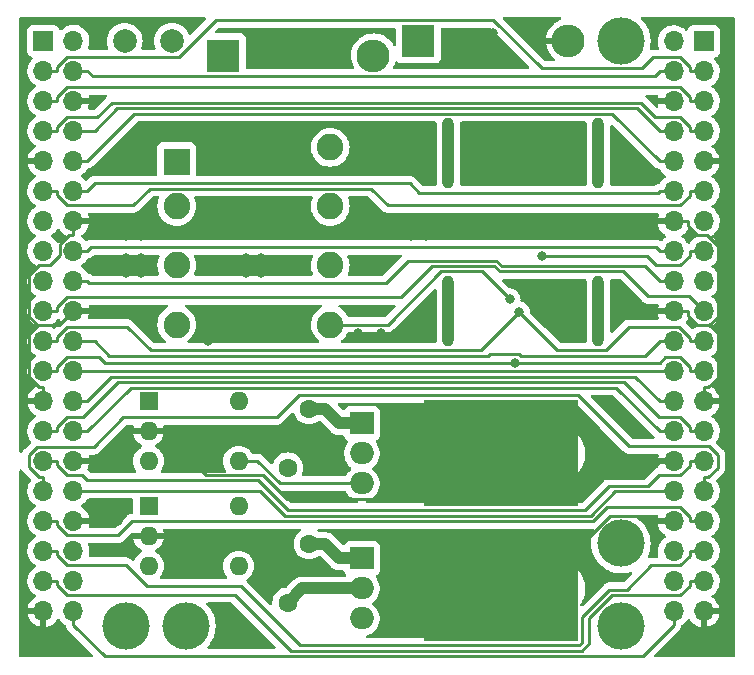
<source format=gtl>
G04 #@! TF.GenerationSoftware,KiCad,Pcbnew,(6.0.2)*
G04 #@! TF.CreationDate,2022-02-24T19:29:25+09:00*
G04 #@! TF.ProjectId,ACBoard,4143426f-6172-4642-9e6b-696361645f70,rev?*
G04 #@! TF.SameCoordinates,Original*
G04 #@! TF.FileFunction,Copper,L1,Top*
G04 #@! TF.FilePolarity,Positive*
%FSLAX46Y46*%
G04 Gerber Fmt 4.6, Leading zero omitted, Abs format (unit mm)*
G04 Created by KiCad (PCBNEW (6.0.2)) date 2022-02-24 19:29:25*
%MOMM*%
%LPD*%
G01*
G04 APERTURE LIST*
G04 #@! TA.AperFunction,ComponentPad*
%ADD10O,1.000000X6.000000*%
G04 #@! TD*
G04 #@! TA.AperFunction,ComponentPad*
%ADD11R,1.600000X1.600000*%
G04 #@! TD*
G04 #@! TA.AperFunction,ComponentPad*
%ADD12O,1.600000X1.600000*%
G04 #@! TD*
G04 #@! TA.AperFunction,WasherPad*
%ADD13C,4.000000*%
G04 #@! TD*
G04 #@! TA.AperFunction,ComponentPad*
%ADD14R,2.000000X1.905000*%
G04 #@! TD*
G04 #@! TA.AperFunction,ComponentPad*
%ADD15O,2.000000X1.905000*%
G04 #@! TD*
G04 #@! TA.AperFunction,ComponentPad*
%ADD16C,2.000000*%
G04 #@! TD*
G04 #@! TA.AperFunction,SMDPad,CuDef*
%ADD17R,13.000000X9.000000*%
G04 #@! TD*
G04 #@! TA.AperFunction,ComponentPad*
%ADD18R,2.800000X2.800000*%
G04 #@! TD*
G04 #@! TA.AperFunction,ComponentPad*
%ADD19O,2.800000X2.800000*%
G04 #@! TD*
G04 #@! TA.AperFunction,ComponentPad*
%ADD20C,2.250000*%
G04 #@! TD*
G04 #@! TA.AperFunction,ComponentPad*
%ADD21R,2.250000X2.250000*%
G04 #@! TD*
G04 #@! TA.AperFunction,ComponentPad*
%ADD22C,1.600000*%
G04 #@! TD*
G04 #@! TA.AperFunction,ComponentPad*
%ADD23R,1.700000X1.700000*%
G04 #@! TD*
G04 #@! TA.AperFunction,ComponentPad*
%ADD24O,1.700000X1.700000*%
G04 #@! TD*
G04 #@! TA.AperFunction,ViaPad*
%ADD25C,0.800000*%
G04 #@! TD*
G04 #@! TA.AperFunction,Conductor*
%ADD26C,0.250000*%
G04 #@! TD*
G04 #@! TA.AperFunction,Conductor*
%ADD27C,1.000000*%
G04 #@! TD*
G04 APERTURE END LIST*
D10*
X207010000Y-28575000D03*
X194310000Y-28575000D03*
X207010000Y-41910000D03*
X194310000Y-41910000D03*
D11*
X168920000Y-49545000D03*
D12*
X168920000Y-52085000D03*
X168920000Y-54625000D03*
X176540000Y-54625000D03*
X176540000Y-49545000D03*
D13*
X172085000Y-68580000D03*
D14*
X186985000Y-51435000D03*
D15*
X186985000Y-53975000D03*
X186985000Y-56515000D03*
D14*
X186985000Y-62865000D03*
D15*
X186985000Y-65405000D03*
X186985000Y-67945000D03*
D16*
X166910000Y-19050000D03*
X170910000Y-19050000D03*
D17*
X198755000Y-65405000D03*
D18*
X191770000Y-19050000D03*
D19*
X204470000Y-19050000D03*
D11*
X168920000Y-58435000D03*
D12*
X168920000Y-60975000D03*
X168920000Y-63515000D03*
X176540000Y-63515000D03*
X176540000Y-58435000D03*
D20*
X184300000Y-28060000D03*
X184300000Y-33060000D03*
X184300000Y-38060000D03*
X184300000Y-43060000D03*
X171300000Y-43060000D03*
X171300000Y-38060000D03*
X171300000Y-33060000D03*
D21*
X171300000Y-29260000D03*
D13*
X167005000Y-68580000D03*
D22*
X180710000Y-55205000D03*
X182510000Y-50205000D03*
D13*
X208915000Y-19050000D03*
D17*
X198755000Y-53975000D03*
D13*
X208915000Y-68580000D03*
X208915000Y-61595000D03*
D22*
X180710000Y-66635000D03*
X182510000Y-61635000D03*
D23*
X215920000Y-19080000D03*
D24*
X213380000Y-19080000D03*
X215920000Y-21620000D03*
X213380000Y-21620000D03*
X215920000Y-24160000D03*
X213380000Y-24160000D03*
X215920000Y-26700000D03*
X213380000Y-26700000D03*
X215920000Y-29240000D03*
X213380000Y-29240000D03*
X215920000Y-31780000D03*
X213380000Y-31780000D03*
X215920000Y-34320000D03*
X213380000Y-34320000D03*
X215920000Y-36860000D03*
X213380000Y-36860000D03*
X215920000Y-39400000D03*
X213380000Y-39400000D03*
X215920000Y-41940000D03*
X213380000Y-41940000D03*
X215920000Y-44480000D03*
X213380000Y-44480000D03*
X215920000Y-47020000D03*
X213380000Y-47020000D03*
X215920000Y-49560000D03*
X213380000Y-49560000D03*
X215920000Y-52100000D03*
X213380000Y-52100000D03*
X215920000Y-54640000D03*
X213380000Y-54640000D03*
X215920000Y-57180000D03*
X213380000Y-57180000D03*
X215920000Y-59720000D03*
X213380000Y-59720000D03*
X215920000Y-62260000D03*
X213380000Y-62260000D03*
X215920000Y-64800000D03*
X213380000Y-64800000D03*
X215920000Y-67340000D03*
X213380000Y-67340000D03*
D23*
X160015000Y-19055000D03*
D24*
X162555000Y-19055000D03*
X160015000Y-21595000D03*
X162555000Y-21595000D03*
X160015000Y-24135000D03*
X162555000Y-24135000D03*
X160015000Y-26675000D03*
X162555000Y-26675000D03*
X160015000Y-29215000D03*
X162555000Y-29215000D03*
X160015000Y-31755000D03*
X162555000Y-31755000D03*
X160015000Y-34295000D03*
X162555000Y-34295000D03*
X160015000Y-36835000D03*
X162555000Y-36835000D03*
X160015000Y-39375000D03*
X162555000Y-39375000D03*
X160015000Y-41915000D03*
X162555000Y-41915000D03*
X160015000Y-44455000D03*
X162555000Y-44455000D03*
X160015000Y-46995000D03*
X162555000Y-46995000D03*
X160015000Y-49535000D03*
X162555000Y-49535000D03*
X160015000Y-52075000D03*
X162555000Y-52075000D03*
X160015000Y-54615000D03*
X162555000Y-54615000D03*
X160015000Y-57155000D03*
X162555000Y-57155000D03*
X160015000Y-59695000D03*
X162555000Y-59695000D03*
X160015000Y-62235000D03*
X162555000Y-62235000D03*
X160015000Y-64775000D03*
X162555000Y-64775000D03*
X160015000Y-67315000D03*
X162555000Y-67315000D03*
D18*
X175260000Y-20320000D03*
D19*
X187960000Y-20320000D03*
D25*
X179705000Y-60960000D03*
X179705000Y-62230000D03*
X178435000Y-62230000D03*
X178435000Y-60960000D03*
X171450000Y-61595000D03*
X190500000Y-67310000D03*
X190500000Y-66040000D03*
X189865000Y-55245000D03*
X189865000Y-53975000D03*
X202565000Y-41910000D03*
X202565000Y-40640000D03*
X198120000Y-18415000D03*
X198120000Y-19685000D03*
X196850000Y-19685000D03*
X196850000Y-18415000D03*
X201930000Y-17780000D03*
X200660000Y-17780000D03*
X185420000Y-18415000D03*
X180975000Y-19685000D03*
X180975000Y-20955000D03*
X179705000Y-20955000D03*
X179705000Y-19685000D03*
X186690000Y-43815000D03*
X189865000Y-43815000D03*
X188595000Y-43815000D03*
X188595000Y-41910000D03*
X187325000Y-41910000D03*
X187960000Y-38100000D03*
X191135000Y-35560000D03*
X192405000Y-35560000D03*
X192405000Y-34290000D03*
X191135000Y-34290000D03*
X210185000Y-34290000D03*
X208915000Y-34290000D03*
X190500000Y-27305000D03*
X190500000Y-28575000D03*
X189230000Y-28575000D03*
X189230000Y-27305000D03*
X196215000Y-29845000D03*
X196215000Y-28575000D03*
X201295000Y-29845000D03*
X201295000Y-28575000D03*
X210185000Y-29210000D03*
X210185000Y-30480000D03*
X208915000Y-30480000D03*
X208915000Y-29210000D03*
X208915000Y-27940000D03*
X208915000Y-42545000D03*
X208915000Y-40005000D03*
X208915000Y-41275000D03*
X210185000Y-52070000D03*
X209550000Y-51435000D03*
X208915000Y-50800000D03*
X208280000Y-50165000D03*
X215265000Y-69850000D03*
X213995000Y-69850000D03*
X160655000Y-69850000D03*
X159385000Y-69850000D03*
X177165000Y-68580000D03*
X177165000Y-69850000D03*
X175895000Y-69850000D03*
X175895000Y-68580000D03*
X166370000Y-58420000D03*
X166370000Y-59690000D03*
X165100000Y-59690000D03*
X165100000Y-58420000D03*
X165100000Y-54610000D03*
X173990000Y-44450000D03*
X173990000Y-43180000D03*
X168275000Y-41910000D03*
X168275000Y-37465000D03*
X168275000Y-38735000D03*
X167005000Y-38735000D03*
X167005000Y-37465000D03*
X168275000Y-34290000D03*
X168275000Y-35560000D03*
X167005000Y-35560000D03*
X167005000Y-34290000D03*
X177800000Y-33655000D03*
X177800000Y-34925000D03*
X176530000Y-34925000D03*
X176530000Y-33655000D03*
X177165000Y-37465000D03*
X177165000Y-38735000D03*
X178435000Y-38735000D03*
X178435000Y-37465000D03*
X180975000Y-41910000D03*
X180975000Y-43180000D03*
X179705000Y-43180000D03*
X179705000Y-41910000D03*
X208915000Y-54610000D03*
X207645000Y-54610000D03*
X195580000Y-50165000D03*
X194310000Y-50165000D03*
X193040000Y-50165000D03*
X192405000Y-55880000D03*
X192405000Y-54610000D03*
X192405000Y-53340000D03*
X196215000Y-53340000D03*
X194945000Y-53340000D03*
X194945000Y-54610000D03*
X193675000Y-55880000D03*
X193675000Y-54610000D03*
X193675000Y-53340000D03*
X200025000Y-66675000D03*
X202565000Y-67945000D03*
X201295000Y-69215000D03*
X201295000Y-67945000D03*
X198755000Y-67945000D03*
X200025000Y-67945000D03*
X200025000Y-69215000D03*
X198755000Y-69215000D03*
X197485000Y-69215000D03*
X193040000Y-67945000D03*
X194310000Y-67945000D03*
X194310000Y-66675000D03*
X193040000Y-66675000D03*
X193040000Y-65405000D03*
X195580000Y-65405000D03*
X194310000Y-65405000D03*
X194310000Y-64135000D03*
X198120000Y-64135000D03*
X195580000Y-64135000D03*
X196850000Y-64135000D03*
X200660000Y-61595000D03*
X199390000Y-61595000D03*
X199390000Y-62865000D03*
X198120000Y-62865000D03*
X198120000Y-61595000D03*
X196850000Y-61595000D03*
X196850000Y-62865000D03*
X195580000Y-62865000D03*
X195580000Y-61595000D03*
X199390000Y-56515000D03*
X200870700Y-56090700D03*
X204470000Y-57785000D03*
X203200000Y-57785000D03*
X201930000Y-57785000D03*
X200660000Y-57785000D03*
X199390000Y-57785000D03*
X177800000Y-28575000D03*
X177800000Y-27305000D03*
X176530000Y-27305000D03*
X176530000Y-28575000D03*
X175260000Y-28575000D03*
X175260000Y-27305000D03*
X199984400Y-46277100D03*
X200301100Y-42018600D03*
X202255700Y-37244000D03*
X199501400Y-40913300D03*
D26*
X213380000Y-67340000D02*
X213380000Y-68515300D01*
X162555000Y-67315000D02*
X162555000Y-68490300D01*
X210764300Y-71131000D02*
X213380000Y-68515300D01*
X165195700Y-71131000D02*
X210764300Y-71131000D01*
X162555000Y-68490300D02*
X165195700Y-71131000D01*
X160015000Y-64775000D02*
X161190300Y-64775000D01*
X215920000Y-64800000D02*
X214744700Y-64800000D01*
X214744700Y-65167400D02*
X214744700Y-64800000D01*
X213936800Y-65975300D02*
X214744700Y-65167400D01*
X208178000Y-65975300D02*
X213936800Y-65975300D01*
X206220900Y-67932400D02*
X208178000Y-65975300D01*
X206220900Y-70040500D02*
X206220900Y-67932400D01*
X205580700Y-70680700D02*
X206220900Y-70040500D01*
X180947000Y-70680700D02*
X205580700Y-70680700D01*
X176216600Y-65950300D02*
X180947000Y-70680700D01*
X161998200Y-65950300D02*
X176216600Y-65950300D01*
X161190300Y-65142400D02*
X161998200Y-65950300D01*
X161190300Y-64775000D02*
X161190300Y-65142400D01*
X214744700Y-62627400D02*
X214744700Y-62260000D01*
X213936800Y-63435300D02*
X214744700Y-62627400D01*
X211497600Y-63435300D02*
X213936800Y-63435300D01*
X209408000Y-65524900D02*
X211497600Y-63435300D01*
X207929400Y-65524900D02*
X209408000Y-65524900D01*
X205620200Y-67834100D02*
X207929400Y-65524900D01*
X205620200Y-70004300D02*
X205620200Y-67834100D01*
X205394100Y-70230400D02*
X205620200Y-70004300D01*
X181736900Y-70230400D02*
X205394100Y-70230400D01*
X176735900Y-65229400D02*
X181736900Y-70230400D01*
X168797200Y-65229400D02*
X176735900Y-65229400D01*
X166978100Y-63410300D02*
X168797200Y-65229400D01*
X161998200Y-63410300D02*
X166978100Y-63410300D01*
X161190300Y-62602400D02*
X161998200Y-63410300D01*
X161190300Y-62235000D02*
X161190300Y-62602400D01*
X160015000Y-62235000D02*
X161190300Y-62235000D01*
X215920000Y-62260000D02*
X214744700Y-62260000D01*
X214744700Y-59352600D02*
X214744700Y-59720000D01*
X213936800Y-58544700D02*
X214744700Y-59352600D01*
X207692400Y-58544700D02*
X213936800Y-58544700D01*
X206531800Y-59705300D02*
X207692400Y-58544700D01*
X167556600Y-59705300D02*
X206531800Y-59705300D01*
X166352500Y-60909400D02*
X167556600Y-59705300D01*
X162037400Y-60909400D02*
X166352500Y-60909400D01*
X161190300Y-60062300D02*
X162037400Y-60909400D01*
X161190300Y-59695000D02*
X161190300Y-60062300D01*
X160015000Y-59695000D02*
X161190300Y-59695000D01*
X215920000Y-59720000D02*
X214744700Y-59720000D01*
X213380000Y-57180000D02*
X212204700Y-57180000D01*
X208420100Y-57180000D02*
X212204700Y-57180000D01*
X206345100Y-59255000D02*
X208420100Y-57180000D01*
X180455600Y-59255000D02*
X206345100Y-59255000D01*
X178355600Y-57155000D02*
X180455600Y-59255000D01*
X162555000Y-57155000D02*
X178355600Y-57155000D01*
X216287400Y-56004700D02*
X215920000Y-56004700D01*
X217095300Y-55196800D02*
X216287400Y-56004700D01*
X217095300Y-54116000D02*
X217095300Y-55196800D01*
X216349300Y-53370000D02*
X217095300Y-54116000D01*
X209621300Y-53370000D02*
X216349300Y-53370000D01*
X205294600Y-49043300D02*
X209621300Y-53370000D01*
X181652700Y-49043300D02*
X205294600Y-49043300D01*
X179784500Y-50911500D02*
X181652700Y-49043300D01*
X166791000Y-50911500D02*
X179784500Y-50911500D01*
X164262900Y-53439600D02*
X166791000Y-50911500D01*
X159454200Y-53439600D02*
X164262900Y-53439600D01*
X158825400Y-54068400D02*
X159454200Y-53439600D01*
X158825400Y-55157400D02*
X158825400Y-54068400D01*
X159647700Y-55979700D02*
X158825400Y-55157400D01*
X160015000Y-55979700D02*
X159647700Y-55979700D01*
X160015000Y-57155000D02*
X160015000Y-55979700D01*
X215920000Y-57180000D02*
X215920000Y-56004700D01*
X214744700Y-55007400D02*
X214744700Y-54640000D01*
X213936800Y-55815300D02*
X214744700Y-55007400D01*
X212149100Y-55815300D02*
X213936800Y-55815300D01*
X211234800Y-56729600D02*
X212149100Y-55815300D01*
X207915400Y-56729600D02*
X211234800Y-56729600D01*
X205844700Y-58800300D02*
X207915400Y-56729600D01*
X180714600Y-58800300D02*
X205844700Y-58800300D01*
X178155000Y-56240700D02*
X180714600Y-58800300D01*
X163730400Y-56240700D02*
X178155000Y-56240700D01*
X163280000Y-55790300D02*
X163730400Y-56240700D01*
X161998200Y-55790300D02*
X163280000Y-55790300D01*
X161190300Y-54982400D02*
X161998200Y-55790300D01*
X161190300Y-54615000D02*
X161190300Y-54982400D01*
X160015000Y-54615000D02*
X161190300Y-54615000D01*
X215920000Y-54640000D02*
X214744700Y-54640000D01*
X162555000Y-52075000D02*
X163730300Y-52075000D01*
X213380000Y-52100000D02*
X212204700Y-52100000D01*
X167405700Y-48399600D02*
X163730300Y-52075000D01*
X208504300Y-48399600D02*
X167405700Y-48399600D01*
X212204700Y-52100000D02*
X208504300Y-48399600D01*
X160015000Y-52075000D02*
X161190300Y-52075000D01*
X215920000Y-52100000D02*
X214744700Y-52100000D01*
X161190300Y-51707600D02*
X161190300Y-52075000D01*
X161998200Y-50899700D02*
X161190300Y-51707600D01*
X163410300Y-50899700D02*
X161998200Y-50899700D01*
X166364800Y-47945200D02*
X163410300Y-50899700D01*
X209169600Y-47945200D02*
X166364800Y-47945200D01*
X212149100Y-50924700D02*
X209169600Y-47945200D01*
X213936800Y-50924700D02*
X212149100Y-50924700D01*
X214744700Y-51732600D02*
X213936800Y-50924700D01*
X214744700Y-52100000D02*
X214744700Y-51732600D01*
X213380000Y-49560000D02*
X212204700Y-49560000D01*
X162555000Y-49535000D02*
X163730300Y-49535000D01*
X165770500Y-47494800D02*
X163730300Y-49535000D01*
X210139500Y-47494800D02*
X165770500Y-47494800D01*
X212204700Y-49560000D02*
X210139500Y-47494800D01*
X162555000Y-46995000D02*
X163730300Y-46995000D01*
X213380000Y-47020000D02*
X212204700Y-47020000D01*
X163755300Y-47020000D02*
X163730300Y-46995000D01*
X212204700Y-47020000D02*
X163755300Y-47020000D01*
X214744700Y-46652600D02*
X214744700Y-47020000D01*
X213936800Y-45844700D02*
X214744700Y-46652600D01*
X212655100Y-45844700D02*
X213936800Y-45844700D01*
X212222700Y-46277100D02*
X212655100Y-45844700D01*
X199984400Y-46277100D02*
X212222700Y-46277100D01*
X215920000Y-47020000D02*
X214744700Y-47020000D01*
X160015000Y-46995000D02*
X161190300Y-46995000D01*
X161190300Y-46627700D02*
X161190300Y-46995000D01*
X162020600Y-45797400D02*
X161190300Y-46627700D01*
X164754400Y-45797400D02*
X162020600Y-45797400D01*
X165234100Y-46277100D02*
X164754400Y-45797400D01*
X199984400Y-46277100D02*
X165234100Y-46277100D01*
X162555000Y-44455000D02*
X163730300Y-44455000D01*
X213380000Y-44480000D02*
X212204700Y-44480000D01*
X164367300Y-44455000D02*
X163730300Y-44455000D01*
X165610100Y-45697800D02*
X164367300Y-44455000D01*
X197658100Y-45697800D02*
X165610100Y-45697800D01*
X197829500Y-45526400D02*
X197658100Y-45697800D01*
X200259500Y-45526400D02*
X197829500Y-45526400D01*
X200428500Y-45695400D02*
X200259500Y-45526400D01*
X210989300Y-45695400D02*
X200428500Y-45695400D01*
X212204700Y-44480000D02*
X210989300Y-45695400D01*
X215920000Y-44480000D02*
X214744700Y-44480000D01*
X160015000Y-44455000D02*
X161190300Y-44455000D01*
X214744700Y-44166500D02*
X214744700Y-44480000D01*
X213849800Y-43271600D02*
X214744700Y-44166500D01*
X209583800Y-43271600D02*
X213849800Y-43271600D01*
X207610400Y-45245000D02*
X209583800Y-43271600D01*
X203527500Y-45245000D02*
X207610400Y-45245000D01*
X200301100Y-42018600D02*
X203527500Y-45245000D01*
X161190300Y-44087700D02*
X161190300Y-44455000D01*
X162038300Y-43239700D02*
X161190300Y-44087700D01*
X167079900Y-43239700D02*
X162038300Y-43239700D01*
X169087700Y-45247500D02*
X167079900Y-43239700D01*
X197072200Y-45247500D02*
X169087700Y-45247500D01*
X200301100Y-42018600D02*
X197072200Y-45247500D01*
X160015000Y-41915000D02*
X161190300Y-41915000D01*
X161190300Y-41547600D02*
X161190300Y-41915000D01*
X161998200Y-40739700D02*
X161190300Y-41547600D01*
X190267800Y-40739700D02*
X161998200Y-40739700D01*
X192886300Y-38121200D02*
X190267800Y-40739700D01*
X198189900Y-38121200D02*
X192886300Y-38121200D01*
X198640200Y-38571500D02*
X198189900Y-38121200D01*
X209115300Y-38571500D02*
X198640200Y-38571500D01*
X211213800Y-40670000D02*
X209115300Y-38571500D01*
X214650000Y-40670000D02*
X211213800Y-40670000D01*
X215920000Y-41940000D02*
X214650000Y-40670000D01*
X162555000Y-39375000D02*
X163730300Y-39375000D01*
X213380000Y-39400000D02*
X212204700Y-39400000D01*
X163901300Y-39546000D02*
X163730300Y-39375000D01*
X189036100Y-39546000D02*
X163901300Y-39546000D01*
X190911300Y-37670800D02*
X189036100Y-39546000D01*
X198376400Y-37670800D02*
X190911300Y-37670800D01*
X198822900Y-38117300D02*
X198376400Y-37670800D01*
X210922000Y-38117300D02*
X198822900Y-38117300D01*
X212204700Y-39400000D02*
X210922000Y-38117300D01*
X211844800Y-36500100D02*
X212204700Y-36860000D01*
X164065200Y-36500100D02*
X211844800Y-36500100D01*
X163730300Y-36835000D02*
X164065200Y-36500100D01*
X162555000Y-36835000D02*
X163730300Y-36835000D01*
X213380000Y-36860000D02*
X212204700Y-36860000D01*
X214744700Y-37227400D02*
X214744700Y-36860000D01*
X213936800Y-38035300D02*
X214744700Y-37227400D01*
X211884700Y-38035300D02*
X213936800Y-38035300D01*
X211093400Y-37244000D02*
X211884700Y-38035300D01*
X202255700Y-37244000D02*
X211093400Y-37244000D01*
X215920000Y-36860000D02*
X214744700Y-36860000D01*
X212059200Y-31925500D02*
X212204700Y-31780000D01*
X191839800Y-31925500D02*
X212059200Y-31925500D01*
X191030300Y-31116000D02*
X191839800Y-31925500D01*
X164369300Y-31116000D02*
X191030300Y-31116000D01*
X163730300Y-31755000D02*
X164369300Y-31116000D01*
X162555000Y-31755000D02*
X163730300Y-31755000D01*
X213380000Y-31780000D02*
X212204700Y-31780000D01*
X214744700Y-32147400D02*
X214744700Y-31780000D01*
X213936800Y-32955300D02*
X214744700Y-32147400D01*
X189165000Y-32955300D02*
X213936800Y-32955300D01*
X187776100Y-31566400D02*
X189165000Y-32955300D01*
X169017200Y-31566400D02*
X187776100Y-31566400D01*
X167624600Y-32959000D02*
X169017200Y-31566400D01*
X162027000Y-32959000D02*
X167624600Y-32959000D01*
X161190300Y-32122300D02*
X162027000Y-32959000D01*
X161190300Y-31755000D02*
X161190300Y-32122300D01*
X160015000Y-31755000D02*
X161190300Y-31755000D01*
X215920000Y-31780000D02*
X214744700Y-31780000D01*
X162555000Y-29215000D02*
X163730300Y-29215000D01*
X213380000Y-29240000D02*
X212204700Y-29240000D01*
X208193900Y-25229200D02*
X212204700Y-29240000D01*
X167716100Y-25229200D02*
X208193900Y-25229200D01*
X163730300Y-29215000D02*
X167716100Y-25229200D01*
X162555000Y-26675000D02*
X163730300Y-26675000D01*
X213380000Y-26700000D02*
X212204700Y-26700000D01*
X210257400Y-24752700D02*
X212204700Y-26700000D01*
X166289400Y-24752700D02*
X210257400Y-24752700D01*
X164367100Y-26675000D02*
X166289400Y-24752700D01*
X163730300Y-26675000D02*
X164367100Y-26675000D01*
X214744700Y-26332600D02*
X214744700Y-26700000D01*
X213936800Y-25524700D02*
X214744700Y-26332600D01*
X211832500Y-25524700D02*
X213936800Y-25524700D01*
X210610100Y-24302300D02*
X211832500Y-25524700D01*
X165784700Y-24302300D02*
X210610100Y-24302300D01*
X164587300Y-25499700D02*
X165784700Y-24302300D01*
X161998200Y-25499700D02*
X164587300Y-25499700D01*
X161190300Y-26307600D02*
X161998200Y-25499700D01*
X161190300Y-26675000D02*
X161190300Y-26307600D01*
X160015000Y-26675000D02*
X161190300Y-26675000D01*
X215920000Y-26700000D02*
X214744700Y-26700000D01*
X214744700Y-23792700D02*
X214744700Y-24160000D01*
X213906400Y-22954400D02*
X214744700Y-23792700D01*
X162003600Y-22954400D02*
X213906400Y-22954400D01*
X161190300Y-23767700D02*
X162003600Y-22954400D01*
X161190300Y-24135000D02*
X161190300Y-23767700D01*
X160015000Y-24135000D02*
X161190300Y-24135000D01*
X215920000Y-24160000D02*
X214744700Y-24160000D01*
X214744700Y-21252600D02*
X214744700Y-21620000D01*
X213936800Y-20444700D02*
X214744700Y-21252600D01*
X211625700Y-20444700D02*
X213936800Y-20444700D01*
X210695000Y-21375400D02*
X211625700Y-20444700D01*
X202197700Y-21375400D02*
X210695000Y-21375400D01*
X198118200Y-17295900D02*
X202197700Y-21375400D01*
X174590900Y-17295900D02*
X198118200Y-17295900D01*
X171467100Y-20419700D02*
X174590900Y-17295900D01*
X161998200Y-20419700D02*
X171467100Y-20419700D01*
X161190300Y-21227600D02*
X161998200Y-20419700D01*
X161190300Y-21595000D02*
X161190300Y-21227600D01*
X160015000Y-21595000D02*
X161190300Y-21595000D01*
X215920000Y-21620000D02*
X214744700Y-21620000D01*
X211764600Y-22060100D02*
X212204700Y-21620000D01*
X164195400Y-22060100D02*
X211764600Y-22060100D01*
X163730300Y-21595000D02*
X164195400Y-22060100D01*
X162555000Y-21595000D02*
X163730300Y-21595000D01*
X213380000Y-21620000D02*
X212204700Y-21620000D01*
D27*
X183854700Y-61635000D02*
X185084700Y-62865000D01*
X182510000Y-61635000D02*
X183854700Y-61635000D01*
X186985000Y-62865000D02*
X185084700Y-62865000D01*
D26*
X176540000Y-54625000D02*
X177665300Y-54625000D01*
X178131400Y-54625000D02*
X177665300Y-54625000D01*
X180021400Y-56515000D02*
X178131400Y-54625000D01*
X186985000Y-56515000D02*
X180021400Y-56515000D01*
D27*
X181940000Y-65405000D02*
X180710000Y-66635000D01*
X186985000Y-65405000D02*
X181940000Y-65405000D01*
X183854700Y-50205000D02*
X185084700Y-51435000D01*
X182510000Y-50205000D02*
X183854700Y-50205000D01*
X186985000Y-51435000D02*
X185084700Y-51435000D01*
D26*
X213380000Y-34320000D02*
X214555300Y-34320000D01*
X213380000Y-54640000D02*
X212204700Y-54640000D01*
X213380000Y-41940000D02*
X214555300Y-41940000D01*
X162555000Y-34295000D02*
X162555000Y-35470300D01*
X160015000Y-49535000D02*
X160015000Y-48359700D01*
X158781600Y-43848300D02*
X159524300Y-43105600D01*
X158781600Y-47493600D02*
X158781600Y-43848300D01*
X159647700Y-48359700D02*
X158781600Y-47493600D01*
X160015000Y-48359700D02*
X159647700Y-48359700D01*
X161364400Y-43105600D02*
X159524300Y-43105600D01*
X162555000Y-41915000D02*
X161364400Y-43105600D01*
X162187600Y-35470300D02*
X162555000Y-35470300D01*
X161379700Y-36278200D02*
X162187600Y-35470300D01*
X161379700Y-37171300D02*
X161379700Y-36278200D01*
X160540600Y-38010400D02*
X161379700Y-37171300D01*
X159648400Y-38010400D02*
X160540600Y-38010400D01*
X158814700Y-38844100D02*
X159648400Y-38010400D01*
X158814700Y-42396000D02*
X158814700Y-38844100D01*
X159524300Y-43105600D02*
X158814700Y-42396000D01*
X215920000Y-49560000D02*
X215920000Y-48384700D01*
X216287400Y-48384700D02*
X215920000Y-48384700D01*
X217095300Y-47576800D02*
X216287400Y-48384700D01*
X217095300Y-43815200D02*
X217095300Y-47576800D01*
X216410700Y-43130600D02*
X217095300Y-43815200D01*
X215378600Y-43130600D02*
X216410700Y-43130600D01*
X214555300Y-42307300D02*
X215378600Y-43130600D01*
X214555300Y-41940000D02*
X214555300Y-42307300D01*
X214555300Y-34687400D02*
X214555300Y-34320000D01*
X215363200Y-35495300D02*
X214555300Y-34687400D01*
X216238700Y-35495300D02*
X215363200Y-35495300D01*
X217119400Y-36376000D02*
X216238700Y-35495300D01*
X217119400Y-42421900D02*
X217119400Y-36376000D01*
X216410700Y-43130600D02*
X217119400Y-42421900D01*
X168920000Y-52085000D02*
X170045300Y-52085000D01*
X200870700Y-56090700D02*
X198755000Y-53975000D01*
X210754000Y-56090700D02*
X200870700Y-56090700D01*
X212204700Y-54640000D02*
X210754000Y-56090700D01*
X198755000Y-53975000D02*
X191929700Y-53975000D01*
X173750600Y-55790300D02*
X170045300Y-52085000D01*
X178605100Y-55790300D02*
X173750600Y-55790300D01*
X180618700Y-57803900D02*
X178605100Y-55790300D01*
X188100800Y-57803900D02*
X180618700Y-57803900D01*
X191929700Y-53975000D02*
X188100800Y-57803900D01*
X201165900Y-62994100D02*
X198755000Y-65405000D01*
X204227300Y-62994100D02*
X201165900Y-62994100D01*
X207954500Y-59266900D02*
X204227300Y-62994100D01*
X211751600Y-59266900D02*
X207954500Y-59266900D01*
X212204700Y-59720000D02*
X211751600Y-59266900D01*
X213380000Y-59720000D02*
X212204700Y-59720000D01*
X197159700Y-38571600D02*
X199501400Y-40913300D01*
X193709600Y-38571600D02*
X197159700Y-38571600D01*
X189221200Y-43060000D02*
X193709600Y-38571600D01*
X184300000Y-43060000D02*
X189221200Y-43060000D01*
G04 #@! TA.AperFunction,Conductor*
G36*
X158196512Y-55335827D02*
G01*
X158234997Y-55395900D01*
X158239382Y-55410993D01*
X158243415Y-55417812D01*
X158243417Y-55417817D01*
X158249693Y-55428428D01*
X158258388Y-55446176D01*
X158265848Y-55465017D01*
X158270510Y-55471433D01*
X158270510Y-55471434D01*
X158291836Y-55500787D01*
X158298352Y-55510707D01*
X158316670Y-55541680D01*
X158320858Y-55548762D01*
X158335179Y-55563083D01*
X158348019Y-55578116D01*
X158359928Y-55594507D01*
X158366033Y-55599558D01*
X158366038Y-55599563D01*
X158394004Y-55622699D01*
X158402782Y-55630687D01*
X158927861Y-56155766D01*
X158961887Y-56218078D01*
X158956822Y-56288893D01*
X158942854Y-56315865D01*
X158832662Y-56477400D01*
X158832659Y-56477405D01*
X158829743Y-56481680D01*
X158735688Y-56684305D01*
X158675989Y-56899570D01*
X158652251Y-57121695D01*
X158652548Y-57126848D01*
X158652548Y-57126851D01*
X158662048Y-57291611D01*
X158665110Y-57344715D01*
X158666247Y-57349761D01*
X158666248Y-57349767D01*
X158690304Y-57456508D01*
X158714222Y-57562639D01*
X158798266Y-57769616D01*
X158836952Y-57832746D01*
X158912291Y-57955688D01*
X158914987Y-57960088D01*
X159061250Y-58128938D01*
X159233126Y-58271632D01*
X159270253Y-58293327D01*
X159306445Y-58314476D01*
X159355169Y-58366114D01*
X159368240Y-58435897D01*
X159341509Y-58501669D01*
X159301055Y-58535027D01*
X159288607Y-58541507D01*
X159284474Y-58544610D01*
X159284471Y-58544612D01*
X159114100Y-58672530D01*
X159109965Y-58675635D01*
X158955629Y-58837138D01*
X158829743Y-59021680D01*
X158785465Y-59117070D01*
X158737885Y-59219573D01*
X158735688Y-59224305D01*
X158675989Y-59439570D01*
X158652251Y-59661695D01*
X158652548Y-59666848D01*
X158652548Y-59666851D01*
X158664360Y-59871703D01*
X158665110Y-59884715D01*
X158666247Y-59889761D01*
X158666248Y-59889767D01*
X158686096Y-59977837D01*
X158714222Y-60102639D01*
X158798266Y-60309616D01*
X158817347Y-60340753D01*
X158882981Y-60447858D01*
X158914987Y-60500088D01*
X159061250Y-60668938D01*
X159233126Y-60811632D01*
X159270253Y-60833327D01*
X159306445Y-60854476D01*
X159355169Y-60906114D01*
X159368240Y-60975897D01*
X159341509Y-61041669D01*
X159301055Y-61075027D01*
X159288607Y-61081507D01*
X159284474Y-61084610D01*
X159284471Y-61084612D01*
X159114100Y-61212530D01*
X159109965Y-61215635D01*
X158955629Y-61377138D01*
X158952715Y-61381410D01*
X158952714Y-61381411D01*
X158896178Y-61464290D01*
X158829743Y-61561680D01*
X158735688Y-61764305D01*
X158675989Y-61979570D01*
X158652251Y-62201695D01*
X158652548Y-62206848D01*
X158652548Y-62206851D01*
X158661316Y-62358919D01*
X158665110Y-62424715D01*
X158666247Y-62429761D01*
X158666248Y-62429767D01*
X158683348Y-62505643D01*
X158714222Y-62642639D01*
X158773163Y-62787795D01*
X158795631Y-62843126D01*
X158798266Y-62849616D01*
X158914987Y-63040088D01*
X159061250Y-63208938D01*
X159233126Y-63351632D01*
X159270253Y-63373327D01*
X159306445Y-63394476D01*
X159355169Y-63446114D01*
X159368240Y-63515897D01*
X159341509Y-63581669D01*
X159301055Y-63615027D01*
X159288607Y-63621507D01*
X159284474Y-63624610D01*
X159284471Y-63624612D01*
X159115685Y-63751340D01*
X159109965Y-63755635D01*
X159065311Y-63802363D01*
X159011177Y-63859011D01*
X158955629Y-63917138D01*
X158829743Y-64101680D01*
X158793048Y-64180733D01*
X158751023Y-64271269D01*
X158735688Y-64304305D01*
X158675989Y-64519570D01*
X158652251Y-64741695D01*
X158652548Y-64746848D01*
X158652548Y-64746851D01*
X158663853Y-64942919D01*
X158665110Y-64964715D01*
X158666247Y-64969761D01*
X158666248Y-64969767D01*
X158687275Y-65063069D01*
X158714222Y-65182639D01*
X158798266Y-65389616D01*
X158914987Y-65580088D01*
X159061250Y-65748938D01*
X159233126Y-65891632D01*
X159270253Y-65913327D01*
X159306955Y-65934774D01*
X159355679Y-65986412D01*
X159368750Y-66056195D01*
X159342019Y-66121967D01*
X159301562Y-66155327D01*
X159293457Y-66159546D01*
X159284738Y-66165036D01*
X159114433Y-66292905D01*
X159106726Y-66299748D01*
X158959590Y-66453717D01*
X158953104Y-66461727D01*
X158833098Y-66637649D01*
X158828000Y-66646623D01*
X158738338Y-66839783D01*
X158734775Y-66849470D01*
X158679389Y-67049183D01*
X158680912Y-67057607D01*
X158693292Y-67061000D01*
X160143000Y-67061000D01*
X160211121Y-67081002D01*
X160257614Y-67134658D01*
X160269000Y-67187000D01*
X160269000Y-68633517D01*
X160273064Y-68647359D01*
X160286478Y-68649393D01*
X160293184Y-68648534D01*
X160303262Y-68646392D01*
X160507255Y-68585191D01*
X160516842Y-68581433D01*
X160708095Y-68487739D01*
X160716945Y-68482464D01*
X160890328Y-68358792D01*
X160898200Y-68352139D01*
X161049052Y-68201812D01*
X161055730Y-68193965D01*
X161183022Y-68016819D01*
X161184279Y-68017722D01*
X161231373Y-67974362D01*
X161301311Y-67962145D01*
X161366751Y-67989678D01*
X161394579Y-68021511D01*
X161454987Y-68120088D01*
X161601250Y-68288938D01*
X161773126Y-68431632D01*
X161777589Y-68434240D01*
X161777592Y-68434242D01*
X161790954Y-68442050D01*
X161861902Y-68483508D01*
X161910625Y-68535145D01*
X161920783Y-68574760D01*
X161922837Y-68574435D01*
X161924078Y-68582269D01*
X161924327Y-68590189D01*
X161929978Y-68609639D01*
X161933987Y-68629000D01*
X161936526Y-68649097D01*
X161939445Y-68656468D01*
X161939445Y-68656470D01*
X161952804Y-68690212D01*
X161956649Y-68701442D01*
X161968982Y-68743893D01*
X161973015Y-68750712D01*
X161973017Y-68750717D01*
X161979293Y-68761328D01*
X161987988Y-68779076D01*
X161995448Y-68797917D01*
X162000110Y-68804333D01*
X162000110Y-68804334D01*
X162021436Y-68833687D01*
X162027952Y-68843607D01*
X162050458Y-68881662D01*
X162064779Y-68895983D01*
X162077619Y-68911016D01*
X162089528Y-68927407D01*
X162123605Y-68955598D01*
X162132384Y-68963588D01*
X164200700Y-71031905D01*
X164234726Y-71094217D01*
X164229661Y-71165033D01*
X164187114Y-71221868D01*
X164120594Y-71246679D01*
X164111605Y-71247000D01*
X158114000Y-71247000D01*
X158045879Y-71226998D01*
X157999386Y-71173342D01*
X157988000Y-71121000D01*
X157988000Y-67582966D01*
X158683257Y-67582966D01*
X158713565Y-67717446D01*
X158716645Y-67727275D01*
X158796770Y-67924603D01*
X158801413Y-67933794D01*
X158912694Y-68115388D01*
X158918777Y-68123699D01*
X159058213Y-68284667D01*
X159065580Y-68291883D01*
X159229434Y-68427916D01*
X159237881Y-68433831D01*
X159421756Y-68541279D01*
X159431042Y-68545729D01*
X159630001Y-68621703D01*
X159639899Y-68624579D01*
X159743250Y-68645606D01*
X159757299Y-68644410D01*
X159761000Y-68634065D01*
X159761000Y-67587115D01*
X159756525Y-67571876D01*
X159755135Y-67570671D01*
X159747452Y-67569000D01*
X158698225Y-67569000D01*
X158684694Y-67572973D01*
X158683257Y-67582966D01*
X157988000Y-67582966D01*
X157988000Y-55431051D01*
X158008002Y-55362930D01*
X158061658Y-55316437D01*
X158131932Y-55306333D01*
X158196512Y-55335827D01*
G37*
G04 #@! TD.AperFunction*
G04 #@! TA.AperFunction,Conductor*
G36*
X218509121Y-17038002D02*
G01*
X218555614Y-17091658D01*
X218567000Y-17144000D01*
X218567000Y-71121000D01*
X218546998Y-71189121D01*
X218493342Y-71235614D01*
X218441000Y-71247000D01*
X211848394Y-71247000D01*
X211780273Y-71226998D01*
X211733780Y-71173342D01*
X211723676Y-71103068D01*
X211753170Y-71038488D01*
X211759299Y-71031905D01*
X213772247Y-69018957D01*
X213780537Y-69011413D01*
X213787018Y-69007300D01*
X213833659Y-68957632D01*
X213836413Y-68954791D01*
X213856134Y-68935070D01*
X213858612Y-68931875D01*
X213866318Y-68922853D01*
X213884964Y-68902997D01*
X213896586Y-68890621D01*
X213902732Y-68879442D01*
X213906346Y-68872868D01*
X213917199Y-68856345D01*
X213924753Y-68846606D01*
X213929613Y-68840341D01*
X213947176Y-68799757D01*
X213952383Y-68789127D01*
X213973695Y-68750360D01*
X213975666Y-68742683D01*
X213975668Y-68742678D01*
X213978732Y-68730742D01*
X213985138Y-68712030D01*
X213990034Y-68700717D01*
X213993181Y-68693445D01*
X213996799Y-68670606D01*
X214000097Y-68649781D01*
X214002504Y-68638160D01*
X214013500Y-68595331D01*
X214015760Y-68595911D01*
X214039453Y-68541596D01*
X214071552Y-68514244D01*
X214073359Y-68513166D01*
X214077994Y-68510896D01*
X214259860Y-68381173D01*
X214282320Y-68358792D01*
X214414435Y-68227137D01*
X214418096Y-68223489D01*
X214433673Y-68201812D01*
X214548453Y-68042077D01*
X214549640Y-68042930D01*
X214596960Y-67999362D01*
X214666897Y-67987145D01*
X214732338Y-68014678D01*
X214760166Y-68046511D01*
X214817694Y-68140388D01*
X214823777Y-68148699D01*
X214963213Y-68309667D01*
X214970580Y-68316883D01*
X215134434Y-68452916D01*
X215142881Y-68458831D01*
X215326756Y-68566279D01*
X215336042Y-68570729D01*
X215535001Y-68646703D01*
X215544899Y-68649579D01*
X215648250Y-68670606D01*
X215662299Y-68669410D01*
X215666000Y-68659065D01*
X215666000Y-68658517D01*
X216174000Y-68658517D01*
X216178064Y-68672359D01*
X216191478Y-68674393D01*
X216198184Y-68673534D01*
X216208262Y-68671392D01*
X216412255Y-68610191D01*
X216421842Y-68606433D01*
X216613095Y-68512739D01*
X216621945Y-68507464D01*
X216795328Y-68383792D01*
X216803200Y-68377139D01*
X216954052Y-68226812D01*
X216960730Y-68218965D01*
X217085003Y-68046020D01*
X217090313Y-68037183D01*
X217184670Y-67846267D01*
X217188469Y-67836672D01*
X217250377Y-67632910D01*
X217252555Y-67622837D01*
X217253986Y-67611962D01*
X217251775Y-67597778D01*
X217238617Y-67594000D01*
X216192115Y-67594000D01*
X216176876Y-67598475D01*
X216175671Y-67599865D01*
X216174000Y-67607548D01*
X216174000Y-68658517D01*
X215666000Y-68658517D01*
X215666000Y-67212000D01*
X215686002Y-67143879D01*
X215739658Y-67097386D01*
X215792000Y-67086000D01*
X217238344Y-67086000D01*
X217251875Y-67082027D01*
X217253180Y-67072947D01*
X217211214Y-66905875D01*
X217207894Y-66896124D01*
X217122972Y-66700814D01*
X217118105Y-66691739D01*
X217002426Y-66512926D01*
X216996136Y-66504757D01*
X216852806Y-66347240D01*
X216845273Y-66340215D01*
X216678139Y-66208222D01*
X216669556Y-66202520D01*
X216632602Y-66182120D01*
X216582631Y-66131687D01*
X216567859Y-66062245D01*
X216592975Y-65995839D01*
X216620327Y-65969232D01*
X216668635Y-65934774D01*
X216799860Y-65841173D01*
X216958096Y-65683489D01*
X217088453Y-65502077D01*
X217134396Y-65409119D01*
X217185136Y-65306453D01*
X217185137Y-65306451D01*
X217187430Y-65301811D01*
X217238631Y-65133288D01*
X217250865Y-65093023D01*
X217250865Y-65093021D01*
X217252370Y-65088069D01*
X217281529Y-64866590D01*
X217281611Y-64863240D01*
X217283074Y-64803365D01*
X217283074Y-64803361D01*
X217283156Y-64800000D01*
X217264852Y-64577361D01*
X217210431Y-64360702D01*
X217121354Y-64155840D01*
X217066908Y-64071679D01*
X217002822Y-63972617D01*
X217002818Y-63972612D01*
X217000014Y-63968277D01*
X216849670Y-63803051D01*
X216845619Y-63799852D01*
X216845615Y-63799848D01*
X216678414Y-63667800D01*
X216678410Y-63667798D01*
X216674359Y-63664598D01*
X216633053Y-63641796D01*
X216583084Y-63591364D01*
X216568312Y-63521921D01*
X216593428Y-63455516D01*
X216620780Y-63428909D01*
X216669053Y-63394476D01*
X216799860Y-63301173D01*
X216958096Y-63143489D01*
X217088453Y-62962077D01*
X217091795Y-62955316D01*
X217185136Y-62766453D01*
X217185137Y-62766451D01*
X217187430Y-62761811D01*
X217252370Y-62548069D01*
X217281529Y-62326590D01*
X217281611Y-62323240D01*
X217283074Y-62263365D01*
X217283074Y-62263361D01*
X217283156Y-62260000D01*
X217264852Y-62037361D01*
X217210431Y-61820702D01*
X217121354Y-61615840D01*
X217044880Y-61497629D01*
X217002822Y-61432617D01*
X217002820Y-61432614D01*
X217000014Y-61428277D01*
X216849670Y-61263051D01*
X216845619Y-61259852D01*
X216845615Y-61259848D01*
X216678414Y-61127800D01*
X216678410Y-61127798D01*
X216674359Y-61124598D01*
X216633053Y-61101796D01*
X216583084Y-61051364D01*
X216568312Y-60981921D01*
X216593428Y-60915516D01*
X216620780Y-60888909D01*
X216669053Y-60854476D01*
X216799860Y-60761173D01*
X216852740Y-60708478D01*
X216918326Y-60643120D01*
X216958096Y-60603489D01*
X217088453Y-60422077D01*
X217094840Y-60409155D01*
X217185136Y-60226453D01*
X217185137Y-60226451D01*
X217187430Y-60221811D01*
X217252370Y-60008069D01*
X217281529Y-59786590D01*
X217283156Y-59720000D01*
X217264852Y-59497361D01*
X217210431Y-59280702D01*
X217121354Y-59075840D01*
X217019901Y-58919017D01*
X217002822Y-58892617D01*
X217002820Y-58892614D01*
X217000014Y-58888277D01*
X216849670Y-58723051D01*
X216845619Y-58719852D01*
X216845615Y-58719848D01*
X216678414Y-58587800D01*
X216678410Y-58587798D01*
X216674359Y-58584598D01*
X216633053Y-58561796D01*
X216583084Y-58511364D01*
X216568312Y-58441921D01*
X216593428Y-58375516D01*
X216620780Y-58348909D01*
X216669053Y-58314476D01*
X216799860Y-58221173D01*
X216958096Y-58063489D01*
X217052270Y-57932432D01*
X217085435Y-57886277D01*
X217088453Y-57882077D01*
X217109320Y-57839857D01*
X217185136Y-57686453D01*
X217185137Y-57686451D01*
X217187430Y-57681811D01*
X217252370Y-57468069D01*
X217281529Y-57246590D01*
X217283156Y-57180000D01*
X217264852Y-56957361D01*
X217210431Y-56740702D01*
X217121354Y-56535840D01*
X217000014Y-56348277D01*
X216997382Y-56345384D01*
X216971800Y-56279545D01*
X216985947Y-56209972D01*
X217008250Y-56179754D01*
X217487547Y-55700457D01*
X217495837Y-55692913D01*
X217502318Y-55688800D01*
X217548959Y-55639132D01*
X217551713Y-55636291D01*
X217571434Y-55616570D01*
X217573912Y-55613375D01*
X217581618Y-55604353D01*
X217602545Y-55582068D01*
X217611886Y-55572121D01*
X217621646Y-55554368D01*
X217632499Y-55537845D01*
X217640053Y-55528106D01*
X217644913Y-55521841D01*
X217662476Y-55481257D01*
X217667683Y-55470627D01*
X217688995Y-55431860D01*
X217690966Y-55424183D01*
X217690968Y-55424178D01*
X217694032Y-55412242D01*
X217700438Y-55393530D01*
X217705333Y-55382219D01*
X217708481Y-55374945D01*
X217709721Y-55367117D01*
X217709723Y-55367110D01*
X217715399Y-55331276D01*
X217717805Y-55319656D01*
X217726828Y-55284511D01*
X217726828Y-55284510D01*
X217728800Y-55276830D01*
X217728800Y-55256576D01*
X217730351Y-55236865D01*
X217732280Y-55224686D01*
X217733520Y-55216857D01*
X217729359Y-55172838D01*
X217728800Y-55160981D01*
X217728800Y-54194763D01*
X217729327Y-54183579D01*
X217731001Y-54176091D01*
X217728862Y-54108032D01*
X217728800Y-54104075D01*
X217728800Y-54076144D01*
X217728294Y-54072138D01*
X217727361Y-54060292D01*
X217727292Y-54058074D01*
X217725973Y-54016110D01*
X217720322Y-53996658D01*
X217716314Y-53977306D01*
X217715350Y-53969673D01*
X217713774Y-53957203D01*
X217707912Y-53942396D01*
X217697500Y-53916097D01*
X217693655Y-53904870D01*
X217689409Y-53890255D01*
X217681318Y-53862407D01*
X217677284Y-53855585D01*
X217677281Y-53855579D01*
X217671006Y-53844968D01*
X217662310Y-53827218D01*
X217657772Y-53815756D01*
X217657769Y-53815751D01*
X217654852Y-53808383D01*
X217636006Y-53782443D01*
X217628873Y-53772625D01*
X217622357Y-53762707D01*
X217603875Y-53731457D01*
X217599842Y-53724637D01*
X217585518Y-53710313D01*
X217572676Y-53695278D01*
X217560772Y-53678893D01*
X217526706Y-53650711D01*
X217517927Y-53642722D01*
X216992226Y-53117021D01*
X216958200Y-53054709D01*
X216963265Y-52983894D01*
X216978998Y-52954400D01*
X216994466Y-52932875D01*
X217088453Y-52802077D01*
X217111156Y-52756142D01*
X217185136Y-52606453D01*
X217185137Y-52606451D01*
X217187430Y-52601811D01*
X217241341Y-52424371D01*
X217250865Y-52393023D01*
X217250865Y-52393021D01*
X217252370Y-52388069D01*
X217281529Y-52166590D01*
X217281611Y-52163240D01*
X217283074Y-52103365D01*
X217283074Y-52103361D01*
X217283156Y-52100000D01*
X217264852Y-51877361D01*
X217210431Y-51660702D01*
X217121354Y-51455840D01*
X217046004Y-51339366D01*
X217002822Y-51272617D01*
X217002820Y-51272614D01*
X217000014Y-51268277D01*
X216849670Y-51103051D01*
X216845619Y-51099852D01*
X216845615Y-51099848D01*
X216678414Y-50967800D01*
X216678410Y-50967798D01*
X216674359Y-50964598D01*
X216632569Y-50941529D01*
X216582598Y-50891097D01*
X216567826Y-50821654D01*
X216592942Y-50755248D01*
X216620294Y-50728641D01*
X216795328Y-50603792D01*
X216803200Y-50597139D01*
X216954052Y-50446812D01*
X216960730Y-50438965D01*
X217085003Y-50266020D01*
X217090313Y-50257183D01*
X217184670Y-50066267D01*
X217188469Y-50056672D01*
X217250377Y-49852910D01*
X217252555Y-49842837D01*
X217253986Y-49831962D01*
X217251775Y-49817778D01*
X217238617Y-49814000D01*
X215792000Y-49814000D01*
X215723879Y-49793998D01*
X215677386Y-49740342D01*
X215666000Y-49688000D01*
X215666000Y-49432000D01*
X215686002Y-49363879D01*
X215739658Y-49317386D01*
X215792000Y-49306000D01*
X217238344Y-49306000D01*
X217251875Y-49302027D01*
X217253180Y-49292947D01*
X217211214Y-49125875D01*
X217207894Y-49116124D01*
X217122972Y-48920814D01*
X217118105Y-48911739D01*
X217002426Y-48732926D01*
X216996136Y-48724757D01*
X216852806Y-48567240D01*
X216845273Y-48560215D01*
X216678139Y-48428222D01*
X216669556Y-48422520D01*
X216632602Y-48402120D01*
X216582631Y-48351687D01*
X216567859Y-48282245D01*
X216592975Y-48215839D01*
X216620327Y-48189232D01*
X216669053Y-48154476D01*
X216799860Y-48061173D01*
X216958096Y-47903489D01*
X217088453Y-47722077D01*
X217092611Y-47713665D01*
X217185136Y-47526453D01*
X217185137Y-47526451D01*
X217187430Y-47521811D01*
X217252370Y-47308069D01*
X217281529Y-47086590D01*
X217283156Y-47020000D01*
X217264852Y-46797361D01*
X217210431Y-46580702D01*
X217121354Y-46375840D01*
X217000014Y-46188277D01*
X216849670Y-46023051D01*
X216845619Y-46019852D01*
X216845615Y-46019848D01*
X216678414Y-45887800D01*
X216678410Y-45887798D01*
X216674359Y-45884598D01*
X216633053Y-45861796D01*
X216583084Y-45811364D01*
X216568312Y-45741921D01*
X216593428Y-45675516D01*
X216620780Y-45648909D01*
X216669053Y-45614476D01*
X216799860Y-45521173D01*
X216958096Y-45363489D01*
X216969981Y-45346950D01*
X217085435Y-45186277D01*
X217088453Y-45182077D01*
X217109320Y-45139857D01*
X217185136Y-44986453D01*
X217185137Y-44986451D01*
X217187430Y-44981811D01*
X217252370Y-44768069D01*
X217281529Y-44546590D01*
X217283156Y-44480000D01*
X217264852Y-44257361D01*
X217210431Y-44040702D01*
X217121354Y-43835840D01*
X217043827Y-43716002D01*
X217002822Y-43652617D01*
X217002820Y-43652614D01*
X217000014Y-43648277D01*
X216849670Y-43483051D01*
X216845619Y-43479852D01*
X216845615Y-43479848D01*
X216678414Y-43347800D01*
X216678410Y-43347798D01*
X216674359Y-43344598D01*
X216633053Y-43321796D01*
X216583084Y-43271364D01*
X216568312Y-43201921D01*
X216593428Y-43135516D01*
X216620780Y-43108909D01*
X216689348Y-43060000D01*
X216799860Y-42981173D01*
X216958096Y-42823489D01*
X216966184Y-42812234D01*
X217085435Y-42646277D01*
X217088453Y-42642077D01*
X217092752Y-42633380D01*
X217185136Y-42446453D01*
X217185137Y-42446451D01*
X217187430Y-42441811D01*
X217252370Y-42228069D01*
X217281529Y-42006590D01*
X217281611Y-42003240D01*
X217283074Y-41943365D01*
X217283074Y-41943361D01*
X217283156Y-41940000D01*
X217264852Y-41717361D01*
X217210431Y-41500702D01*
X217121354Y-41295840D01*
X217060079Y-41201123D01*
X217002822Y-41112617D01*
X217002820Y-41112614D01*
X217000014Y-41108277D01*
X216849670Y-40943051D01*
X216845619Y-40939852D01*
X216845615Y-40939848D01*
X216678414Y-40807800D01*
X216678410Y-40807798D01*
X216674359Y-40804598D01*
X216633053Y-40781796D01*
X216583084Y-40731364D01*
X216568312Y-40661921D01*
X216593428Y-40595516D01*
X216620780Y-40568909D01*
X216669053Y-40534476D01*
X216799860Y-40441173D01*
X216867367Y-40373902D01*
X216928610Y-40312872D01*
X216958096Y-40283489D01*
X216970019Y-40266897D01*
X217085435Y-40106277D01*
X217088453Y-40102077D01*
X217094077Y-40090699D01*
X217185136Y-39906453D01*
X217185137Y-39906451D01*
X217187430Y-39901811D01*
X217252370Y-39688069D01*
X217281529Y-39466590D01*
X217283156Y-39400000D01*
X217264852Y-39177361D01*
X217210431Y-38960702D01*
X217121354Y-38755840D01*
X217000014Y-38568277D01*
X216849670Y-38403051D01*
X216845619Y-38399852D01*
X216845615Y-38399848D01*
X216678414Y-38267800D01*
X216678410Y-38267798D01*
X216674359Y-38264598D01*
X216633053Y-38241796D01*
X216583084Y-38191364D01*
X216568312Y-38121921D01*
X216593428Y-38055516D01*
X216620780Y-38028909D01*
X216669053Y-37994476D01*
X216799860Y-37901173D01*
X216958096Y-37743489D01*
X217088453Y-37562077D01*
X217104784Y-37529035D01*
X217185136Y-37366453D01*
X217185137Y-37366451D01*
X217187430Y-37361811D01*
X217238213Y-37194665D01*
X217250865Y-37153023D01*
X217250865Y-37153021D01*
X217252370Y-37148069D01*
X217281529Y-36926590D01*
X217283156Y-36860000D01*
X217264852Y-36637361D01*
X217210431Y-36420702D01*
X217121354Y-36215840D01*
X217000014Y-36028277D01*
X216849670Y-35863051D01*
X216845619Y-35859852D01*
X216845615Y-35859848D01*
X216678414Y-35727800D01*
X216678410Y-35727798D01*
X216674359Y-35724598D01*
X216633053Y-35701796D01*
X216583084Y-35651364D01*
X216568312Y-35581921D01*
X216593428Y-35515516D01*
X216620780Y-35488909D01*
X216669436Y-35454203D01*
X216799860Y-35361173D01*
X216822320Y-35338792D01*
X216954435Y-35207137D01*
X216958096Y-35203489D01*
X216973673Y-35181812D01*
X217085435Y-35026277D01*
X217088453Y-35022077D01*
X217098618Y-35001511D01*
X217185136Y-34826453D01*
X217185137Y-34826451D01*
X217187430Y-34821811D01*
X217252370Y-34608069D01*
X217281529Y-34386590D01*
X217281611Y-34383240D01*
X217283074Y-34323365D01*
X217283074Y-34323361D01*
X217283156Y-34320000D01*
X217264852Y-34097361D01*
X217210431Y-33880702D01*
X217121354Y-33675840D01*
X217069104Y-33595074D01*
X217002822Y-33492617D01*
X217002820Y-33492614D01*
X217000014Y-33488277D01*
X216849670Y-33323051D01*
X216845619Y-33319852D01*
X216845615Y-33319848D01*
X216678414Y-33187800D01*
X216678410Y-33187798D01*
X216674359Y-33184598D01*
X216633053Y-33161796D01*
X216583084Y-33111364D01*
X216568312Y-33041921D01*
X216593428Y-32975516D01*
X216620780Y-32948909D01*
X216669053Y-32914476D01*
X216799860Y-32821173D01*
X216958096Y-32663489D01*
X217088453Y-32482077D01*
X217141810Y-32374118D01*
X217185136Y-32286453D01*
X217185137Y-32286451D01*
X217187430Y-32281811D01*
X217239507Y-32110405D01*
X217250865Y-32073023D01*
X217250865Y-32073021D01*
X217252370Y-32068069D01*
X217281529Y-31846590D01*
X217281611Y-31843240D01*
X217283074Y-31783365D01*
X217283074Y-31783361D01*
X217283156Y-31780000D01*
X217264852Y-31557361D01*
X217210431Y-31340702D01*
X217121354Y-31135840D01*
X217000014Y-30948277D01*
X216849670Y-30783051D01*
X216845619Y-30779852D01*
X216845615Y-30779848D01*
X216678414Y-30647800D01*
X216678410Y-30647798D01*
X216674359Y-30644598D01*
X216632569Y-30621529D01*
X216582598Y-30571097D01*
X216567826Y-30501654D01*
X216592942Y-30435248D01*
X216620294Y-30408641D01*
X216795328Y-30283792D01*
X216803200Y-30277139D01*
X216954052Y-30126812D01*
X216960730Y-30118965D01*
X217085003Y-29946020D01*
X217090313Y-29937183D01*
X217184670Y-29746267D01*
X217188469Y-29736672D01*
X217250377Y-29532910D01*
X217252555Y-29522837D01*
X217253986Y-29511962D01*
X217251775Y-29497778D01*
X217238617Y-29494000D01*
X215792000Y-29494000D01*
X215723879Y-29473998D01*
X215677386Y-29420342D01*
X215666000Y-29368000D01*
X215666000Y-29112000D01*
X215686002Y-29043879D01*
X215739658Y-28997386D01*
X215792000Y-28986000D01*
X217238344Y-28986000D01*
X217251875Y-28982027D01*
X217253180Y-28972947D01*
X217211214Y-28805875D01*
X217207894Y-28796124D01*
X217122972Y-28600814D01*
X217118105Y-28591739D01*
X217002426Y-28412926D01*
X216996136Y-28404757D01*
X216852806Y-28247240D01*
X216845273Y-28240215D01*
X216678139Y-28108222D01*
X216669556Y-28102520D01*
X216632602Y-28082120D01*
X216582631Y-28031687D01*
X216567859Y-27962245D01*
X216592975Y-27895839D01*
X216620327Y-27869232D01*
X216669053Y-27834476D01*
X216799860Y-27741173D01*
X216958096Y-27583489D01*
X216976073Y-27558472D01*
X217085435Y-27406277D01*
X217088453Y-27402077D01*
X217093991Y-27390873D01*
X217185136Y-27206453D01*
X217185137Y-27206451D01*
X217187430Y-27201811D01*
X217252370Y-26988069D01*
X217281529Y-26766590D01*
X217283156Y-26700000D01*
X217264852Y-26477361D01*
X217210431Y-26260702D01*
X217121354Y-26055840D01*
X217000014Y-25868277D01*
X216849670Y-25703051D01*
X216845619Y-25699852D01*
X216845615Y-25699848D01*
X216678414Y-25567800D01*
X216678410Y-25567798D01*
X216674359Y-25564598D01*
X216633053Y-25541796D01*
X216583084Y-25491364D01*
X216568312Y-25421921D01*
X216593428Y-25355516D01*
X216620780Y-25328909D01*
X216669053Y-25294476D01*
X216799860Y-25201173D01*
X216958096Y-25043489D01*
X216977495Y-25016493D01*
X217085435Y-24866277D01*
X217088453Y-24862077D01*
X217098618Y-24841511D01*
X217185136Y-24666453D01*
X217185137Y-24666451D01*
X217187430Y-24661811D01*
X217252370Y-24448069D01*
X217281529Y-24226590D01*
X217281699Y-24219644D01*
X217283074Y-24163365D01*
X217283074Y-24163361D01*
X217283156Y-24160000D01*
X217264852Y-23937361D01*
X217210431Y-23720702D01*
X217121354Y-23515840D01*
X217000014Y-23328277D01*
X216849670Y-23163051D01*
X216845619Y-23159852D01*
X216845615Y-23159848D01*
X216678414Y-23027800D01*
X216678410Y-23027798D01*
X216674359Y-23024598D01*
X216633053Y-23001796D01*
X216583084Y-22951364D01*
X216568312Y-22881921D01*
X216593428Y-22815516D01*
X216620780Y-22788909D01*
X216669053Y-22754476D01*
X216799860Y-22661173D01*
X216958096Y-22503489D01*
X217088453Y-22322077D01*
X217109320Y-22279857D01*
X217185136Y-22126453D01*
X217185137Y-22126451D01*
X217187430Y-22121811D01*
X217252370Y-21908069D01*
X217281529Y-21686590D01*
X217283156Y-21620000D01*
X217264852Y-21397361D01*
X217210431Y-21180702D01*
X217121354Y-20975840D01*
X217058748Y-20879066D01*
X217002822Y-20792617D01*
X217002820Y-20792614D01*
X217000014Y-20788277D01*
X216983617Y-20770257D01*
X216852798Y-20626488D01*
X216821746Y-20562642D01*
X216830141Y-20492143D01*
X216875317Y-20437375D01*
X216901761Y-20423706D01*
X217008297Y-20383767D01*
X217016705Y-20380615D01*
X217133261Y-20293261D01*
X217220615Y-20176705D01*
X217271745Y-20040316D01*
X217278500Y-19978134D01*
X217278500Y-18181866D01*
X217271745Y-18119684D01*
X217220615Y-17983295D01*
X217133261Y-17866739D01*
X217016705Y-17779385D01*
X216880316Y-17728255D01*
X216818134Y-17721500D01*
X215021866Y-17721500D01*
X214959684Y-17728255D01*
X214823295Y-17779385D01*
X214706739Y-17866739D01*
X214619385Y-17983295D01*
X214616233Y-17991703D01*
X214574919Y-18101907D01*
X214532277Y-18158671D01*
X214465716Y-18183371D01*
X214396367Y-18168163D01*
X214363743Y-18142476D01*
X214313151Y-18086875D01*
X214313142Y-18086866D01*
X214309670Y-18083051D01*
X214305619Y-18079852D01*
X214305615Y-18079848D01*
X214138414Y-17947800D01*
X214138410Y-17947798D01*
X214134359Y-17944598D01*
X213938789Y-17836638D01*
X213933920Y-17834914D01*
X213933916Y-17834912D01*
X213733087Y-17763795D01*
X213733083Y-17763794D01*
X213728212Y-17762069D01*
X213723119Y-17761162D01*
X213723116Y-17761161D01*
X213513373Y-17723800D01*
X213513367Y-17723799D01*
X213508284Y-17722894D01*
X213434452Y-17721992D01*
X213290081Y-17720228D01*
X213290079Y-17720228D01*
X213284911Y-17720165D01*
X213064091Y-17753955D01*
X212851756Y-17823357D01*
X212653607Y-17926507D01*
X212649474Y-17929610D01*
X212649471Y-17929612D01*
X212481937Y-18055400D01*
X212474965Y-18060635D01*
X212449498Y-18087285D01*
X212329768Y-18212575D01*
X212320629Y-18222138D01*
X212194743Y-18406680D01*
X212163694Y-18473570D01*
X212120768Y-18566047D01*
X212100688Y-18609305D01*
X212040989Y-18824570D01*
X212017251Y-19046695D01*
X212017548Y-19051848D01*
X212017548Y-19051851D01*
X212028750Y-19246121D01*
X212030110Y-19269715D01*
X212031247Y-19274761D01*
X212031248Y-19274767D01*
X212045485Y-19337939D01*
X212079222Y-19487639D01*
X212126623Y-19604374D01*
X212140194Y-19637796D01*
X212147290Y-19708437D01*
X212115068Y-19771701D01*
X212053758Y-19807501D01*
X212023451Y-19811200D01*
X211704468Y-19811200D01*
X211693285Y-19810673D01*
X211685792Y-19808998D01*
X211677866Y-19809247D01*
X211677865Y-19809247D01*
X211617702Y-19811138D01*
X211613744Y-19811200D01*
X211585844Y-19811200D01*
X211581854Y-19811704D01*
X211570020Y-19812636D01*
X211525811Y-19814026D01*
X211518199Y-19816238D01*
X211518196Y-19816238D01*
X211512242Y-19817968D01*
X211508539Y-19819044D01*
X211437543Y-19818843D01*
X211377926Y-19780290D01*
X211348616Y-19715626D01*
X211349616Y-19674438D01*
X211373000Y-19551857D01*
X211408641Y-19365020D01*
X211428460Y-19050000D01*
X211408641Y-18734980D01*
X211349495Y-18424928D01*
X211283975Y-18223277D01*
X211253182Y-18128507D01*
X211253182Y-18128506D01*
X211251956Y-18124734D01*
X211250267Y-18121144D01*
X211119250Y-17842717D01*
X211119246Y-17842710D01*
X211117562Y-17839131D01*
X210948432Y-17572625D01*
X210747233Y-17329418D01*
X210647593Y-17235849D01*
X210611628Y-17174637D01*
X210614465Y-17103698D01*
X210655206Y-17045553D01*
X210720914Y-17018665D01*
X210733846Y-17018000D01*
X218441000Y-17018000D01*
X218509121Y-17038002D01*
G37*
G04 #@! TD.AperFunction*
G04 #@! TA.AperFunction,Conductor*
G36*
X175970127Y-66603802D02*
G01*
X175991101Y-66620705D01*
X179652800Y-70282405D01*
X179686826Y-70344717D01*
X179681761Y-70415533D01*
X179639214Y-70472368D01*
X179572694Y-70497179D01*
X179563705Y-70497500D01*
X174022093Y-70497500D01*
X173953972Y-70477498D01*
X173907479Y-70423842D01*
X173897375Y-70353568D01*
X173925008Y-70291184D01*
X174091146Y-70090358D01*
X174118432Y-70057375D01*
X174287562Y-69790869D01*
X174289246Y-69787290D01*
X174289250Y-69787283D01*
X174420267Y-69508856D01*
X174420269Y-69508852D01*
X174421956Y-69505266D01*
X174454210Y-69406000D01*
X174472829Y-69348696D01*
X174519495Y-69205072D01*
X174578641Y-68895020D01*
X174598460Y-68580000D01*
X174578641Y-68264980D01*
X174519495Y-67954928D01*
X174421956Y-67654734D01*
X174419250Y-67648983D01*
X174289250Y-67372717D01*
X174289246Y-67372710D01*
X174287562Y-67369131D01*
X174118432Y-67102625D01*
X174010105Y-66971680D01*
X173919758Y-66862470D01*
X173919757Y-66862469D01*
X173917233Y-66859418D01*
X173906640Y-66849470D01*
X173860028Y-66805699D01*
X173855715Y-66801649D01*
X173819751Y-66740438D01*
X173822588Y-66669498D01*
X173863329Y-66611354D01*
X173929037Y-66584465D01*
X173941969Y-66583800D01*
X175902006Y-66583800D01*
X175970127Y-66603802D01*
G37*
G04 #@! TD.AperFunction*
G04 #@! TA.AperFunction,Conductor*
G36*
X206464216Y-60339327D02*
G01*
X206471709Y-60341002D01*
X206479635Y-60340753D01*
X206479636Y-60340753D01*
X206531140Y-60339134D01*
X206599855Y-60356986D01*
X206648011Y-60409155D01*
X206660317Y-60479077D01*
X206649107Y-60518717D01*
X206625910Y-60568013D01*
X206590023Y-60644278D01*
X206578044Y-60669734D01*
X206576818Y-60673506D01*
X206576818Y-60673507D01*
X206567575Y-60701955D01*
X206480505Y-60969928D01*
X206421359Y-61279980D01*
X206401540Y-61595000D01*
X206421359Y-61910020D01*
X206480505Y-62220072D01*
X206500964Y-62283039D01*
X206566000Y-62483197D01*
X206578044Y-62520266D01*
X206579731Y-62523852D01*
X206579733Y-62523856D01*
X206710750Y-62802283D01*
X206710754Y-62802290D01*
X206712438Y-62805869D01*
X206714562Y-62809215D01*
X206714562Y-62809216D01*
X206719833Y-62817521D01*
X206881568Y-63072375D01*
X207082767Y-63315582D01*
X207085657Y-63318296D01*
X207085658Y-63318297D01*
X207106708Y-63338064D01*
X207312860Y-63531654D01*
X207568221Y-63717184D01*
X207571690Y-63719091D01*
X207571693Y-63719093D01*
X207838249Y-63865634D01*
X207844821Y-63869247D01*
X207848490Y-63870700D01*
X207848495Y-63870702D01*
X208105903Y-63972617D01*
X208138298Y-63985443D01*
X208444025Y-64063940D01*
X208757179Y-64103500D01*
X209072821Y-64103500D01*
X209385975Y-64063940D01*
X209691702Y-63985443D01*
X209695373Y-63983990D01*
X209695384Y-63983986D01*
X209721708Y-63973564D01*
X209792408Y-63967085D01*
X209855388Y-63999858D01*
X209890651Y-64061478D01*
X209887002Y-64132381D01*
X209857187Y-64179808D01*
X209182498Y-64854497D01*
X209120188Y-64888521D01*
X209093405Y-64891400D01*
X208008167Y-64891400D01*
X207996984Y-64890873D01*
X207989491Y-64889198D01*
X207981565Y-64889447D01*
X207981564Y-64889447D01*
X207921401Y-64891338D01*
X207917443Y-64891400D01*
X207889544Y-64891400D01*
X207885554Y-64891904D01*
X207873720Y-64892836D01*
X207829511Y-64894226D01*
X207821897Y-64896438D01*
X207821892Y-64896439D01*
X207810059Y-64899877D01*
X207790696Y-64903888D01*
X207770603Y-64906426D01*
X207763236Y-64909343D01*
X207763231Y-64909344D01*
X207729492Y-64922702D01*
X207718265Y-64926546D01*
X207675807Y-64938882D01*
X207668981Y-64942919D01*
X207658372Y-64949193D01*
X207640624Y-64957888D01*
X207621783Y-64965348D01*
X207615367Y-64970010D01*
X207615366Y-64970010D01*
X207586013Y-64991336D01*
X207576093Y-64997852D01*
X207544865Y-65016320D01*
X207544862Y-65016322D01*
X207538038Y-65020358D01*
X207523717Y-65034679D01*
X207508684Y-65047519D01*
X207492293Y-65059428D01*
X207487242Y-65065534D01*
X207464102Y-65093505D01*
X207456112Y-65102284D01*
X205670805Y-66887590D01*
X205608493Y-66921616D01*
X205537677Y-66916551D01*
X205480842Y-66874004D01*
X205456031Y-66807484D01*
X205471122Y-66738110D01*
X205476945Y-66728493D01*
X205605115Y-66536673D01*
X205619119Y-66508277D01*
X205710862Y-66322240D01*
X205736059Y-66271145D01*
X205753308Y-66220330D01*
X205829896Y-65994710D01*
X205829897Y-65994706D01*
X205831224Y-65990797D01*
X205832030Y-65986747D01*
X205888180Y-65704465D01*
X205888181Y-65704459D01*
X205888983Y-65700426D01*
X205890094Y-65683489D01*
X205908076Y-65409119D01*
X205908346Y-65405000D01*
X205903844Y-65336308D01*
X205889253Y-65113686D01*
X205889252Y-65113679D01*
X205888983Y-65109574D01*
X205886696Y-65098073D01*
X205832030Y-64823253D01*
X205832028Y-64823247D01*
X205831224Y-64819203D01*
X205827953Y-64809565D01*
X205737385Y-64542761D01*
X205737384Y-64542760D01*
X205736059Y-64538855D01*
X205634463Y-64332839D01*
X205606942Y-64277031D01*
X205606939Y-64277026D01*
X205605115Y-64273327D01*
X205543695Y-64181405D01*
X205442926Y-64030593D01*
X205442922Y-64030588D01*
X205440633Y-64027162D01*
X205437919Y-64024068D01*
X205437915Y-64024062D01*
X205248136Y-63807662D01*
X205245427Y-63804573D01*
X205242338Y-63801864D01*
X205025938Y-63612085D01*
X205025932Y-63612081D01*
X205022838Y-63609367D01*
X205019412Y-63607078D01*
X205019407Y-63607074D01*
X204835595Y-63484256D01*
X204776673Y-63444885D01*
X204772974Y-63443061D01*
X204772969Y-63443058D01*
X204592867Y-63354242D01*
X204511145Y-63313941D01*
X204507239Y-63312615D01*
X204234710Y-63220104D01*
X204234706Y-63220103D01*
X204230797Y-63218776D01*
X204226753Y-63217972D01*
X204226747Y-63217970D01*
X203944465Y-63161820D01*
X203944459Y-63161819D01*
X203940426Y-63161017D01*
X203936321Y-63160748D01*
X203936314Y-63160747D01*
X203649119Y-63141924D01*
X203645000Y-63141654D01*
X203640881Y-63141924D01*
X203353686Y-63160747D01*
X203353679Y-63160748D01*
X203349574Y-63161017D01*
X203345541Y-63161819D01*
X203345535Y-63161820D01*
X203063253Y-63217970D01*
X203063247Y-63217972D01*
X203059203Y-63218776D01*
X203055294Y-63220103D01*
X203055290Y-63220104D01*
X202782761Y-63312615D01*
X202778855Y-63313941D01*
X202697133Y-63354242D01*
X202517031Y-63443058D01*
X202517026Y-63443061D01*
X202513327Y-63444885D01*
X202454405Y-63484256D01*
X202270593Y-63607074D01*
X202270588Y-63607078D01*
X202267162Y-63609367D01*
X202264068Y-63612081D01*
X202264062Y-63612085D01*
X202047662Y-63801864D01*
X202044573Y-63804573D01*
X202041864Y-63807662D01*
X201852085Y-64024062D01*
X201852081Y-64024068D01*
X201849367Y-64027162D01*
X201847078Y-64030588D01*
X201847074Y-64030593D01*
X201746305Y-64181405D01*
X201684885Y-64273327D01*
X201683061Y-64277026D01*
X201683058Y-64277031D01*
X201655537Y-64332839D01*
X201553941Y-64538855D01*
X201552616Y-64542760D01*
X201552615Y-64542761D01*
X201462048Y-64809565D01*
X201458776Y-64819203D01*
X201457972Y-64823247D01*
X201457970Y-64823253D01*
X201403305Y-65098073D01*
X201401017Y-65109574D01*
X201400748Y-65113679D01*
X201400747Y-65113686D01*
X201386156Y-65336308D01*
X201381654Y-65405000D01*
X201381924Y-65409119D01*
X201399907Y-65683489D01*
X201401017Y-65700426D01*
X201401819Y-65704459D01*
X201401820Y-65704465D01*
X201457970Y-65986747D01*
X201458776Y-65990797D01*
X201460103Y-65994706D01*
X201460104Y-65994710D01*
X201536692Y-66220330D01*
X201553941Y-66271145D01*
X201579138Y-66322240D01*
X201670882Y-66508277D01*
X201684885Y-66536673D01*
X201704816Y-66566502D01*
X201829251Y-66752732D01*
X201849367Y-66782838D01*
X201852081Y-66785932D01*
X201852085Y-66785938D01*
X202018604Y-66975815D01*
X202044573Y-67005427D01*
X202047662Y-67008136D01*
X202264062Y-67197915D01*
X202264068Y-67197919D01*
X202267162Y-67200633D01*
X202270588Y-67202922D01*
X202270593Y-67202926D01*
X202443361Y-67318365D01*
X202513327Y-67365115D01*
X202517026Y-67366939D01*
X202517031Y-67366942D01*
X202619563Y-67417505D01*
X202778855Y-67496059D01*
X202782760Y-67497384D01*
X202782761Y-67497385D01*
X203055290Y-67589896D01*
X203055294Y-67589897D01*
X203059203Y-67591224D01*
X203063247Y-67592028D01*
X203063253Y-67592030D01*
X203345535Y-67648180D01*
X203345541Y-67648181D01*
X203349574Y-67648983D01*
X203353679Y-67649252D01*
X203353686Y-67649253D01*
X203640881Y-67668076D01*
X203645000Y-67668346D01*
X203649119Y-67668076D01*
X203936314Y-67649253D01*
X203936321Y-67649252D01*
X203940426Y-67648983D01*
X203944459Y-67648181D01*
X203944465Y-67648180D01*
X204226747Y-67592030D01*
X204226753Y-67592028D01*
X204230797Y-67591224D01*
X204234706Y-67589897D01*
X204234710Y-67589896D01*
X204507239Y-67497385D01*
X204507240Y-67497384D01*
X204511145Y-67496059D01*
X204670437Y-67417505D01*
X204772969Y-67366942D01*
X204772974Y-67366939D01*
X204776673Y-67365115D01*
X204973555Y-67233563D01*
X205041307Y-67212348D01*
X205109774Y-67231131D01*
X205157217Y-67283948D01*
X205168574Y-67354031D01*
X205143129Y-67415536D01*
X205141595Y-67417514D01*
X205133882Y-67426547D01*
X205103614Y-67458779D01*
X205099795Y-67465725D01*
X205099793Y-67465728D01*
X205093852Y-67476534D01*
X205083001Y-67493053D01*
X205070586Y-67509059D01*
X205067441Y-67516328D01*
X205067438Y-67516332D01*
X205053026Y-67549637D01*
X205047809Y-67560287D01*
X205026505Y-67599040D01*
X205024534Y-67606715D01*
X205024534Y-67606716D01*
X205021467Y-67618662D01*
X205015063Y-67637366D01*
X205010384Y-67648180D01*
X205007019Y-67655955D01*
X205005780Y-67663778D01*
X205005777Y-67663788D01*
X205000101Y-67699624D01*
X204997695Y-67711244D01*
X204989646Y-67742596D01*
X204986700Y-67754070D01*
X204986700Y-67774324D01*
X204985149Y-67794034D01*
X204981980Y-67814043D01*
X204982726Y-67821935D01*
X204986141Y-67858061D01*
X204986700Y-67869919D01*
X204986700Y-69470900D01*
X204966698Y-69539021D01*
X204913042Y-69585514D01*
X204860700Y-69596900D01*
X187472332Y-69596900D01*
X187404211Y-69576898D01*
X187357718Y-69523242D01*
X187347614Y-69452968D01*
X187377108Y-69388388D01*
X187441636Y-69348696D01*
X187499932Y-69334053D01*
X187499933Y-69334053D01*
X187504944Y-69332794D01*
X187633771Y-69276779D01*
X187720526Y-69239057D01*
X187720529Y-69239055D01*
X187725263Y-69236997D01*
X187926977Y-69106502D01*
X188104670Y-68944814D01*
X188168352Y-68864178D01*
X188250367Y-68760330D01*
X188250370Y-68760325D01*
X188253568Y-68756276D01*
X188261075Y-68742678D01*
X188367177Y-68550474D01*
X188367179Y-68550470D01*
X188369674Y-68545950D01*
X188373501Y-68535145D01*
X188448144Y-68324360D01*
X188448145Y-68324356D01*
X188449870Y-68319485D01*
X188455183Y-68289659D01*
X188491095Y-68088052D01*
X188491096Y-68088046D01*
X188492001Y-68082963D01*
X188493785Y-67936961D01*
X188494873Y-67847907D01*
X188494873Y-67847905D01*
X188494936Y-67842737D01*
X188458596Y-67605256D01*
X188417428Y-67479300D01*
X188385566Y-67381817D01*
X188385563Y-67381811D01*
X188383958Y-67376899D01*
X188379915Y-67369131D01*
X188275416Y-67168393D01*
X188273025Y-67163800D01*
X188211628Y-67082027D01*
X188131882Y-66975815D01*
X188131880Y-66975812D01*
X188128777Y-66971680D01*
X187955088Y-66805699D01*
X187918097Y-66780465D01*
X187873096Y-66725556D01*
X187864925Y-66655032D01*
X187896179Y-66591284D01*
X187920660Y-66570589D01*
X187922635Y-66569311D01*
X187926977Y-66566502D01*
X188104670Y-66404814D01*
X188207315Y-66274843D01*
X188250367Y-66220330D01*
X188250370Y-66220325D01*
X188253568Y-66216276D01*
X188268054Y-66190036D01*
X188367177Y-66010474D01*
X188367179Y-66010470D01*
X188369674Y-66005950D01*
X188373655Y-65994710D01*
X188448144Y-65784360D01*
X188448145Y-65784356D01*
X188449870Y-65779485D01*
X188454723Y-65752240D01*
X188491095Y-65548052D01*
X188491096Y-65548046D01*
X188492001Y-65542963D01*
X188494936Y-65302737D01*
X188458596Y-65065256D01*
X188412003Y-64922702D01*
X188385566Y-64841817D01*
X188385563Y-64841811D01*
X188383958Y-64836899D01*
X188380837Y-64830902D01*
X188275416Y-64628393D01*
X188273025Y-64623800D01*
X188156585Y-64468717D01*
X188131680Y-64402235D01*
X188146672Y-64332839D01*
X188196802Y-64282565D01*
X188213115Y-64275085D01*
X188223293Y-64271269D01*
X188223296Y-64271267D01*
X188231705Y-64268115D01*
X188348261Y-64180761D01*
X188435615Y-64064205D01*
X188486745Y-63927816D01*
X188493500Y-63865634D01*
X188493500Y-61864366D01*
X188486745Y-61802184D01*
X188435615Y-61665795D01*
X188348261Y-61549239D01*
X188231705Y-61461885D01*
X188095316Y-61410755D01*
X188033134Y-61404000D01*
X185936866Y-61404000D01*
X185874684Y-61410755D01*
X185738295Y-61461885D01*
X185621739Y-61549239D01*
X185616358Y-61556419D01*
X185539771Y-61658609D01*
X185534385Y-61665795D01*
X185534236Y-61666192D01*
X185487022Y-61713297D01*
X185417630Y-61728308D01*
X185351139Y-61703421D01*
X185337669Y-61691735D01*
X184611555Y-60965621D01*
X184602453Y-60955478D01*
X184582597Y-60930782D01*
X184578732Y-60925975D01*
X184540278Y-60893708D01*
X184536631Y-60890528D01*
X184534819Y-60888885D01*
X184532625Y-60886691D01*
X184499351Y-60859358D01*
X184498553Y-60858696D01*
X184427226Y-60798846D01*
X184422556Y-60796278D01*
X184418439Y-60792897D01*
X184336614Y-60749023D01*
X184335455Y-60748394D01*
X184259319Y-60706538D01*
X184259311Y-60706535D01*
X184253913Y-60703567D01*
X184248831Y-60701955D01*
X184244137Y-60699438D01*
X184155169Y-60672238D01*
X184154141Y-60671918D01*
X184065394Y-60643765D01*
X184060098Y-60643171D01*
X184055002Y-60641613D01*
X183962443Y-60632210D01*
X183961307Y-60632089D01*
X183927692Y-60628319D01*
X183914970Y-60626892D01*
X183914966Y-60626892D01*
X183911473Y-60626500D01*
X183907946Y-60626500D01*
X183906961Y-60626445D01*
X183901281Y-60625998D01*
X183871875Y-60623011D01*
X183864363Y-60622248D01*
X183864361Y-60622248D01*
X183858238Y-60621626D01*
X183815959Y-60625623D01*
X183812591Y-60625941D01*
X183800733Y-60626500D01*
X183390740Y-60626500D01*
X183318469Y-60603713D01*
X183267484Y-60568013D01*
X183223156Y-60512556D01*
X183215847Y-60441937D01*
X183247877Y-60378576D01*
X183309079Y-60342591D01*
X183339755Y-60338800D01*
X206453033Y-60338800D01*
X206464216Y-60339327D01*
G37*
G04 #@! TD.AperFunction*
G04 #@! TA.AperFunction,Conductor*
G36*
X181748365Y-60358802D02*
G01*
X181794858Y-60412458D01*
X181804962Y-60482732D01*
X181775468Y-60547312D01*
X181752515Y-60568013D01*
X181670211Y-60625643D01*
X181670208Y-60625645D01*
X181665700Y-60628802D01*
X181503802Y-60790700D01*
X181500645Y-60795208D01*
X181500643Y-60795211D01*
X181474242Y-60832916D01*
X181372477Y-60978251D01*
X181370154Y-60983233D01*
X181370151Y-60983238D01*
X181278039Y-61180775D01*
X181275716Y-61185757D01*
X181274294Y-61191065D01*
X181274293Y-61191067D01*
X181220290Y-61392607D01*
X181216457Y-61406913D01*
X181196502Y-61635000D01*
X181216457Y-61863087D01*
X181217881Y-61868400D01*
X181217881Y-61868402D01*
X181254368Y-62004570D01*
X181275716Y-62084243D01*
X181278039Y-62089224D01*
X181278039Y-62089225D01*
X181370151Y-62286762D01*
X181370154Y-62286767D01*
X181372477Y-62291749D01*
X181419510Y-62358919D01*
X181486624Y-62454767D01*
X181503802Y-62479300D01*
X181665700Y-62641198D01*
X181670208Y-62644355D01*
X181670211Y-62644357D01*
X181707833Y-62670700D01*
X181853251Y-62772523D01*
X181858233Y-62774846D01*
X181858238Y-62774849D01*
X182050802Y-62864642D01*
X182060757Y-62869284D01*
X182066065Y-62870706D01*
X182066067Y-62870707D01*
X182276598Y-62927119D01*
X182276600Y-62927119D01*
X182281913Y-62928543D01*
X182510000Y-62948498D01*
X182738087Y-62928543D01*
X182743400Y-62927119D01*
X182743402Y-62927119D01*
X182953933Y-62870707D01*
X182953935Y-62870706D01*
X182959243Y-62869284D01*
X182969198Y-62864642D01*
X183161762Y-62774849D01*
X183161767Y-62774846D01*
X183166749Y-62772523D01*
X183314960Y-62668744D01*
X183382234Y-62646056D01*
X183451094Y-62663341D01*
X183476326Y-62682861D01*
X184327849Y-63534383D01*
X184336951Y-63544527D01*
X184360668Y-63574025D01*
X184365396Y-63577992D01*
X184399121Y-63606291D01*
X184402769Y-63609472D01*
X184404581Y-63611115D01*
X184406775Y-63613309D01*
X184440049Y-63640642D01*
X184440847Y-63641304D01*
X184512174Y-63701154D01*
X184516844Y-63703722D01*
X184520961Y-63707103D01*
X184597984Y-63748402D01*
X184602820Y-63750995D01*
X184603980Y-63751624D01*
X184680089Y-63793466D01*
X184680094Y-63793468D01*
X184685487Y-63796433D01*
X184690565Y-63798044D01*
X184695263Y-63800563D01*
X184784198Y-63827753D01*
X184785402Y-63828128D01*
X184874006Y-63856235D01*
X184879297Y-63856828D01*
X184884398Y-63858388D01*
X184977011Y-63867795D01*
X184978131Y-63867915D01*
X185027927Y-63873500D01*
X185031456Y-63873500D01*
X185032439Y-63873555D01*
X185038126Y-63874003D01*
X185058383Y-63876060D01*
X185075036Y-63877752D01*
X185075039Y-63877752D01*
X185081163Y-63878374D01*
X185126812Y-63874059D01*
X185138669Y-63873500D01*
X185375565Y-63873500D01*
X185443686Y-63893502D01*
X185490179Y-63947158D01*
X185493547Y-63955270D01*
X185534385Y-64064205D01*
X185621739Y-64180761D01*
X185625279Y-64183414D01*
X185658208Y-64243717D01*
X185653143Y-64314532D01*
X185610596Y-64371368D01*
X185544076Y-64396179D01*
X185535087Y-64396500D01*
X182001850Y-64396500D01*
X181988242Y-64395763D01*
X181987662Y-64395700D01*
X181950612Y-64391675D01*
X181900570Y-64396053D01*
X181895788Y-64396379D01*
X181893310Y-64396500D01*
X181890231Y-64396500D01*
X181887177Y-64396799D01*
X181887166Y-64396800D01*
X181847529Y-64400687D01*
X181846215Y-64400809D01*
X181810688Y-64403917D01*
X181753587Y-64408913D01*
X181748468Y-64410400D01*
X181743167Y-64410920D01*
X181654166Y-64437791D01*
X181653033Y-64438126D01*
X181569586Y-64462370D01*
X181569582Y-64462372D01*
X181563664Y-64464091D01*
X181558932Y-64466544D01*
X181553831Y-64468084D01*
X181548388Y-64470978D01*
X181471740Y-64511731D01*
X181470574Y-64512343D01*
X181403056Y-64547342D01*
X181388074Y-64555108D01*
X181383911Y-64558431D01*
X181379204Y-64560934D01*
X181374429Y-64564828D01*
X181374428Y-64564829D01*
X181307102Y-64619739D01*
X181306075Y-64620567D01*
X181269792Y-64649531D01*
X181269787Y-64649536D01*
X181267028Y-64651738D01*
X181264527Y-64654239D01*
X181263809Y-64654881D01*
X181259461Y-64658594D01*
X181225938Y-64685935D01*
X181222015Y-64690677D01*
X181222013Y-64690679D01*
X181196703Y-64721273D01*
X181188713Y-64730053D01*
X180618884Y-65299882D01*
X180556572Y-65333908D01*
X180540773Y-65336308D01*
X180481913Y-65341457D01*
X180334141Y-65381053D01*
X180266067Y-65399293D01*
X180266065Y-65399294D01*
X180260757Y-65400716D01*
X180255776Y-65403039D01*
X180255775Y-65403039D01*
X180058238Y-65495151D01*
X180058233Y-65495154D01*
X180053251Y-65497477D01*
X179981023Y-65548052D01*
X179870211Y-65625643D01*
X179870208Y-65625645D01*
X179865700Y-65628802D01*
X179703802Y-65790700D01*
X179700645Y-65795208D01*
X179700643Y-65795211D01*
X179680261Y-65824320D01*
X179572477Y-65978251D01*
X179570154Y-65983233D01*
X179570151Y-65983238D01*
X179487938Y-66159546D01*
X179475716Y-66185757D01*
X179474294Y-66191065D01*
X179474293Y-66191067D01*
X179418498Y-66399297D01*
X179416457Y-66406913D01*
X179396502Y-66635000D01*
X179396981Y-66640475D01*
X179396981Y-66640476D01*
X179400759Y-66683662D01*
X179386769Y-66753267D01*
X179337370Y-66804259D01*
X179268244Y-66820449D01*
X179201338Y-66796696D01*
X179186143Y-66783738D01*
X177239552Y-64837147D01*
X177232012Y-64828861D01*
X177227900Y-64822382D01*
X177222123Y-64816957D01*
X177217069Y-64810848D01*
X177218620Y-64809565D01*
X177188032Y-64757507D01*
X177190869Y-64686567D01*
X177231608Y-64628422D01*
X177237979Y-64623654D01*
X177379789Y-64524357D01*
X177379792Y-64524355D01*
X177384300Y-64521198D01*
X177546198Y-64359300D01*
X177563706Y-64334297D01*
X177648826Y-64212732D01*
X177677523Y-64171749D01*
X177679846Y-64166767D01*
X177679849Y-64166762D01*
X177771961Y-63969225D01*
X177771961Y-63969224D01*
X177774284Y-63964243D01*
X177776689Y-63955270D01*
X177832119Y-63748402D01*
X177832119Y-63748400D01*
X177833543Y-63743087D01*
X177853498Y-63515000D01*
X177833543Y-63286913D01*
X177820861Y-63239583D01*
X177775707Y-63071067D01*
X177775706Y-63071065D01*
X177774284Y-63065757D01*
X177764134Y-63043990D01*
X177679849Y-62863238D01*
X177679846Y-62863233D01*
X177677523Y-62858251D01*
X177568914Y-62703142D01*
X177549357Y-62675211D01*
X177549355Y-62675208D01*
X177546198Y-62670700D01*
X177384300Y-62508802D01*
X177379792Y-62505645D01*
X177379789Y-62505643D01*
X177292535Y-62444547D01*
X177196749Y-62377477D01*
X177191767Y-62375154D01*
X177191762Y-62375151D01*
X176994225Y-62283039D01*
X176994224Y-62283039D01*
X176989243Y-62280716D01*
X176983935Y-62279294D01*
X176983933Y-62279293D01*
X176773402Y-62222881D01*
X176773400Y-62222881D01*
X176768087Y-62221457D01*
X176540000Y-62201502D01*
X176311913Y-62221457D01*
X176306600Y-62222881D01*
X176306598Y-62222881D01*
X176096067Y-62279293D01*
X176096065Y-62279294D01*
X176090757Y-62280716D01*
X176085776Y-62283039D01*
X176085775Y-62283039D01*
X175888238Y-62375151D01*
X175888233Y-62375154D01*
X175883251Y-62377477D01*
X175787465Y-62444547D01*
X175700211Y-62505643D01*
X175700208Y-62505645D01*
X175695700Y-62508802D01*
X175533802Y-62670700D01*
X175530645Y-62675208D01*
X175530643Y-62675211D01*
X175511086Y-62703142D01*
X175402477Y-62858251D01*
X175400154Y-62863233D01*
X175400151Y-62863238D01*
X175315866Y-63043990D01*
X175305716Y-63065757D01*
X175304294Y-63071065D01*
X175304293Y-63071067D01*
X175259139Y-63239583D01*
X175246457Y-63286913D01*
X175226502Y-63515000D01*
X175246457Y-63743087D01*
X175247881Y-63748400D01*
X175247881Y-63748402D01*
X175303312Y-63955270D01*
X175305716Y-63964243D01*
X175308039Y-63969224D01*
X175308039Y-63969225D01*
X175400151Y-64166762D01*
X175400154Y-64166767D01*
X175402477Y-64171749D01*
X175431174Y-64212732D01*
X175516295Y-64334297D01*
X175533802Y-64359300D01*
X175555307Y-64380805D01*
X175589333Y-64443117D01*
X175584268Y-64513932D01*
X175541721Y-64570768D01*
X175475201Y-64595579D01*
X175466212Y-64595900D01*
X169993788Y-64595900D01*
X169925667Y-64575898D01*
X169879174Y-64522242D01*
X169869070Y-64451968D01*
X169898564Y-64387388D01*
X169904693Y-64380805D01*
X169926198Y-64359300D01*
X169943706Y-64334297D01*
X170028826Y-64212732D01*
X170057523Y-64171749D01*
X170059846Y-64166767D01*
X170059849Y-64166762D01*
X170151961Y-63969225D01*
X170151961Y-63969224D01*
X170154284Y-63964243D01*
X170156689Y-63955270D01*
X170212119Y-63748402D01*
X170212119Y-63748400D01*
X170213543Y-63743087D01*
X170233498Y-63515000D01*
X170213543Y-63286913D01*
X170200861Y-63239583D01*
X170155707Y-63071067D01*
X170155706Y-63071065D01*
X170154284Y-63065757D01*
X170144134Y-63043990D01*
X170059849Y-62863238D01*
X170059846Y-62863233D01*
X170057523Y-62858251D01*
X169948914Y-62703142D01*
X169929357Y-62675211D01*
X169929355Y-62675208D01*
X169926198Y-62670700D01*
X169764300Y-62508802D01*
X169759792Y-62505645D01*
X169759789Y-62505643D01*
X169672535Y-62444547D01*
X169576749Y-62377477D01*
X169571767Y-62375154D01*
X169571762Y-62375151D01*
X169536951Y-62358919D01*
X169483666Y-62312002D01*
X169464205Y-62243725D01*
X169484747Y-62175765D01*
X169536951Y-62130529D01*
X169571511Y-62114414D01*
X169581007Y-62108931D01*
X169759467Y-61983972D01*
X169767875Y-61976916D01*
X169921916Y-61822875D01*
X169928972Y-61814467D01*
X170053931Y-61636007D01*
X170059414Y-61626511D01*
X170151490Y-61429053D01*
X170155236Y-61418761D01*
X170201394Y-61246497D01*
X170201058Y-61232401D01*
X170193116Y-61229000D01*
X167652033Y-61229000D01*
X167638502Y-61232973D01*
X167637273Y-61241522D01*
X167684764Y-61418761D01*
X167688510Y-61429053D01*
X167780586Y-61626511D01*
X167786069Y-61636007D01*
X167911028Y-61814467D01*
X167918084Y-61822875D01*
X168072125Y-61976916D01*
X168080533Y-61983972D01*
X168258993Y-62108931D01*
X168268489Y-62114414D01*
X168303049Y-62130529D01*
X168356334Y-62177446D01*
X168375795Y-62245723D01*
X168355253Y-62313683D01*
X168303049Y-62358919D01*
X168268238Y-62375151D01*
X168268233Y-62375154D01*
X168263251Y-62377477D01*
X168167465Y-62444547D01*
X168080211Y-62505643D01*
X168080208Y-62505645D01*
X168075700Y-62508802D01*
X167913802Y-62670700D01*
X167910645Y-62675208D01*
X167910643Y-62675211D01*
X167891086Y-62703142D01*
X167782477Y-62858251D01*
X167780153Y-62863236D01*
X167780149Y-62863242D01*
X167734062Y-62962077D01*
X167717380Y-62997854D01*
X167712074Y-63009232D01*
X167665157Y-63062518D01*
X167596880Y-63081979D01*
X167528920Y-63061438D01*
X167508784Y-63045078D01*
X167481748Y-63018042D01*
X167474213Y-63009762D01*
X167470100Y-63003282D01*
X167420448Y-62956656D01*
X167417607Y-62953902D01*
X167397870Y-62934165D01*
X167394673Y-62931685D01*
X167385651Y-62923980D01*
X167359200Y-62899141D01*
X167353421Y-62893714D01*
X167346475Y-62889895D01*
X167346472Y-62889893D01*
X167335666Y-62883952D01*
X167319147Y-62873101D01*
X167318683Y-62872741D01*
X167303141Y-62860686D01*
X167295872Y-62857541D01*
X167295868Y-62857538D01*
X167262563Y-62843126D01*
X167251913Y-62837909D01*
X167213160Y-62816605D01*
X167193537Y-62811567D01*
X167174834Y-62805163D01*
X167163520Y-62800267D01*
X167163519Y-62800267D01*
X167156245Y-62797119D01*
X167148422Y-62795880D01*
X167148412Y-62795877D01*
X167112576Y-62790201D01*
X167100956Y-62787795D01*
X167065811Y-62778772D01*
X167065810Y-62778772D01*
X167058130Y-62776800D01*
X167037876Y-62776800D01*
X167018165Y-62775249D01*
X167005986Y-62773320D01*
X166998157Y-62772080D01*
X166990265Y-62772826D01*
X166954139Y-62776241D01*
X166942281Y-62776800D01*
X163980249Y-62776800D01*
X163912128Y-62756798D01*
X163865635Y-62703142D01*
X163855531Y-62632868D01*
X163859691Y-62614171D01*
X163885865Y-62528023D01*
X163885865Y-62528021D01*
X163887370Y-62523069D01*
X163916529Y-62301590D01*
X163916659Y-62296257D01*
X163918074Y-62238365D01*
X163918074Y-62238361D01*
X163918156Y-62235000D01*
X163899852Y-62012361D01*
X163845431Y-61795702D01*
X163812142Y-61719143D01*
X163803321Y-61648696D01*
X163833988Y-61584664D01*
X163894404Y-61547376D01*
X163927691Y-61542900D01*
X166273733Y-61542900D01*
X166284916Y-61543427D01*
X166292409Y-61545102D01*
X166300335Y-61544853D01*
X166300336Y-61544853D01*
X166360486Y-61542962D01*
X166364445Y-61542900D01*
X166392356Y-61542900D01*
X166396291Y-61542403D01*
X166396356Y-61542395D01*
X166408193Y-61541462D01*
X166440451Y-61540448D01*
X166444470Y-61540322D01*
X166452389Y-61540073D01*
X166471843Y-61534421D01*
X166491200Y-61530413D01*
X166503430Y-61528868D01*
X166503431Y-61528868D01*
X166511297Y-61527874D01*
X166518668Y-61524955D01*
X166518670Y-61524955D01*
X166552412Y-61511596D01*
X166563642Y-61507751D01*
X166598483Y-61497629D01*
X166598484Y-61497629D01*
X166606093Y-61495418D01*
X166612912Y-61491385D01*
X166612917Y-61491383D01*
X166623528Y-61485107D01*
X166641276Y-61476412D01*
X166660117Y-61468952D01*
X166674183Y-61458733D01*
X166695887Y-61442964D01*
X166705807Y-61436448D01*
X166737035Y-61417980D01*
X166737038Y-61417978D01*
X166743862Y-61413942D01*
X166758183Y-61399621D01*
X166773217Y-61386780D01*
X166783194Y-61379531D01*
X166789607Y-61374872D01*
X166817798Y-61340795D01*
X166825788Y-61332016D01*
X167450125Y-60707679D01*
X167512437Y-60673653D01*
X167583252Y-60678718D01*
X167625221Y-60711723D01*
X167646884Y-60721000D01*
X170187967Y-60721000D01*
X170201498Y-60717027D01*
X170202727Y-60708478D01*
X170155236Y-60531239D01*
X170151488Y-60520942D01*
X170150139Y-60518049D01*
X170149927Y-60516653D01*
X170149607Y-60515774D01*
X170149784Y-60515710D01*
X170139478Y-60447858D01*
X170168458Y-60383045D01*
X170227878Y-60344189D01*
X170264334Y-60338800D01*
X181680244Y-60338800D01*
X181748365Y-60358802D01*
G37*
G04 #@! TD.AperFunction*
G04 #@! TA.AperFunction,Conductor*
G36*
X212023349Y-59198202D02*
G01*
X212069842Y-59251858D01*
X212079946Y-59322132D01*
X212076645Y-59337872D01*
X212044389Y-59454183D01*
X212045912Y-59462607D01*
X212058292Y-59466000D01*
X213508000Y-59466000D01*
X213576121Y-59486002D01*
X213622614Y-59539658D01*
X213634000Y-59592000D01*
X213634000Y-59848000D01*
X213613998Y-59916121D01*
X213560342Y-59962614D01*
X213508000Y-59974000D01*
X212063225Y-59974000D01*
X212049694Y-59977973D01*
X212048257Y-59987966D01*
X212078565Y-60122446D01*
X212081645Y-60132275D01*
X212161770Y-60329603D01*
X212166413Y-60338794D01*
X212277694Y-60520388D01*
X212283777Y-60528699D01*
X212423213Y-60689667D01*
X212430580Y-60696883D01*
X212594434Y-60832916D01*
X212602881Y-60838831D01*
X212671969Y-60879203D01*
X212720693Y-60930842D01*
X212733764Y-61000625D01*
X212707033Y-61066396D01*
X212666584Y-61099752D01*
X212653607Y-61106507D01*
X212649474Y-61109610D01*
X212649471Y-61109612D01*
X212479100Y-61237530D01*
X212474965Y-61240635D01*
X212471393Y-61244373D01*
X212326624Y-61395865D01*
X212320629Y-61402138D01*
X212317720Y-61406403D01*
X212317714Y-61406411D01*
X212279872Y-61461885D01*
X212194743Y-61586680D01*
X212159246Y-61663153D01*
X212112293Y-61764305D01*
X212100688Y-61789305D01*
X212040989Y-62004570D01*
X212017251Y-62226695D01*
X212017548Y-62231848D01*
X212017548Y-62231851D01*
X212028960Y-62429767D01*
X212030110Y-62449715D01*
X212031247Y-62454761D01*
X212031248Y-62454767D01*
X212074818Y-62648099D01*
X212070282Y-62718951D01*
X212028160Y-62776102D01*
X211961827Y-62801408D01*
X211951901Y-62801800D01*
X211576368Y-62801800D01*
X211565185Y-62801273D01*
X211557692Y-62799598D01*
X211549766Y-62799847D01*
X211549765Y-62799847D01*
X211489602Y-62801738D01*
X211485644Y-62801800D01*
X211457744Y-62801800D01*
X211453754Y-62802304D01*
X211441920Y-62803236D01*
X211397711Y-62804626D01*
X211390095Y-62806839D01*
X211390093Y-62806839D01*
X211378252Y-62810279D01*
X211358893Y-62814288D01*
X211357294Y-62814490D01*
X211338803Y-62816826D01*
X211337291Y-62817425D01*
X211269140Y-62815088D01*
X211210764Y-62774680D01*
X211183501Y-62709126D01*
X211194752Y-62641831D01*
X211250267Y-62523856D01*
X211250269Y-62523852D01*
X211251956Y-62520266D01*
X211264001Y-62483197D01*
X211329036Y-62283039D01*
X211349495Y-62220072D01*
X211408641Y-61910020D01*
X211428460Y-61595000D01*
X211408641Y-61279980D01*
X211349495Y-60969928D01*
X211262425Y-60701955D01*
X211253182Y-60673507D01*
X211253182Y-60673506D01*
X211251956Y-60669734D01*
X211240123Y-60644587D01*
X211119250Y-60387717D01*
X211119246Y-60387710D01*
X211117562Y-60384131D01*
X211114536Y-60379362D01*
X211036183Y-60255898D01*
X210948432Y-60117625D01*
X210759931Y-59889767D01*
X210749758Y-59877470D01*
X210749757Y-59877469D01*
X210747233Y-59874418D01*
X210517140Y-59658346D01*
X210261779Y-59472816D01*
X210227886Y-59454183D01*
X210155911Y-59414614D01*
X210105852Y-59364269D01*
X210090959Y-59294852D01*
X210115960Y-59228403D01*
X210172917Y-59186019D01*
X210216612Y-59178200D01*
X211955228Y-59178200D01*
X212023349Y-59198202D01*
G37*
G04 #@! TD.AperFunction*
G04 #@! TA.AperFunction,Conductor*
G36*
X167553621Y-57808502D02*
G01*
X167600114Y-57862158D01*
X167611500Y-57914500D01*
X167611500Y-58947659D01*
X167591498Y-59015780D01*
X167537842Y-59062273D01*
X167489459Y-59073597D01*
X167456711Y-59074626D01*
X167449095Y-59076839D01*
X167449093Y-59076839D01*
X167437252Y-59080279D01*
X167417893Y-59084288D01*
X167416583Y-59084454D01*
X167397803Y-59086826D01*
X167390437Y-59089742D01*
X167390431Y-59089744D01*
X167356698Y-59103100D01*
X167345468Y-59106945D01*
X167310617Y-59117070D01*
X167303007Y-59119281D01*
X167296184Y-59123316D01*
X167285566Y-59129595D01*
X167267813Y-59138292D01*
X167260168Y-59141319D01*
X167248983Y-59145748D01*
X167224475Y-59163554D01*
X167213212Y-59171737D01*
X167203295Y-59178251D01*
X167165238Y-59200758D01*
X167150917Y-59215079D01*
X167135884Y-59227919D01*
X167119493Y-59239828D01*
X167091302Y-59273905D01*
X167083322Y-59282674D01*
X166126998Y-60238997D01*
X166064688Y-60273021D01*
X166037905Y-60275900D01*
X163967847Y-60275900D01*
X163899726Y-60255898D01*
X163853233Y-60202242D01*
X163843129Y-60131968D01*
X163847289Y-60113271D01*
X163885377Y-59987910D01*
X163887555Y-59977837D01*
X163888986Y-59966962D01*
X163886775Y-59952778D01*
X163873617Y-59949000D01*
X162427000Y-59949000D01*
X162358879Y-59928998D01*
X162312386Y-59875342D01*
X162301000Y-59823000D01*
X162301000Y-59567000D01*
X162321002Y-59498879D01*
X162374658Y-59452386D01*
X162427000Y-59441000D01*
X163873344Y-59441000D01*
X163886875Y-59437027D01*
X163888180Y-59427947D01*
X163846214Y-59260875D01*
X163842894Y-59251124D01*
X163757972Y-59055814D01*
X163753105Y-59046739D01*
X163637426Y-58867926D01*
X163631136Y-58859757D01*
X163487806Y-58702240D01*
X163480273Y-58695215D01*
X163313139Y-58563222D01*
X163304556Y-58557520D01*
X163267602Y-58537120D01*
X163217631Y-58486687D01*
X163202859Y-58417245D01*
X163227975Y-58350839D01*
X163255327Y-58324232D01*
X163298654Y-58293327D01*
X163434860Y-58196173D01*
X163485451Y-58145759D01*
X163589435Y-58042137D01*
X163593096Y-58038489D01*
X163628665Y-57988990D01*
X163720435Y-57861277D01*
X163723453Y-57857077D01*
X163725746Y-57852437D01*
X163727446Y-57849608D01*
X163779674Y-57801518D01*
X163835451Y-57788500D01*
X167485500Y-57788500D01*
X167553621Y-57808502D01*
G37*
G04 #@! TD.AperFunction*
G04 #@! TA.AperFunction,Conductor*
G36*
X185611750Y-57168502D02*
G01*
X185655392Y-57216320D01*
X185696975Y-57296200D01*
X185700078Y-57300333D01*
X185700080Y-57300336D01*
X185838118Y-57484185D01*
X185841223Y-57488320D01*
X186014912Y-57654301D01*
X186019184Y-57657215D01*
X186190413Y-57774020D01*
X186213378Y-57789686D01*
X186218061Y-57791860D01*
X186218065Y-57791862D01*
X186426595Y-57888658D01*
X186426599Y-57888659D01*
X186431290Y-57890837D01*
X186516616Y-57914500D01*
X186534223Y-57919383D01*
X186594521Y-57956862D01*
X186624984Y-58020991D01*
X186615940Y-58091409D01*
X186570262Y-58145759D01*
X186500551Y-58166800D01*
X181029194Y-58166800D01*
X180961073Y-58146798D01*
X180940099Y-58129895D01*
X180173799Y-57363595D01*
X180139773Y-57301283D01*
X180144838Y-57230468D01*
X180187385Y-57173632D01*
X180253905Y-57148821D01*
X180262894Y-57148500D01*
X185543629Y-57148500D01*
X185611750Y-57168502D01*
G37*
G04 #@! TD.AperFunction*
G04 #@! TA.AperFunction,Conductor*
G36*
X205048127Y-49696802D02*
G01*
X205069101Y-49713705D01*
X207143365Y-51787970D01*
X209117648Y-53762253D01*
X209125188Y-53770539D01*
X209129300Y-53777018D01*
X209135077Y-53782443D01*
X209178951Y-53823643D01*
X209181793Y-53826398D01*
X209201530Y-53846135D01*
X209204727Y-53848615D01*
X209213747Y-53856318D01*
X209245979Y-53886586D01*
X209252925Y-53890405D01*
X209252928Y-53890407D01*
X209263734Y-53896348D01*
X209280253Y-53907199D01*
X209296259Y-53919614D01*
X209303528Y-53922759D01*
X209303532Y-53922762D01*
X209336837Y-53937174D01*
X209347487Y-53942391D01*
X209386240Y-53963695D01*
X209403985Y-53968251D01*
X209405862Y-53968733D01*
X209424566Y-53975137D01*
X209429579Y-53977306D01*
X209443155Y-53983181D01*
X209450978Y-53984420D01*
X209450988Y-53984423D01*
X209486824Y-53990099D01*
X209498444Y-53992505D01*
X209533589Y-54001528D01*
X209541270Y-54003500D01*
X209561524Y-54003500D01*
X209581234Y-54005051D01*
X209601243Y-54008220D01*
X209609135Y-54007474D01*
X209645261Y-54004059D01*
X209657119Y-54003500D01*
X211982062Y-54003500D01*
X212050183Y-54023502D01*
X212096676Y-54077158D01*
X212106780Y-54147432D01*
X212100313Y-54173005D01*
X212099776Y-54174464D01*
X212044389Y-54374183D01*
X212045912Y-54382607D01*
X212058292Y-54386000D01*
X213508000Y-54386000D01*
X213576121Y-54406002D01*
X213622614Y-54459658D01*
X213634000Y-54512000D01*
X213634000Y-54768000D01*
X213613998Y-54836121D01*
X213560342Y-54882614D01*
X213508000Y-54894000D01*
X212063225Y-54894000D01*
X212049694Y-54897973D01*
X212048257Y-54907966D01*
X212079701Y-55047489D01*
X212077520Y-55047980D01*
X212078659Y-55109541D01*
X212041385Y-55169966D01*
X211991555Y-55196668D01*
X211990303Y-55196826D01*
X211949186Y-55213106D01*
X211937985Y-55216941D01*
X211895506Y-55229282D01*
X211888687Y-55233315D01*
X211888682Y-55233317D01*
X211878071Y-55239593D01*
X211860321Y-55248290D01*
X211841483Y-55255748D01*
X211835067Y-55260409D01*
X211835066Y-55260410D01*
X211805725Y-55281728D01*
X211795801Y-55288247D01*
X211764560Y-55306722D01*
X211764555Y-55306726D01*
X211757737Y-55310758D01*
X211743413Y-55325082D01*
X211728381Y-55337921D01*
X211711993Y-55349828D01*
X211685197Y-55382219D01*
X211683812Y-55383893D01*
X211675822Y-55392673D01*
X211009300Y-56059195D01*
X210946988Y-56093221D01*
X210920205Y-56096100D01*
X207994167Y-56096100D01*
X207982984Y-56095573D01*
X207975491Y-56093898D01*
X207967565Y-56094147D01*
X207967564Y-56094147D01*
X207907414Y-56096038D01*
X207903455Y-56096100D01*
X207875544Y-56096100D01*
X207871610Y-56096597D01*
X207871609Y-56096597D01*
X207871544Y-56096605D01*
X207859707Y-56097538D01*
X207827449Y-56098552D01*
X207823430Y-56098678D01*
X207815511Y-56098927D01*
X207796057Y-56104579D01*
X207776700Y-56108587D01*
X207764470Y-56110132D01*
X207764469Y-56110132D01*
X207756603Y-56111126D01*
X207749232Y-56114045D01*
X207749230Y-56114045D01*
X207715488Y-56127404D01*
X207704258Y-56131249D01*
X207669417Y-56141371D01*
X207669416Y-56141371D01*
X207661807Y-56143582D01*
X207654988Y-56147615D01*
X207654983Y-56147617D01*
X207644372Y-56153893D01*
X207626624Y-56162588D01*
X207607783Y-56170048D01*
X207601367Y-56174710D01*
X207601366Y-56174710D01*
X207572013Y-56196036D01*
X207562093Y-56202552D01*
X207530865Y-56221020D01*
X207530862Y-56221022D01*
X207524038Y-56225058D01*
X207509717Y-56239379D01*
X207494684Y-56252219D01*
X207478293Y-56264128D01*
X207473242Y-56270234D01*
X207450102Y-56298205D01*
X207442112Y-56306984D01*
X205619200Y-58129895D01*
X205556888Y-58163921D01*
X205530105Y-58166800D01*
X187472730Y-58166800D01*
X187404609Y-58146798D01*
X187358116Y-58093142D01*
X187348012Y-58022868D01*
X187377506Y-57958288D01*
X187442034Y-57918596D01*
X187499932Y-57904053D01*
X187499933Y-57904053D01*
X187504944Y-57902794D01*
X187666044Y-57832746D01*
X187720526Y-57809057D01*
X187720529Y-57809055D01*
X187725263Y-57806997D01*
X187856470Y-57722115D01*
X187922637Y-57679310D01*
X187922640Y-57679308D01*
X187926977Y-57676502D01*
X188104670Y-57514814D01*
X188165347Y-57437983D01*
X188250367Y-57330330D01*
X188250370Y-57330325D01*
X188253568Y-57326276D01*
X188295726Y-57249908D01*
X188367177Y-57120474D01*
X188367179Y-57120470D01*
X188369674Y-57115950D01*
X188449870Y-56889485D01*
X188450778Y-56884389D01*
X188491095Y-56658052D01*
X188491096Y-56658046D01*
X188492001Y-56652963D01*
X188493851Y-56501538D01*
X188494873Y-56417907D01*
X188494873Y-56417905D01*
X188494936Y-56412737D01*
X188458596Y-56175256D01*
X188407720Y-56019598D01*
X188385566Y-55951817D01*
X188385563Y-55951811D01*
X188383958Y-55946899D01*
X188380286Y-55939844D01*
X188275416Y-55738393D01*
X188273025Y-55733800D01*
X188238332Y-55687593D01*
X188131882Y-55545815D01*
X188131880Y-55545812D01*
X188128777Y-55541680D01*
X188013857Y-55431860D01*
X187958825Y-55379270D01*
X187958824Y-55379269D01*
X187955088Y-55375699D01*
X187918097Y-55350465D01*
X187873096Y-55295556D01*
X187864925Y-55225032D01*
X187896179Y-55161284D01*
X187920660Y-55140589D01*
X187922635Y-55139311D01*
X187926977Y-55136502D01*
X188104670Y-54974814D01*
X188168493Y-54894000D01*
X188250367Y-54790330D01*
X188250370Y-54790325D01*
X188253568Y-54786276D01*
X188267885Y-54760342D01*
X188367177Y-54580474D01*
X188367179Y-54580470D01*
X188369674Y-54575950D01*
X188373655Y-54564710D01*
X188448144Y-54354360D01*
X188448145Y-54354356D01*
X188449870Y-54349485D01*
X188451003Y-54343125D01*
X188491095Y-54118052D01*
X188491096Y-54118046D01*
X188492001Y-54112963D01*
X188493356Y-54002069D01*
X188493687Y-53975000D01*
X201381654Y-53975000D01*
X201382475Y-53987526D01*
X201400252Y-54258752D01*
X201401017Y-54270426D01*
X201401819Y-54274459D01*
X201401820Y-54274465D01*
X201457970Y-54556747D01*
X201458776Y-54560797D01*
X201460103Y-54564706D01*
X201460104Y-54564710D01*
X201552615Y-54837239D01*
X201553941Y-54841145D01*
X201604755Y-54944185D01*
X201666274Y-55068933D01*
X201684885Y-55106673D01*
X201704816Y-55136502D01*
X201839402Y-55337924D01*
X201849367Y-55352838D01*
X201852081Y-55355932D01*
X201852085Y-55355938D01*
X202015201Y-55541935D01*
X202044573Y-55575427D01*
X202047662Y-55578136D01*
X202264062Y-55767915D01*
X202264068Y-55767919D01*
X202267162Y-55770633D01*
X202270588Y-55772922D01*
X202270593Y-55772926D01*
X202387610Y-55851114D01*
X202513327Y-55935115D01*
X202517026Y-55936939D01*
X202517031Y-55936942D01*
X202603580Y-55979623D01*
X202778855Y-56066059D01*
X202782760Y-56067384D01*
X202782761Y-56067385D01*
X203055290Y-56159896D01*
X203055294Y-56159897D01*
X203059203Y-56161224D01*
X203063247Y-56162028D01*
X203063253Y-56162030D01*
X203345535Y-56218180D01*
X203345541Y-56218181D01*
X203349574Y-56218983D01*
X203353679Y-56219252D01*
X203353686Y-56219253D01*
X203640881Y-56238076D01*
X203645000Y-56238346D01*
X203649119Y-56238076D01*
X203936314Y-56219253D01*
X203936321Y-56219252D01*
X203940426Y-56218983D01*
X203944459Y-56218181D01*
X203944465Y-56218180D01*
X204226747Y-56162030D01*
X204226753Y-56162028D01*
X204230797Y-56161224D01*
X204234706Y-56159897D01*
X204234710Y-56159896D01*
X204507239Y-56067385D01*
X204507240Y-56067384D01*
X204511145Y-56066059D01*
X204686420Y-55979623D01*
X204772969Y-55936942D01*
X204772974Y-55936939D01*
X204776673Y-55935115D01*
X204902390Y-55851114D01*
X205019407Y-55772926D01*
X205019412Y-55772922D01*
X205022838Y-55770633D01*
X205025932Y-55767919D01*
X205025938Y-55767915D01*
X205242338Y-55578136D01*
X205245427Y-55575427D01*
X205274799Y-55541935D01*
X205437915Y-55355938D01*
X205437919Y-55355932D01*
X205440633Y-55352838D01*
X205450599Y-55337924D01*
X205585184Y-55136502D01*
X205605115Y-55106673D01*
X205623727Y-55068933D01*
X205685245Y-54944185D01*
X205736059Y-54841145D01*
X205737385Y-54837239D01*
X205829896Y-54564710D01*
X205829897Y-54564706D01*
X205831224Y-54560797D01*
X205832030Y-54556747D01*
X205888180Y-54274465D01*
X205888181Y-54274459D01*
X205888983Y-54270426D01*
X205889749Y-54258752D01*
X205907525Y-53987526D01*
X205908346Y-53975000D01*
X205906588Y-53948180D01*
X205889253Y-53683686D01*
X205889252Y-53683679D01*
X205888983Y-53679574D01*
X205887843Y-53673840D01*
X205832030Y-53393253D01*
X205832028Y-53393247D01*
X205831224Y-53389203D01*
X205827735Y-53378923D01*
X205737385Y-53112761D01*
X205737384Y-53112760D01*
X205736059Y-53108855D01*
X205634463Y-52902839D01*
X205606942Y-52847031D01*
X205606939Y-52847026D01*
X205605115Y-52843327D01*
X205546860Y-52756142D01*
X205442926Y-52600593D01*
X205442922Y-52600588D01*
X205440633Y-52597162D01*
X205437919Y-52594068D01*
X205437915Y-52594062D01*
X205248136Y-52377662D01*
X205245427Y-52374573D01*
X205242338Y-52371864D01*
X205025938Y-52182085D01*
X205025932Y-52182081D01*
X205022838Y-52179367D01*
X205019412Y-52177078D01*
X205019407Y-52177074D01*
X204780106Y-52017179D01*
X204776673Y-52014885D01*
X204772974Y-52013061D01*
X204772969Y-52013058D01*
X204636687Y-51945852D01*
X204511145Y-51883941D01*
X204491761Y-51877361D01*
X204234710Y-51790104D01*
X204234706Y-51790103D01*
X204230797Y-51788776D01*
X204226753Y-51787972D01*
X204226747Y-51787970D01*
X203944465Y-51731820D01*
X203944459Y-51731819D01*
X203940426Y-51731017D01*
X203936321Y-51730748D01*
X203936314Y-51730747D01*
X203649119Y-51711924D01*
X203645000Y-51711654D01*
X203640881Y-51711924D01*
X203353686Y-51730747D01*
X203353679Y-51730748D01*
X203349574Y-51731017D01*
X203345541Y-51731819D01*
X203345535Y-51731820D01*
X203063253Y-51787970D01*
X203063247Y-51787972D01*
X203059203Y-51788776D01*
X203055294Y-51790103D01*
X203055290Y-51790104D01*
X202798239Y-51877361D01*
X202778855Y-51883941D01*
X202653313Y-51945852D01*
X202517031Y-52013058D01*
X202517026Y-52013061D01*
X202513327Y-52014885D01*
X202509894Y-52017179D01*
X202270593Y-52177074D01*
X202270588Y-52177078D01*
X202267162Y-52179367D01*
X202264068Y-52182081D01*
X202264062Y-52182085D01*
X202047662Y-52371864D01*
X202044573Y-52374573D01*
X202041864Y-52377662D01*
X201852085Y-52594062D01*
X201852081Y-52594068D01*
X201849367Y-52597162D01*
X201847078Y-52600588D01*
X201847074Y-52600593D01*
X201743140Y-52756142D01*
X201684885Y-52843327D01*
X201683061Y-52847026D01*
X201683058Y-52847031D01*
X201655537Y-52902839D01*
X201553941Y-53108855D01*
X201552616Y-53112760D01*
X201552615Y-53112761D01*
X201462266Y-53378923D01*
X201458776Y-53389203D01*
X201457972Y-53393247D01*
X201457970Y-53393253D01*
X201402158Y-53673840D01*
X201401017Y-53679574D01*
X201400748Y-53683679D01*
X201400747Y-53683686D01*
X201383412Y-53948180D01*
X201381654Y-53975000D01*
X188493687Y-53975000D01*
X188494873Y-53877907D01*
X188494873Y-53877905D01*
X188494936Y-53872737D01*
X188458596Y-53635256D01*
X188410295Y-53487477D01*
X188385566Y-53411817D01*
X188385563Y-53411811D01*
X188383958Y-53406899D01*
X188376855Y-53393253D01*
X188275416Y-53198393D01*
X188273025Y-53193800D01*
X188156585Y-53038717D01*
X188131680Y-52972235D01*
X188146672Y-52902839D01*
X188196802Y-52852565D01*
X188213115Y-52845085D01*
X188223293Y-52841269D01*
X188223296Y-52841267D01*
X188231705Y-52838115D01*
X188348261Y-52750761D01*
X188435615Y-52634205D01*
X188486745Y-52497816D01*
X188493500Y-52435634D01*
X188493500Y-50434366D01*
X188486745Y-50372184D01*
X188435615Y-50235795D01*
X188348261Y-50119239D01*
X188231705Y-50031885D01*
X188095316Y-49980755D01*
X188033134Y-49974000D01*
X185936866Y-49974000D01*
X185874684Y-49980755D01*
X185738295Y-50031885D01*
X185621739Y-50119239D01*
X185616358Y-50126419D01*
X185539771Y-50228609D01*
X185534385Y-50235795D01*
X185534236Y-50236192D01*
X185487022Y-50283297D01*
X185417630Y-50298308D01*
X185351139Y-50273421D01*
X185337669Y-50261735D01*
X184967829Y-49891895D01*
X184933803Y-49829583D01*
X184938868Y-49758768D01*
X184981415Y-49701932D01*
X185047935Y-49677121D01*
X185056924Y-49676800D01*
X204980006Y-49676800D01*
X205048127Y-49696802D01*
G37*
G04 #@! TD.AperFunction*
G04 #@! TA.AperFunction,Conductor*
G36*
X181183087Y-50512986D02*
G01*
X181239922Y-50555533D01*
X181260761Y-50598429D01*
X181275716Y-50654243D01*
X181278039Y-50659224D01*
X181278039Y-50659225D01*
X181370151Y-50856762D01*
X181370154Y-50856767D01*
X181372477Y-50861749D01*
X181412652Y-50919124D01*
X181494622Y-51036189D01*
X181503802Y-51049300D01*
X181665700Y-51211198D01*
X181670208Y-51214355D01*
X181670211Y-51214357D01*
X181747217Y-51268277D01*
X181853251Y-51342523D01*
X181858233Y-51344846D01*
X181858238Y-51344849D01*
X182055775Y-51436961D01*
X182060757Y-51439284D01*
X182066065Y-51440706D01*
X182066067Y-51440707D01*
X182276598Y-51497119D01*
X182276600Y-51497119D01*
X182281913Y-51498543D01*
X182510000Y-51518498D01*
X182738087Y-51498543D01*
X182743400Y-51497119D01*
X182743402Y-51497119D01*
X182953933Y-51440707D01*
X182953935Y-51440706D01*
X182959243Y-51439284D01*
X182964225Y-51436961D01*
X183161762Y-51344849D01*
X183161767Y-51344846D01*
X183166749Y-51342523D01*
X183314960Y-51238744D01*
X183382234Y-51216056D01*
X183451094Y-51233341D01*
X183476326Y-51252861D01*
X184327849Y-52104383D01*
X184336951Y-52114527D01*
X184360668Y-52144025D01*
X184387560Y-52166590D01*
X184399121Y-52176291D01*
X184402769Y-52179472D01*
X184404581Y-52181115D01*
X184406775Y-52183309D01*
X184440049Y-52210642D01*
X184440847Y-52211304D01*
X184512174Y-52271154D01*
X184516844Y-52273722D01*
X184520961Y-52277103D01*
X184602820Y-52320995D01*
X184603980Y-52321624D01*
X184680089Y-52363466D01*
X184680094Y-52363468D01*
X184685487Y-52366433D01*
X184690565Y-52368044D01*
X184695263Y-52370563D01*
X184784198Y-52397753D01*
X184785402Y-52398128D01*
X184874006Y-52426235D01*
X184879297Y-52426828D01*
X184884398Y-52428388D01*
X184977011Y-52437795D01*
X184978131Y-52437915D01*
X185027927Y-52443500D01*
X185031456Y-52443500D01*
X185032439Y-52443555D01*
X185038126Y-52444003D01*
X185058383Y-52446060D01*
X185075036Y-52447752D01*
X185075039Y-52447752D01*
X185081163Y-52448374D01*
X185126812Y-52444059D01*
X185138669Y-52443500D01*
X185375565Y-52443500D01*
X185443686Y-52463502D01*
X185490179Y-52517158D01*
X185493547Y-52525270D01*
X185513893Y-52579542D01*
X185534385Y-52634205D01*
X185621739Y-52750761D01*
X185738295Y-52838115D01*
X185758189Y-52845573D01*
X185814953Y-52888213D01*
X185839654Y-52954774D01*
X185824447Y-53024123D01*
X185812842Y-53041647D01*
X185719633Y-53159670D01*
X185719630Y-53159675D01*
X185716432Y-53163724D01*
X185713939Y-53168240D01*
X185713937Y-53168243D01*
X185623052Y-53332881D01*
X185600326Y-53374050D01*
X185598602Y-53378919D01*
X185598600Y-53378923D01*
X185526624Y-53582177D01*
X185520130Y-53600515D01*
X185519223Y-53605608D01*
X185519222Y-53605611D01*
X185480146Y-53824984D01*
X185477999Y-53837037D01*
X185477763Y-53856320D01*
X185475184Y-54067477D01*
X185475064Y-54077263D01*
X185511404Y-54314744D01*
X185545440Y-54418879D01*
X185584434Y-54538183D01*
X185584437Y-54538189D01*
X185586042Y-54543101D01*
X185588429Y-54547687D01*
X185588431Y-54547691D01*
X185694151Y-54750775D01*
X185696975Y-54756200D01*
X185700085Y-54760342D01*
X185773711Y-54858402D01*
X185841223Y-54948320D01*
X186014912Y-55114301D01*
X186051903Y-55139535D01*
X186096904Y-55194444D01*
X186105075Y-55264968D01*
X186073821Y-55328716D01*
X186049340Y-55349411D01*
X186048696Y-55349828D01*
X186043023Y-55353498D01*
X185865330Y-55515186D01*
X185807751Y-55588094D01*
X185732781Y-55683023D01*
X185716432Y-55703724D01*
X185663575Y-55799476D01*
X185654236Y-55816393D01*
X185603803Y-55866364D01*
X185543927Y-55881500D01*
X182036093Y-55881500D01*
X181967972Y-55861498D01*
X181921479Y-55807842D01*
X181911375Y-55737568D01*
X181921898Y-55702250D01*
X181926460Y-55692468D01*
X181944284Y-55654243D01*
X181948716Y-55637705D01*
X182002119Y-55438402D01*
X182002119Y-55438400D01*
X182003543Y-55433087D01*
X182023498Y-55205000D01*
X182003543Y-54976913D01*
X181996839Y-54951892D01*
X181945707Y-54761067D01*
X181945706Y-54761065D01*
X181944284Y-54755757D01*
X181899590Y-54659909D01*
X181849849Y-54553238D01*
X181849846Y-54553233D01*
X181847523Y-54548251D01*
X181773603Y-54442682D01*
X181719357Y-54365211D01*
X181719355Y-54365208D01*
X181716198Y-54360700D01*
X181554300Y-54198802D01*
X181549792Y-54195645D01*
X181549789Y-54195643D01*
X181432963Y-54113841D01*
X181366749Y-54067477D01*
X181361767Y-54065154D01*
X181361762Y-54065151D01*
X181164225Y-53973039D01*
X181164224Y-53973039D01*
X181159243Y-53970716D01*
X181153935Y-53969294D01*
X181153933Y-53969293D01*
X180943402Y-53912881D01*
X180943400Y-53912881D01*
X180938087Y-53911457D01*
X180710000Y-53891502D01*
X180481913Y-53911457D01*
X180476600Y-53912881D01*
X180476598Y-53912881D01*
X180266067Y-53969293D01*
X180266065Y-53969294D01*
X180260757Y-53970716D01*
X180255776Y-53973039D01*
X180255775Y-53973039D01*
X180058238Y-54065151D01*
X180058233Y-54065154D01*
X180053251Y-54067477D01*
X179987037Y-54113841D01*
X179870211Y-54195643D01*
X179870208Y-54195645D01*
X179865700Y-54198802D01*
X179703802Y-54360700D01*
X179700645Y-54365208D01*
X179700643Y-54365211D01*
X179646397Y-54442682D01*
X179572477Y-54548251D01*
X179570154Y-54553233D01*
X179570151Y-54553238D01*
X179520410Y-54659909D01*
X179475716Y-54755757D01*
X179474294Y-54761065D01*
X179474293Y-54761067D01*
X179465072Y-54795481D01*
X179428120Y-54856104D01*
X179364260Y-54887125D01*
X179293765Y-54878697D01*
X179254269Y-54851965D01*
X179002211Y-54599906D01*
X178635047Y-54232742D01*
X178627513Y-54224463D01*
X178623400Y-54217982D01*
X178573748Y-54171356D01*
X178570907Y-54168602D01*
X178551170Y-54148865D01*
X178547973Y-54146385D01*
X178538951Y-54138680D01*
X178512500Y-54113841D01*
X178506721Y-54108414D01*
X178499775Y-54104595D01*
X178499772Y-54104593D01*
X178488966Y-54098652D01*
X178472447Y-54087801D01*
X178462967Y-54080448D01*
X178456441Y-54075386D01*
X178449172Y-54072241D01*
X178449168Y-54072238D01*
X178415863Y-54057826D01*
X178405213Y-54052609D01*
X178366460Y-54031305D01*
X178346837Y-54026267D01*
X178328134Y-54019863D01*
X178316820Y-54014967D01*
X178316819Y-54014967D01*
X178309545Y-54011819D01*
X178301722Y-54010580D01*
X178301712Y-54010577D01*
X178265876Y-54004901D01*
X178254256Y-54002495D01*
X178219111Y-53993472D01*
X178219110Y-53993472D01*
X178211430Y-53991500D01*
X178191176Y-53991500D01*
X178171465Y-53989949D01*
X178159286Y-53988020D01*
X178151457Y-53986780D01*
X178143565Y-53987526D01*
X178107439Y-53990941D01*
X178095581Y-53991500D01*
X177759394Y-53991500D01*
X177691273Y-53971498D01*
X177656181Y-53937771D01*
X177549357Y-53785211D01*
X177549355Y-53785208D01*
X177546198Y-53780700D01*
X177384300Y-53618802D01*
X177379792Y-53615645D01*
X177379789Y-53615643D01*
X177301611Y-53560902D01*
X177196749Y-53487477D01*
X177191767Y-53485154D01*
X177191762Y-53485151D01*
X176994225Y-53393039D01*
X176994224Y-53393039D01*
X176989243Y-53390716D01*
X176983935Y-53389294D01*
X176983933Y-53389293D01*
X176773402Y-53332881D01*
X176773400Y-53332881D01*
X176768087Y-53331457D01*
X176540000Y-53311502D01*
X176311913Y-53331457D01*
X176306600Y-53332881D01*
X176306598Y-53332881D01*
X176096067Y-53389293D01*
X176096065Y-53389294D01*
X176090757Y-53390716D01*
X176085776Y-53393039D01*
X176085775Y-53393039D01*
X175888238Y-53485151D01*
X175888233Y-53485154D01*
X175883251Y-53487477D01*
X175778389Y-53560902D01*
X175700211Y-53615643D01*
X175700208Y-53615645D01*
X175695700Y-53618802D01*
X175533802Y-53780700D01*
X175530645Y-53785208D01*
X175530643Y-53785211D01*
X175481371Y-53855579D01*
X175402477Y-53968251D01*
X175400154Y-53973233D01*
X175400151Y-53973238D01*
X175319409Y-54146392D01*
X175305716Y-54175757D01*
X175304294Y-54181065D01*
X175304293Y-54181067D01*
X175250290Y-54382607D01*
X175246457Y-54396913D01*
X175226502Y-54625000D01*
X175246457Y-54853087D01*
X175247881Y-54858400D01*
X175247881Y-54858402D01*
X175255578Y-54887125D01*
X175305716Y-55074243D01*
X175308039Y-55079224D01*
X175308039Y-55079225D01*
X175400151Y-55276762D01*
X175400154Y-55276767D01*
X175402477Y-55281749D01*
X175491530Y-55408929D01*
X175514218Y-55476203D01*
X175496933Y-55545063D01*
X175445164Y-55593648D01*
X175388317Y-55607200D01*
X170071683Y-55607200D01*
X170003562Y-55587198D01*
X169957069Y-55533542D01*
X169946965Y-55463268D01*
X169968470Y-55408929D01*
X170057523Y-55281749D01*
X170059846Y-55276767D01*
X170059849Y-55276762D01*
X170151961Y-55079225D01*
X170151961Y-55079224D01*
X170154284Y-55074243D01*
X170204423Y-54887125D01*
X170212119Y-54858402D01*
X170212119Y-54858400D01*
X170213543Y-54853087D01*
X170233498Y-54625000D01*
X170213543Y-54396913D01*
X170209710Y-54382607D01*
X170155707Y-54181067D01*
X170155706Y-54181065D01*
X170154284Y-54175757D01*
X170140591Y-54146392D01*
X170059849Y-53973238D01*
X170059846Y-53973233D01*
X170057523Y-53968251D01*
X169978629Y-53855579D01*
X169929357Y-53785211D01*
X169929355Y-53785208D01*
X169926198Y-53780700D01*
X169764300Y-53618802D01*
X169759792Y-53615645D01*
X169759789Y-53615643D01*
X169681611Y-53560902D01*
X169576749Y-53487477D01*
X169571767Y-53485154D01*
X169571762Y-53485151D01*
X169536951Y-53468919D01*
X169483666Y-53422002D01*
X169464205Y-53353725D01*
X169484747Y-53285765D01*
X169536951Y-53240529D01*
X169571511Y-53224414D01*
X169581007Y-53218931D01*
X169759467Y-53093972D01*
X169767875Y-53086916D01*
X169921916Y-52932875D01*
X169928972Y-52924467D01*
X170053931Y-52746007D01*
X170059414Y-52736511D01*
X170151490Y-52539053D01*
X170155236Y-52528761D01*
X170201394Y-52356497D01*
X170201058Y-52342401D01*
X170193116Y-52339000D01*
X167652033Y-52339000D01*
X167638502Y-52342973D01*
X167637273Y-52351522D01*
X167684764Y-52528761D01*
X167688510Y-52539053D01*
X167780586Y-52736511D01*
X167786069Y-52746007D01*
X167911028Y-52924467D01*
X167918084Y-52932875D01*
X168072125Y-53086916D01*
X168080533Y-53093972D01*
X168258993Y-53218931D01*
X168268489Y-53224414D01*
X168303049Y-53240529D01*
X168356334Y-53287446D01*
X168375795Y-53355723D01*
X168355253Y-53423683D01*
X168303049Y-53468919D01*
X168268238Y-53485151D01*
X168268233Y-53485154D01*
X168263251Y-53487477D01*
X168158389Y-53560902D01*
X168080211Y-53615643D01*
X168080208Y-53615645D01*
X168075700Y-53618802D01*
X167913802Y-53780700D01*
X167910645Y-53785208D01*
X167910643Y-53785211D01*
X167861371Y-53855579D01*
X167782477Y-53968251D01*
X167780154Y-53973233D01*
X167780151Y-53973238D01*
X167699409Y-54146392D01*
X167685716Y-54175757D01*
X167684294Y-54181065D01*
X167684293Y-54181067D01*
X167630290Y-54382607D01*
X167626457Y-54396913D01*
X167606502Y-54625000D01*
X167626457Y-54853087D01*
X167627881Y-54858400D01*
X167627881Y-54858402D01*
X167635578Y-54887125D01*
X167685716Y-55074243D01*
X167688039Y-55079224D01*
X167688039Y-55079225D01*
X167780151Y-55276762D01*
X167780154Y-55276767D01*
X167782477Y-55281749D01*
X167871530Y-55408929D01*
X167894218Y-55476203D01*
X167876933Y-55545063D01*
X167825164Y-55593648D01*
X167768317Y-55607200D01*
X164044995Y-55607200D01*
X163976874Y-55587198D01*
X163955899Y-55570295D01*
X163783646Y-55398041D01*
X163776113Y-55389762D01*
X163772000Y-55383282D01*
X163771164Y-55382497D01*
X163744342Y-55320032D01*
X163756479Y-55249122D01*
X163819672Y-55121262D01*
X163823469Y-55111672D01*
X163885377Y-54907910D01*
X163887555Y-54897837D01*
X163888986Y-54886962D01*
X163886775Y-54872778D01*
X163873617Y-54869000D01*
X162427000Y-54869000D01*
X162358879Y-54848998D01*
X162312386Y-54795342D01*
X162301000Y-54743000D01*
X162301000Y-54487000D01*
X162321002Y-54418879D01*
X162374658Y-54372386D01*
X162427000Y-54361000D01*
X163873344Y-54361000D01*
X163886875Y-54357027D01*
X163888180Y-54347947D01*
X163858502Y-54229796D01*
X163861306Y-54158855D01*
X163902018Y-54100691D01*
X163967714Y-54073772D01*
X163980706Y-54073100D01*
X164184133Y-54073100D01*
X164195316Y-54073627D01*
X164202809Y-54075302D01*
X164210735Y-54075053D01*
X164210736Y-54075053D01*
X164270886Y-54073162D01*
X164274845Y-54073100D01*
X164302756Y-54073100D01*
X164306691Y-54072603D01*
X164306756Y-54072595D01*
X164318593Y-54071662D01*
X164350851Y-54070648D01*
X164354870Y-54070522D01*
X164362789Y-54070273D01*
X164382243Y-54064621D01*
X164401600Y-54060613D01*
X164413830Y-54059068D01*
X164413831Y-54059068D01*
X164421697Y-54058074D01*
X164429068Y-54055155D01*
X164429070Y-54055155D01*
X164462812Y-54041796D01*
X164474042Y-54037951D01*
X164508883Y-54027829D01*
X164508884Y-54027829D01*
X164516493Y-54025618D01*
X164523312Y-54021585D01*
X164523317Y-54021583D01*
X164533928Y-54015307D01*
X164551676Y-54006612D01*
X164570517Y-53999152D01*
X164585358Y-53988370D01*
X164606287Y-53973164D01*
X164616207Y-53966648D01*
X164647435Y-53948180D01*
X164647438Y-53948178D01*
X164654262Y-53944142D01*
X164668583Y-53929821D01*
X164683617Y-53916980D01*
X164700007Y-53905072D01*
X164728198Y-53870995D01*
X164736188Y-53862216D01*
X167016499Y-51581905D01*
X167078811Y-51547879D01*
X167105594Y-51545000D01*
X167546345Y-51545000D01*
X167614466Y-51565002D01*
X167660959Y-51618658D01*
X167671063Y-51688932D01*
X167668052Y-51703611D01*
X167638606Y-51813503D01*
X167638942Y-51827599D01*
X167646884Y-51831000D01*
X170187967Y-51831000D01*
X170201498Y-51827027D01*
X170202727Y-51818478D01*
X170171948Y-51703611D01*
X170173638Y-51632635D01*
X170213432Y-51573839D01*
X170278696Y-51545891D01*
X170293655Y-51545000D01*
X179705733Y-51545000D01*
X179716916Y-51545527D01*
X179724409Y-51547202D01*
X179732335Y-51546953D01*
X179732336Y-51546953D01*
X179792486Y-51545062D01*
X179796445Y-51545000D01*
X179824356Y-51545000D01*
X179828291Y-51544503D01*
X179828356Y-51544495D01*
X179840193Y-51543562D01*
X179872451Y-51542548D01*
X179876470Y-51542422D01*
X179884389Y-51542173D01*
X179903843Y-51536521D01*
X179923200Y-51532513D01*
X179935430Y-51530968D01*
X179935431Y-51530968D01*
X179943297Y-51529974D01*
X179950668Y-51527055D01*
X179950670Y-51527055D01*
X179984412Y-51513696D01*
X179995642Y-51509851D01*
X180030483Y-51499729D01*
X180030484Y-51499729D01*
X180038093Y-51497518D01*
X180044912Y-51493485D01*
X180044917Y-51493483D01*
X180055528Y-51487207D01*
X180073276Y-51478512D01*
X180092117Y-51471052D01*
X180119040Y-51451492D01*
X180127887Y-51445064D01*
X180137807Y-51438548D01*
X180169035Y-51420080D01*
X180169038Y-51420078D01*
X180175862Y-51416042D01*
X180190183Y-51401721D01*
X180205217Y-51388880D01*
X180215194Y-51381631D01*
X180221607Y-51376972D01*
X180226657Y-51370868D01*
X180226662Y-51370863D01*
X180249793Y-51342902D01*
X180257783Y-51334121D01*
X181049959Y-50541946D01*
X181112271Y-50507921D01*
X181183087Y-50512986D01*
G37*
G04 #@! TD.AperFunction*
G04 #@! TA.AperFunction,Conductor*
G36*
X173736826Y-17038002D02*
G01*
X173783319Y-17091658D01*
X173793423Y-17161932D01*
X173763929Y-17226512D01*
X173757800Y-17233095D01*
X172499839Y-18491056D01*
X172437527Y-18525082D01*
X172366712Y-18520017D01*
X172309876Y-18477470D01*
X172294335Y-18450179D01*
X172260135Y-18367611D01*
X172260133Y-18367607D01*
X172258240Y-18363037D01*
X172255654Y-18358817D01*
X172136759Y-18164798D01*
X172136755Y-18164792D01*
X172134176Y-18160584D01*
X171979969Y-17980031D01*
X171799416Y-17825824D01*
X171795208Y-17823245D01*
X171795202Y-17823241D01*
X171601183Y-17704346D01*
X171596963Y-17701760D01*
X171592393Y-17699867D01*
X171592389Y-17699865D01*
X171382167Y-17612789D01*
X171382165Y-17612788D01*
X171377594Y-17610895D01*
X171297391Y-17591640D01*
X171151524Y-17556620D01*
X171151518Y-17556619D01*
X171146711Y-17555465D01*
X170910000Y-17536835D01*
X170673289Y-17555465D01*
X170668482Y-17556619D01*
X170668476Y-17556620D01*
X170522609Y-17591640D01*
X170442406Y-17610895D01*
X170437835Y-17612788D01*
X170437833Y-17612789D01*
X170227611Y-17699865D01*
X170227607Y-17699867D01*
X170223037Y-17701760D01*
X170218817Y-17704346D01*
X170024798Y-17823241D01*
X170024792Y-17823245D01*
X170020584Y-17825824D01*
X169840031Y-17980031D01*
X169685824Y-18160584D01*
X169683245Y-18164792D01*
X169683241Y-18164798D01*
X169564346Y-18358817D01*
X169561760Y-18363037D01*
X169559867Y-18367607D01*
X169559865Y-18367611D01*
X169477671Y-18566047D01*
X169470895Y-18582406D01*
X169461697Y-18620720D01*
X169418107Y-18802285D01*
X169415465Y-18813289D01*
X169396835Y-19050000D01*
X169415465Y-19286711D01*
X169416619Y-19291518D01*
X169416620Y-19291524D01*
X169433314Y-19361057D01*
X169470895Y-19517594D01*
X169472788Y-19522165D01*
X169472789Y-19522167D01*
X169483252Y-19547426D01*
X169506841Y-19604374D01*
X169509992Y-19611982D01*
X169517581Y-19682571D01*
X169485802Y-19746058D01*
X169424744Y-19782286D01*
X169393583Y-19786200D01*
X168426417Y-19786200D01*
X168358296Y-19766198D01*
X168311803Y-19712542D01*
X168301699Y-19642268D01*
X168310008Y-19611982D01*
X168313160Y-19604374D01*
X168336748Y-19547426D01*
X168347211Y-19522167D01*
X168347212Y-19522165D01*
X168349105Y-19517594D01*
X168386686Y-19361057D01*
X168403380Y-19291524D01*
X168403381Y-19291518D01*
X168404535Y-19286711D01*
X168423165Y-19050000D01*
X168404535Y-18813289D01*
X168401894Y-18802285D01*
X168358303Y-18620720D01*
X168349105Y-18582406D01*
X168342329Y-18566047D01*
X168260135Y-18367611D01*
X168260133Y-18367607D01*
X168258240Y-18363037D01*
X168255654Y-18358817D01*
X168136759Y-18164798D01*
X168136755Y-18164792D01*
X168134176Y-18160584D01*
X167979969Y-17980031D01*
X167799416Y-17825824D01*
X167795208Y-17823245D01*
X167795202Y-17823241D01*
X167601183Y-17704346D01*
X167596963Y-17701760D01*
X167592393Y-17699867D01*
X167592389Y-17699865D01*
X167382167Y-17612789D01*
X167382165Y-17612788D01*
X167377594Y-17610895D01*
X167297391Y-17591640D01*
X167151524Y-17556620D01*
X167151518Y-17556619D01*
X167146711Y-17555465D01*
X166910000Y-17536835D01*
X166673289Y-17555465D01*
X166668482Y-17556619D01*
X166668476Y-17556620D01*
X166522609Y-17591640D01*
X166442406Y-17610895D01*
X166437835Y-17612788D01*
X166437833Y-17612789D01*
X166227611Y-17699865D01*
X166227607Y-17699867D01*
X166223037Y-17701760D01*
X166218817Y-17704346D01*
X166024798Y-17823241D01*
X166024792Y-17823245D01*
X166020584Y-17825824D01*
X165840031Y-17980031D01*
X165685824Y-18160584D01*
X165683245Y-18164792D01*
X165683241Y-18164798D01*
X165564346Y-18358817D01*
X165561760Y-18363037D01*
X165559867Y-18367607D01*
X165559865Y-18367611D01*
X165477671Y-18566047D01*
X165470895Y-18582406D01*
X165461697Y-18620720D01*
X165418107Y-18802285D01*
X165415465Y-18813289D01*
X165396835Y-19050000D01*
X165415465Y-19286711D01*
X165416619Y-19291518D01*
X165416620Y-19291524D01*
X165433314Y-19361057D01*
X165470895Y-19517594D01*
X165472788Y-19522165D01*
X165472789Y-19522167D01*
X165483252Y-19547426D01*
X165506841Y-19604374D01*
X165509992Y-19611982D01*
X165517581Y-19682571D01*
X165485802Y-19746058D01*
X165424744Y-19782286D01*
X165393583Y-19786200D01*
X163911881Y-19786200D01*
X163843760Y-19766198D01*
X163797267Y-19712542D01*
X163787163Y-19642268D01*
X163798923Y-19604374D01*
X163820138Y-19561448D01*
X163822430Y-19556811D01*
X163874402Y-19385753D01*
X163885865Y-19348023D01*
X163885865Y-19348021D01*
X163887370Y-19343069D01*
X163916529Y-19121590D01*
X163917610Y-19077362D01*
X163918074Y-19058365D01*
X163918074Y-19058361D01*
X163918156Y-19055000D01*
X163899852Y-18832361D01*
X163845431Y-18615702D01*
X163756354Y-18410840D01*
X163658064Y-18258907D01*
X163637822Y-18227617D01*
X163637820Y-18227614D01*
X163635014Y-18223277D01*
X163484670Y-18058051D01*
X163480619Y-18054852D01*
X163480615Y-18054848D01*
X163313414Y-17922800D01*
X163313410Y-17922798D01*
X163309359Y-17919598D01*
X163113789Y-17811638D01*
X163108920Y-17809914D01*
X163108916Y-17809912D01*
X162908087Y-17738795D01*
X162908083Y-17738794D01*
X162903212Y-17737069D01*
X162898119Y-17736162D01*
X162898116Y-17736161D01*
X162688373Y-17698800D01*
X162688367Y-17698799D01*
X162683284Y-17697894D01*
X162609452Y-17696992D01*
X162465081Y-17695228D01*
X162465079Y-17695228D01*
X162459911Y-17695165D01*
X162239091Y-17728955D01*
X162026756Y-17798357D01*
X161828607Y-17901507D01*
X161824474Y-17904610D01*
X161824471Y-17904612D01*
X161654100Y-18032530D01*
X161649965Y-18035635D01*
X161576717Y-18112285D01*
X161569283Y-18120064D01*
X161507759Y-18155494D01*
X161436846Y-18152037D01*
X161379060Y-18110791D01*
X161360207Y-18077243D01*
X161318767Y-17966703D01*
X161315615Y-17958295D01*
X161228261Y-17841739D01*
X161111705Y-17754385D01*
X160975316Y-17703255D01*
X160913134Y-17696500D01*
X159116866Y-17696500D01*
X159054684Y-17703255D01*
X158918295Y-17754385D01*
X158801739Y-17841739D01*
X158714385Y-17958295D01*
X158663255Y-18094684D01*
X158656500Y-18156866D01*
X158656500Y-19953134D01*
X158663255Y-20015316D01*
X158714385Y-20151705D01*
X158801739Y-20268261D01*
X158918295Y-20355615D01*
X158926704Y-20358767D01*
X158926705Y-20358768D01*
X159035451Y-20399535D01*
X159092216Y-20442176D01*
X159116916Y-20508738D01*
X159101709Y-20578087D01*
X159082316Y-20604568D01*
X158968732Y-20723427D01*
X158955629Y-20737138D01*
X158952715Y-20741410D01*
X158952714Y-20741411D01*
X158912447Y-20800440D01*
X158829743Y-20921680D01*
X158795520Y-20995407D01*
X158767672Y-21055402D01*
X158735688Y-21124305D01*
X158675989Y-21339570D01*
X158652251Y-21561695D01*
X158652548Y-21566848D01*
X158652548Y-21566851D01*
X158664812Y-21779547D01*
X158665110Y-21784715D01*
X158666247Y-21789761D01*
X158666248Y-21789767D01*
X158690304Y-21896508D01*
X158714222Y-22002639D01*
X158798266Y-22209616D01*
X158914987Y-22400088D01*
X159061250Y-22568938D01*
X159233126Y-22711632D01*
X159270253Y-22733327D01*
X159306445Y-22754476D01*
X159355169Y-22806114D01*
X159368240Y-22875897D01*
X159341509Y-22941669D01*
X159301055Y-22975027D01*
X159288607Y-22981507D01*
X159284474Y-22984610D01*
X159284471Y-22984612D01*
X159114100Y-23112530D01*
X159109965Y-23115635D01*
X158955629Y-23277138D01*
X158829743Y-23461680D01*
X158827564Y-23466375D01*
X158758347Y-23615491D01*
X158735688Y-23664305D01*
X158675989Y-23879570D01*
X158652251Y-24101695D01*
X158652548Y-24106848D01*
X158652548Y-24106851D01*
X158664570Y-24315342D01*
X158665110Y-24324715D01*
X158666247Y-24329761D01*
X158666248Y-24329767D01*
X158686096Y-24417837D01*
X158714222Y-24542639D01*
X158798266Y-24749616D01*
X158818200Y-24782145D01*
X158904823Y-24923501D01*
X158914987Y-24940088D01*
X159061250Y-25108938D01*
X159233126Y-25251632D01*
X159270253Y-25273327D01*
X159306445Y-25294476D01*
X159355169Y-25346114D01*
X159368240Y-25415897D01*
X159341509Y-25481669D01*
X159301055Y-25515027D01*
X159288607Y-25521507D01*
X159284474Y-25524610D01*
X159284471Y-25524612D01*
X159114100Y-25652530D01*
X159109965Y-25655635D01*
X158955629Y-25817138D01*
X158829743Y-26001680D01*
X158806621Y-26051492D01*
X158770562Y-26129176D01*
X158735688Y-26204305D01*
X158675989Y-26419570D01*
X158652251Y-26641695D01*
X158652548Y-26646848D01*
X158652548Y-26646851D01*
X158664812Y-26859547D01*
X158665110Y-26864715D01*
X158666247Y-26869761D01*
X158666248Y-26869767D01*
X158672646Y-26898156D01*
X158714222Y-27082639D01*
X158798266Y-27289616D01*
X158841310Y-27359857D01*
X158912291Y-27475688D01*
X158914987Y-27480088D01*
X159061250Y-27648938D01*
X159233126Y-27791632D01*
X159262177Y-27808608D01*
X159306955Y-27834774D01*
X159355679Y-27886412D01*
X159368750Y-27956195D01*
X159342019Y-28021967D01*
X159301562Y-28055327D01*
X159293457Y-28059546D01*
X159284738Y-28065036D01*
X159114433Y-28192905D01*
X159106726Y-28199748D01*
X158959590Y-28353717D01*
X158953104Y-28361727D01*
X158833098Y-28537649D01*
X158828000Y-28546623D01*
X158738338Y-28739783D01*
X158734775Y-28749470D01*
X158679389Y-28949183D01*
X158680912Y-28957607D01*
X158693292Y-28961000D01*
X160143000Y-28961000D01*
X160211121Y-28981002D01*
X160257614Y-29034658D01*
X160269000Y-29087000D01*
X160269000Y-29343000D01*
X160248998Y-29411121D01*
X160195342Y-29457614D01*
X160143000Y-29469000D01*
X158698225Y-29469000D01*
X158684694Y-29472973D01*
X158683257Y-29482966D01*
X158713565Y-29617446D01*
X158716645Y-29627275D01*
X158796770Y-29824603D01*
X158801413Y-29833794D01*
X158912694Y-30015388D01*
X158918777Y-30023699D01*
X159058213Y-30184667D01*
X159065580Y-30191883D01*
X159229434Y-30327916D01*
X159237881Y-30333831D01*
X159306969Y-30374203D01*
X159355693Y-30425842D01*
X159368764Y-30495625D01*
X159342033Y-30561396D01*
X159301584Y-30594752D01*
X159288607Y-30601507D01*
X159284474Y-30604610D01*
X159284471Y-30604612D01*
X159125805Y-30723742D01*
X159109965Y-30735635D01*
X158955629Y-30897138D01*
X158829743Y-31081680D01*
X158793852Y-31159001D01*
X158739795Y-31275458D01*
X158735688Y-31284305D01*
X158675989Y-31499570D01*
X158652251Y-31721695D01*
X158652548Y-31726848D01*
X158652548Y-31726851D01*
X158662153Y-31893432D01*
X158665110Y-31944715D01*
X158666247Y-31949761D01*
X158666248Y-31949767D01*
X158669590Y-31964595D01*
X158714222Y-32162639D01*
X158798266Y-32369616D01*
X158800965Y-32374020D01*
X158908246Y-32549087D01*
X158914987Y-32560088D01*
X159061250Y-32728938D01*
X159233126Y-32871632D01*
X159270253Y-32893327D01*
X159306445Y-32914476D01*
X159355169Y-32966114D01*
X159368240Y-33035897D01*
X159341509Y-33101669D01*
X159301055Y-33135027D01*
X159288607Y-33141507D01*
X159284474Y-33144610D01*
X159284471Y-33144612D01*
X159231215Y-33184598D01*
X159109965Y-33275635D01*
X159084894Y-33301870D01*
X158963758Y-33428632D01*
X158955629Y-33437138D01*
X158952715Y-33441410D01*
X158952714Y-33441411D01*
X158929320Y-33475706D01*
X158829743Y-33621680D01*
X158810815Y-33662458D01*
X158745166Y-33803887D01*
X158735688Y-33824305D01*
X158675989Y-34039570D01*
X158652251Y-34261695D01*
X158652548Y-34266848D01*
X158652548Y-34266851D01*
X158661552Y-34423000D01*
X158665110Y-34484715D01*
X158666247Y-34489761D01*
X158666248Y-34489767D01*
X158686096Y-34577837D01*
X158714222Y-34702639D01*
X158798266Y-34909616D01*
X158914987Y-35100088D01*
X159061250Y-35268938D01*
X159233126Y-35411632D01*
X159270253Y-35433327D01*
X159306445Y-35454476D01*
X159355169Y-35506114D01*
X159368240Y-35575897D01*
X159341509Y-35641669D01*
X159301055Y-35675027D01*
X159288607Y-35681507D01*
X159284474Y-35684610D01*
X159284471Y-35684612D01*
X159231215Y-35724598D01*
X159109965Y-35815635D01*
X159059377Y-35868572D01*
X158971467Y-35960565D01*
X158955629Y-35977138D01*
X158952720Y-35981403D01*
X158952714Y-35981411D01*
X158907075Y-36048316D01*
X158829743Y-36161680D01*
X158735688Y-36364305D01*
X158675989Y-36579570D01*
X158652251Y-36801695D01*
X158652548Y-36806848D01*
X158652548Y-36806851D01*
X158664812Y-37019547D01*
X158665110Y-37024715D01*
X158666247Y-37029761D01*
X158666248Y-37029767D01*
X158689649Y-37133600D01*
X158714222Y-37242639D01*
X158774014Y-37389890D01*
X158791662Y-37433351D01*
X158798266Y-37449616D01*
X158846307Y-37528012D01*
X158912291Y-37635688D01*
X158914987Y-37640088D01*
X159061250Y-37808938D01*
X159233126Y-37951632D01*
X159270253Y-37973327D01*
X159306445Y-37994476D01*
X159355169Y-38046114D01*
X159368240Y-38115897D01*
X159341509Y-38181669D01*
X159301055Y-38215027D01*
X159288607Y-38221507D01*
X159284474Y-38224610D01*
X159284471Y-38224612D01*
X159129184Y-38341205D01*
X159109965Y-38355635D01*
X158955629Y-38517138D01*
X158829743Y-38701680D01*
X158791011Y-38785121D01*
X158741169Y-38892498D01*
X158735688Y-38904305D01*
X158675989Y-39119570D01*
X158652251Y-39341695D01*
X158652548Y-39346848D01*
X158652548Y-39346851D01*
X158664812Y-39559547D01*
X158665110Y-39564715D01*
X158666247Y-39569761D01*
X158666248Y-39569767D01*
X158690304Y-39676508D01*
X158714222Y-39782639D01*
X158758265Y-39891105D01*
X158796310Y-39984798D01*
X158798266Y-39989616D01*
X158835601Y-40050542D01*
X158912291Y-40175688D01*
X158914987Y-40180088D01*
X159061250Y-40348938D01*
X159233126Y-40491632D01*
X159303595Y-40532811D01*
X159306445Y-40534476D01*
X159355169Y-40586114D01*
X159368240Y-40655897D01*
X159341509Y-40721669D01*
X159301055Y-40755027D01*
X159288607Y-40761507D01*
X159284474Y-40764610D01*
X159284471Y-40764612D01*
X159159259Y-40858624D01*
X159109965Y-40895635D01*
X158955629Y-41057138D01*
X158952715Y-41061410D01*
X158952714Y-41061411D01*
X158923350Y-41104457D01*
X158829743Y-41241680D01*
X158735688Y-41444305D01*
X158675989Y-41659570D01*
X158652251Y-41881695D01*
X158652548Y-41886848D01*
X158652548Y-41886851D01*
X158660145Y-42018600D01*
X158665110Y-42104715D01*
X158666247Y-42109761D01*
X158666248Y-42109767D01*
X158686096Y-42197837D01*
X158714222Y-42322639D01*
X158798266Y-42529616D01*
X158805993Y-42542225D01*
X158908577Y-42709627D01*
X158914987Y-42720088D01*
X159061250Y-42888938D01*
X159233126Y-43031632D01*
X159275909Y-43056632D01*
X159306445Y-43074476D01*
X159355169Y-43126114D01*
X159368240Y-43195897D01*
X159341509Y-43261669D01*
X159301055Y-43295027D01*
X159288607Y-43301507D01*
X159284474Y-43304610D01*
X159284471Y-43304612D01*
X159118281Y-43429391D01*
X159109965Y-43435635D01*
X158955629Y-43597138D01*
X158952715Y-43601410D01*
X158952714Y-43601411D01*
X158900145Y-43678474D01*
X158829743Y-43781680D01*
X158827564Y-43786375D01*
X158738263Y-43978758D01*
X158735688Y-43984305D01*
X158675989Y-44199570D01*
X158652251Y-44421695D01*
X158652548Y-44426848D01*
X158652548Y-44426851D01*
X158661211Y-44577095D01*
X158665110Y-44644715D01*
X158666247Y-44649761D01*
X158666248Y-44649767D01*
X158688605Y-44748968D01*
X158714222Y-44862639D01*
X158762544Y-44981642D01*
X158795003Y-45061579D01*
X158798266Y-45069616D01*
X158841310Y-45139857D01*
X158912291Y-45255688D01*
X158914987Y-45260088D01*
X159061250Y-45428938D01*
X159233126Y-45571632D01*
X159270253Y-45593327D01*
X159306445Y-45614476D01*
X159355169Y-45666114D01*
X159368240Y-45735897D01*
X159341509Y-45801669D01*
X159301055Y-45835027D01*
X159288607Y-45841507D01*
X159284474Y-45844610D01*
X159284471Y-45844612D01*
X159114100Y-45972530D01*
X159109965Y-45975635D01*
X158955629Y-46137138D01*
X158829743Y-46321680D01*
X158735688Y-46524305D01*
X158675989Y-46739570D01*
X158652251Y-46961695D01*
X158652548Y-46966848D01*
X158652548Y-46966851D01*
X158664812Y-47179547D01*
X158665110Y-47184715D01*
X158666247Y-47189761D01*
X158666248Y-47189767D01*
X158690304Y-47296508D01*
X158714222Y-47402639D01*
X158798266Y-47609616D01*
X158837415Y-47673502D01*
X158912291Y-47795688D01*
X158914987Y-47800088D01*
X159061250Y-47968938D01*
X159233126Y-48111632D01*
X159270253Y-48133327D01*
X159306955Y-48154774D01*
X159355679Y-48206412D01*
X159368750Y-48276195D01*
X159342019Y-48341967D01*
X159301562Y-48375327D01*
X159293457Y-48379546D01*
X159284738Y-48385036D01*
X159114433Y-48512905D01*
X159106726Y-48519748D01*
X158959590Y-48673717D01*
X158953104Y-48681727D01*
X158833098Y-48857649D01*
X158828000Y-48866623D01*
X158738338Y-49059783D01*
X158734775Y-49069470D01*
X158679389Y-49269183D01*
X158680912Y-49277607D01*
X158693292Y-49281000D01*
X160143000Y-49281000D01*
X160211121Y-49301002D01*
X160257614Y-49354658D01*
X160269000Y-49407000D01*
X160269000Y-49663000D01*
X160248998Y-49731121D01*
X160195342Y-49777614D01*
X160143000Y-49789000D01*
X158698225Y-49789000D01*
X158684694Y-49792973D01*
X158683257Y-49802966D01*
X158713565Y-49937446D01*
X158716645Y-49947275D01*
X158796770Y-50144603D01*
X158801413Y-50153794D01*
X158912694Y-50335388D01*
X158918777Y-50343699D01*
X159058213Y-50504667D01*
X159065580Y-50511883D01*
X159229434Y-50647916D01*
X159237881Y-50653831D01*
X159306969Y-50694203D01*
X159355693Y-50745842D01*
X159368764Y-50815625D01*
X159342033Y-50881396D01*
X159301584Y-50914752D01*
X159288607Y-50921507D01*
X159284474Y-50924610D01*
X159284471Y-50924612D01*
X159114100Y-51052530D01*
X159109965Y-51055635D01*
X158955629Y-51217138D01*
X158829743Y-51401680D01*
X158809605Y-51445064D01*
X158746086Y-51581905D01*
X158735688Y-51604305D01*
X158675989Y-51819570D01*
X158675440Y-51824707D01*
X158674456Y-51833913D01*
X158652251Y-52041695D01*
X158652548Y-52046848D01*
X158652548Y-52046851D01*
X158660057Y-52177074D01*
X158665110Y-52264715D01*
X158666247Y-52269761D01*
X158666248Y-52269767D01*
X158688441Y-52368241D01*
X158714222Y-52482639D01*
X158798266Y-52689616D01*
X158827003Y-52736511D01*
X158894730Y-52847031D01*
X158914987Y-52880088D01*
X158918364Y-52883987D01*
X158918371Y-52883996D01*
X158932333Y-52900114D01*
X158961816Y-52964699D01*
X158951700Y-53034972D01*
X158926190Y-53071705D01*
X158433147Y-53564748D01*
X158424861Y-53572288D01*
X158418382Y-53576400D01*
X158412957Y-53582177D01*
X158371757Y-53626051D01*
X158369002Y-53628893D01*
X158349265Y-53648630D01*
X158346785Y-53651827D01*
X158339082Y-53660847D01*
X158308814Y-53693079D01*
X158304995Y-53700025D01*
X158304993Y-53700028D01*
X158299052Y-53710834D01*
X158288201Y-53727353D01*
X158275786Y-53743359D01*
X158272641Y-53750628D01*
X158272638Y-53750632D01*
X158258226Y-53783937D01*
X158253009Y-53794587D01*
X158231705Y-53833340D01*
X158230409Y-53838387D01*
X158187479Y-53893410D01*
X158120476Y-53916886D01*
X158051417Y-53900412D01*
X158002228Y-53849217D01*
X157988000Y-53791053D01*
X157988000Y-17144000D01*
X158008002Y-17075879D01*
X158061658Y-17029386D01*
X158114000Y-17018000D01*
X173668705Y-17018000D01*
X173736826Y-17038002D01*
G37*
G04 #@! TD.AperFunction*
G04 #@! TA.AperFunction,Conductor*
G36*
X208257827Y-49053102D02*
G01*
X208278801Y-49070005D01*
X209990864Y-50782069D01*
X211701048Y-52492253D01*
X211708588Y-52500539D01*
X211712700Y-52507018D01*
X211718477Y-52512443D01*
X211725086Y-52518649D01*
X211761052Y-52579862D01*
X211758215Y-52650802D01*
X211717475Y-52708946D01*
X211651767Y-52735835D01*
X211638834Y-52736500D01*
X209935894Y-52736500D01*
X209867773Y-52716498D01*
X209846799Y-52699595D01*
X206395400Y-49248195D01*
X206361374Y-49185883D01*
X206366439Y-49115067D01*
X206408986Y-49058232D01*
X206475506Y-49033421D01*
X206484495Y-49033100D01*
X208189706Y-49033100D01*
X208257827Y-49053102D01*
G37*
G04 #@! TD.AperFunction*
G04 #@! TA.AperFunction,Conductor*
G36*
X170547640Y-41393202D02*
G01*
X170594133Y-41446858D01*
X170604237Y-41517132D01*
X170574743Y-41581712D01*
X170545353Y-41606633D01*
X170336884Y-41734384D01*
X170141369Y-41901369D01*
X169974384Y-42096884D01*
X169840040Y-42316113D01*
X169838147Y-42320683D01*
X169838145Y-42320687D01*
X169744818Y-42546000D01*
X169741645Y-42553660D01*
X169721253Y-42638597D01*
X169682867Y-42798489D01*
X169681622Y-42803674D01*
X169661449Y-43060000D01*
X169681622Y-43316326D01*
X169682776Y-43321133D01*
X169682777Y-43321139D01*
X169711163Y-43439373D01*
X169741645Y-43566340D01*
X169743538Y-43570911D01*
X169743539Y-43570913D01*
X169838144Y-43799309D01*
X169840040Y-43803887D01*
X169974384Y-44023116D01*
X170141369Y-44218631D01*
X170336884Y-44385616D01*
X170338654Y-44386700D01*
X170381517Y-44442292D01*
X170387589Y-44513029D01*
X170354454Y-44575819D01*
X170292632Y-44610727D01*
X170264100Y-44614000D01*
X169402294Y-44614000D01*
X169334173Y-44593998D01*
X169313199Y-44577095D01*
X168462006Y-43725901D01*
X167583552Y-42847447D01*
X167576012Y-42839161D01*
X167571900Y-42832682D01*
X167522248Y-42786056D01*
X167519407Y-42783302D01*
X167499670Y-42763565D01*
X167496473Y-42761085D01*
X167487451Y-42753380D01*
X167474829Y-42741527D01*
X167455221Y-42723114D01*
X167448275Y-42719295D01*
X167448272Y-42719293D01*
X167437466Y-42713352D01*
X167420947Y-42702501D01*
X167418936Y-42700941D01*
X167404941Y-42690086D01*
X167397672Y-42686941D01*
X167397668Y-42686938D01*
X167364363Y-42672526D01*
X167353713Y-42667309D01*
X167314960Y-42646005D01*
X167295337Y-42640967D01*
X167276634Y-42634563D01*
X167265320Y-42629667D01*
X167265319Y-42629667D01*
X167258045Y-42626519D01*
X167250222Y-42625280D01*
X167250212Y-42625277D01*
X167214376Y-42619601D01*
X167202756Y-42617195D01*
X167167611Y-42608172D01*
X167167610Y-42608172D01*
X167159930Y-42606200D01*
X167139676Y-42606200D01*
X167119965Y-42604649D01*
X167107786Y-42602720D01*
X167099957Y-42601480D01*
X167092065Y-42602226D01*
X167055939Y-42605641D01*
X167044081Y-42606200D01*
X163931092Y-42606200D01*
X163862971Y-42586198D01*
X163816478Y-42532542D01*
X163806374Y-42462268D01*
X163818136Y-42424371D01*
X163819671Y-42421266D01*
X163823469Y-42411672D01*
X163885377Y-42207910D01*
X163887555Y-42197837D01*
X163888986Y-42186962D01*
X163886775Y-42172778D01*
X163873617Y-42169000D01*
X162427000Y-42169000D01*
X162358879Y-42148998D01*
X162312386Y-42095342D01*
X162301000Y-42043000D01*
X162301000Y-41787000D01*
X162321002Y-41718879D01*
X162374658Y-41672386D01*
X162427000Y-41661000D01*
X163873344Y-41661000D01*
X163886875Y-41657027D01*
X163888180Y-41647947D01*
X163858527Y-41529896D01*
X163861331Y-41458955D01*
X163902043Y-41400791D01*
X163967739Y-41373872D01*
X163980731Y-41373200D01*
X170479519Y-41373200D01*
X170547640Y-41393202D01*
G37*
G04 #@! TD.AperFunction*
G04 #@! TA.AperFunction,Conductor*
G36*
X193219532Y-40061738D02*
G01*
X193276368Y-40104285D01*
X193301179Y-40170805D01*
X193301500Y-40179794D01*
X193301500Y-44459769D01*
X193301801Y-44462836D01*
X193301801Y-44462842D01*
X193303062Y-44475708D01*
X193289801Y-44545455D01*
X193240937Y-44596961D01*
X193177663Y-44614000D01*
X185335900Y-44614000D01*
X185267779Y-44593998D01*
X185221286Y-44540342D01*
X185211182Y-44470068D01*
X185240676Y-44405488D01*
X185260740Y-44387072D01*
X185263116Y-44385616D01*
X185458631Y-44218631D01*
X185625616Y-44023116D01*
X185759960Y-43803887D01*
X185761855Y-43799313D01*
X185761857Y-43799309D01*
X185773465Y-43771283D01*
X185818012Y-43716002D01*
X185889874Y-43693500D01*
X189142433Y-43693500D01*
X189153616Y-43694027D01*
X189161109Y-43695702D01*
X189169035Y-43695453D01*
X189169036Y-43695453D01*
X189229186Y-43693562D01*
X189233145Y-43693500D01*
X189261056Y-43693500D01*
X189264991Y-43693003D01*
X189265056Y-43692995D01*
X189276893Y-43692062D01*
X189309151Y-43691048D01*
X189313170Y-43690922D01*
X189321089Y-43690673D01*
X189340543Y-43685021D01*
X189359900Y-43681013D01*
X189372130Y-43679468D01*
X189372131Y-43679468D01*
X189379997Y-43678474D01*
X189387368Y-43675555D01*
X189387370Y-43675555D01*
X189421112Y-43662196D01*
X189432342Y-43658351D01*
X189467183Y-43648229D01*
X189467184Y-43648229D01*
X189474793Y-43646018D01*
X189481612Y-43641985D01*
X189481617Y-43641983D01*
X189492228Y-43635707D01*
X189509976Y-43627012D01*
X189528817Y-43619552D01*
X189564587Y-43593564D01*
X189574507Y-43587048D01*
X189605735Y-43568580D01*
X189605738Y-43568578D01*
X189612562Y-43564542D01*
X189626883Y-43550221D01*
X189641917Y-43537380D01*
X189651894Y-43530131D01*
X189658307Y-43525472D01*
X189686498Y-43491395D01*
X189694488Y-43482616D01*
X193086405Y-40090699D01*
X193148717Y-40056673D01*
X193219532Y-40061738D01*
G37*
G04 #@! TD.AperFunction*
G04 #@! TA.AperFunction,Conductor*
G36*
X183547640Y-41393202D02*
G01*
X183594133Y-41446858D01*
X183604237Y-41517132D01*
X183574743Y-41581712D01*
X183545353Y-41606633D01*
X183336884Y-41734384D01*
X183141369Y-41901369D01*
X182974384Y-42096884D01*
X182840040Y-42316113D01*
X182838147Y-42320683D01*
X182838145Y-42320687D01*
X182744818Y-42546000D01*
X182741645Y-42553660D01*
X182721253Y-42638597D01*
X182682867Y-42798489D01*
X182681622Y-42803674D01*
X182661449Y-43060000D01*
X182681622Y-43316326D01*
X182682776Y-43321133D01*
X182682777Y-43321139D01*
X182711163Y-43439373D01*
X182741645Y-43566340D01*
X182743538Y-43570911D01*
X182743539Y-43570913D01*
X182838144Y-43799309D01*
X182840040Y-43803887D01*
X182974384Y-44023116D01*
X183141369Y-44218631D01*
X183336884Y-44385616D01*
X183338654Y-44386700D01*
X183381517Y-44442292D01*
X183387589Y-44513029D01*
X183354454Y-44575819D01*
X183292632Y-44610727D01*
X183264100Y-44614000D01*
X172335900Y-44614000D01*
X172267779Y-44593998D01*
X172221286Y-44540342D01*
X172211182Y-44470068D01*
X172240676Y-44405488D01*
X172260740Y-44387072D01*
X172263116Y-44385616D01*
X172458631Y-44218631D01*
X172625616Y-44023116D01*
X172759960Y-43803887D01*
X172761857Y-43799309D01*
X172856461Y-43570913D01*
X172856462Y-43570911D01*
X172858355Y-43566340D01*
X172888837Y-43439373D01*
X172917223Y-43321139D01*
X172917224Y-43321133D01*
X172918378Y-43316326D01*
X172938551Y-43060000D01*
X172918378Y-42803674D01*
X172917134Y-42798489D01*
X172878747Y-42638597D01*
X172858355Y-42553660D01*
X172855182Y-42546000D01*
X172761855Y-42320687D01*
X172761853Y-42320683D01*
X172759960Y-42316113D01*
X172625616Y-42096884D01*
X172458631Y-41901369D01*
X172263116Y-41734384D01*
X172054646Y-41606633D01*
X172007015Y-41553985D01*
X171995408Y-41483943D01*
X172023511Y-41418746D01*
X172082402Y-41379092D01*
X172120481Y-41373200D01*
X183479519Y-41373200D01*
X183547640Y-41393202D01*
G37*
G04 #@! TD.AperFunction*
G04 #@! TA.AperFunction,Conductor*
G36*
X205945324Y-39225002D02*
G01*
X205991817Y-39278658D01*
X206002417Y-39345049D01*
X206001500Y-39353227D01*
X206001500Y-44459769D01*
X206001801Y-44462838D01*
X206001801Y-44462840D01*
X206002817Y-44473207D01*
X205989556Y-44542955D01*
X205940692Y-44594460D01*
X205877418Y-44611500D01*
X203842094Y-44611500D01*
X203773973Y-44591498D01*
X203752999Y-44574595D01*
X202501205Y-43322800D01*
X201248222Y-42069817D01*
X201214196Y-42007505D01*
X201212007Y-41993892D01*
X201195332Y-41835235D01*
X201195332Y-41835233D01*
X201194642Y-41828672D01*
X201135627Y-41647044D01*
X201040140Y-41481656D01*
X200985930Y-41421449D01*
X200916775Y-41344645D01*
X200916774Y-41344644D01*
X200912353Y-41339734D01*
X200774435Y-41239530D01*
X200763194Y-41231363D01*
X200763193Y-41231362D01*
X200757852Y-41227482D01*
X200751824Y-41224798D01*
X200751822Y-41224797D01*
X200589419Y-41152491D01*
X200589418Y-41152491D01*
X200583388Y-41149806D01*
X200505242Y-41133195D01*
X200442770Y-41099468D01*
X200408448Y-41037318D01*
X200406130Y-40996778D01*
X200414214Y-40919864D01*
X200414904Y-40913300D01*
X200400852Y-40779598D01*
X200395632Y-40729935D01*
X200395632Y-40729933D01*
X200394942Y-40723372D01*
X200335927Y-40541744D01*
X200240440Y-40376356D01*
X200112653Y-40234434D01*
X199958152Y-40122182D01*
X199952124Y-40119498D01*
X199952122Y-40119497D01*
X199789719Y-40047191D01*
X199789718Y-40047191D01*
X199783688Y-40044506D01*
X199673229Y-40021027D01*
X199603344Y-40006172D01*
X199603339Y-40006172D01*
X199596887Y-40004800D01*
X199540995Y-40004800D01*
X199472874Y-39984798D01*
X199451899Y-39967895D01*
X198904100Y-39420095D01*
X198870075Y-39357783D01*
X198875140Y-39286967D01*
X198917687Y-39230132D01*
X198984207Y-39205321D01*
X198993196Y-39205000D01*
X205877203Y-39205000D01*
X205945324Y-39225002D01*
G37*
G04 #@! TD.AperFunction*
G04 #@! TA.AperFunction,Conductor*
G36*
X208868827Y-39225002D02*
G01*
X208889801Y-39241905D01*
X210710143Y-41062247D01*
X210717687Y-41070537D01*
X210721800Y-41077018D01*
X210727577Y-41082443D01*
X210771467Y-41123658D01*
X210774309Y-41126413D01*
X210794030Y-41146134D01*
X210797225Y-41148612D01*
X210806247Y-41156318D01*
X210838479Y-41186586D01*
X210845428Y-41190406D01*
X210856232Y-41196346D01*
X210872756Y-41207199D01*
X210888759Y-41219613D01*
X210929343Y-41237176D01*
X210939973Y-41242383D01*
X210978740Y-41263695D01*
X210986417Y-41265666D01*
X210986422Y-41265668D01*
X210998358Y-41268732D01*
X211017066Y-41275137D01*
X211035655Y-41283181D01*
X211043483Y-41284421D01*
X211043490Y-41284423D01*
X211079324Y-41290099D01*
X211090944Y-41292505D01*
X211126089Y-41301528D01*
X211133770Y-41303500D01*
X211154024Y-41303500D01*
X211173734Y-41305051D01*
X211193743Y-41308220D01*
X211201635Y-41307474D01*
X211237761Y-41304059D01*
X211249619Y-41303500D01*
X211982062Y-41303500D01*
X212050183Y-41323502D01*
X212096676Y-41377158D01*
X212106780Y-41447432D01*
X212100313Y-41473005D01*
X212099776Y-41474464D01*
X212044389Y-41674183D01*
X212045912Y-41682607D01*
X212058292Y-41686000D01*
X213508000Y-41686000D01*
X213576121Y-41706002D01*
X213622614Y-41759658D01*
X213634000Y-41812000D01*
X213634000Y-42068000D01*
X213613998Y-42136121D01*
X213560342Y-42182614D01*
X213508000Y-42194000D01*
X212063225Y-42194000D01*
X212049694Y-42197973D01*
X212048257Y-42207966D01*
X212078565Y-42342446D01*
X212081645Y-42352276D01*
X212127293Y-42464696D01*
X212134389Y-42535338D01*
X212102167Y-42598601D01*
X212040857Y-42634401D01*
X212010550Y-42638100D01*
X209662567Y-42638100D01*
X209651384Y-42637573D01*
X209643891Y-42635898D01*
X209635965Y-42636147D01*
X209635964Y-42636147D01*
X209575814Y-42638038D01*
X209571855Y-42638100D01*
X209543944Y-42638100D01*
X209540010Y-42638597D01*
X209540009Y-42638597D01*
X209539944Y-42638605D01*
X209528107Y-42639538D01*
X209495849Y-42640552D01*
X209491830Y-42640678D01*
X209483911Y-42640927D01*
X209464457Y-42646579D01*
X209445100Y-42650587D01*
X209432870Y-42652132D01*
X209432869Y-42652132D01*
X209425003Y-42653126D01*
X209417632Y-42656045D01*
X209417630Y-42656045D01*
X209383888Y-42669404D01*
X209372658Y-42673249D01*
X209337817Y-42683371D01*
X209337816Y-42683371D01*
X209330207Y-42685582D01*
X209323388Y-42689615D01*
X209323383Y-42689617D01*
X209312772Y-42695893D01*
X209295024Y-42704588D01*
X209276183Y-42712048D01*
X209269767Y-42716710D01*
X209269766Y-42716710D01*
X209240413Y-42738036D01*
X209230493Y-42744552D01*
X209199265Y-42763020D01*
X209199262Y-42763022D01*
X209192438Y-42767058D01*
X209178117Y-42781379D01*
X209163084Y-42794219D01*
X209146693Y-42806128D01*
X209141642Y-42812234D01*
X209118502Y-42840205D01*
X209110522Y-42848974D01*
X208233593Y-43725902D01*
X208171283Y-43759926D01*
X208100467Y-43754861D01*
X208043632Y-43712314D01*
X208018821Y-43645794D01*
X208018500Y-43636805D01*
X208018500Y-39360231D01*
X208018200Y-39357167D01*
X208018199Y-39357155D01*
X208016840Y-39343299D01*
X208030097Y-39273551D01*
X208078958Y-39222043D01*
X208142238Y-39205000D01*
X208800706Y-39205000D01*
X208868827Y-39225002D01*
G37*
G04 #@! TD.AperFunction*
G04 #@! TA.AperFunction,Conductor*
G36*
X214731751Y-42614678D02*
G01*
X214759579Y-42646511D01*
X214774219Y-42670401D01*
X214819987Y-42745088D01*
X214966250Y-42913938D01*
X215138126Y-43056632D01*
X215184805Y-43083909D01*
X215211445Y-43099476D01*
X215260169Y-43151114D01*
X215273240Y-43220897D01*
X215246509Y-43286669D01*
X215206055Y-43320027D01*
X215193607Y-43326507D01*
X215189474Y-43329610D01*
X215189471Y-43329612D01*
X215169512Y-43344598D01*
X215056577Y-43429392D01*
X214990094Y-43454297D01*
X214920699Y-43439305D01*
X214891830Y-43417726D01*
X214443044Y-42968939D01*
X214409019Y-42906627D01*
X214414084Y-42835811D01*
X214429817Y-42806318D01*
X214548021Y-42641819D01*
X214549279Y-42642723D01*
X214596373Y-42599362D01*
X214666311Y-42587145D01*
X214731751Y-42614678D01*
G37*
G04 #@! TD.AperFunction*
G04 #@! TA.AperFunction,Conductor*
G36*
X161367338Y-42589678D02*
G01*
X161395166Y-42621511D01*
X161452695Y-42715390D01*
X161458778Y-42723701D01*
X161474636Y-42742008D01*
X161504119Y-42806593D01*
X161494004Y-42876865D01*
X161468494Y-42913600D01*
X161012387Y-43369707D01*
X160950075Y-43403733D01*
X160879260Y-43398668D01*
X160845200Y-43379494D01*
X160773414Y-43322800D01*
X160773410Y-43322798D01*
X160769359Y-43319598D01*
X160728053Y-43296796D01*
X160678084Y-43246364D01*
X160663312Y-43176921D01*
X160688428Y-43110516D01*
X160715780Y-43083909D01*
X160759603Y-43052650D01*
X160894860Y-42956173D01*
X160944580Y-42906627D01*
X161032220Y-42819292D01*
X161053096Y-42798489D01*
X161071650Y-42772669D01*
X161183453Y-42617077D01*
X161184640Y-42617930D01*
X161231960Y-42574362D01*
X161301897Y-42562145D01*
X161367338Y-42589678D01*
G37*
G04 #@! TD.AperFunction*
G04 #@! TA.AperFunction,Conductor*
G36*
X189776026Y-41393202D02*
G01*
X189822519Y-41446858D01*
X189832623Y-41517132D01*
X189803129Y-41581712D01*
X189797000Y-41588295D01*
X188995700Y-42389595D01*
X188933388Y-42423621D01*
X188906605Y-42426500D01*
X185889874Y-42426500D01*
X185821753Y-42406498D01*
X185773465Y-42348717D01*
X185761857Y-42320691D01*
X185761853Y-42320683D01*
X185759960Y-42316113D01*
X185625616Y-42096884D01*
X185458631Y-41901369D01*
X185263116Y-41734384D01*
X185054646Y-41606633D01*
X185007015Y-41553985D01*
X184995408Y-41483943D01*
X185023511Y-41418746D01*
X185082402Y-41379092D01*
X185120481Y-41373200D01*
X189707905Y-41373200D01*
X189776026Y-41393202D01*
G37*
G04 #@! TD.AperFunction*
G04 #@! TA.AperFunction,Conductor*
G36*
X190316526Y-37153602D02*
G01*
X190363019Y-37207258D01*
X190373123Y-37277532D01*
X190343629Y-37342112D01*
X190337500Y-37348695D01*
X188810600Y-38875595D01*
X188748288Y-38909621D01*
X188721505Y-38912500D01*
X185903543Y-38912500D01*
X185835422Y-38892498D01*
X185788929Y-38838842D01*
X185778825Y-38768568D01*
X185787134Y-38738282D01*
X185791480Y-38727792D01*
X185858355Y-38566340D01*
X185891094Y-38429972D01*
X185917223Y-38321139D01*
X185917224Y-38321133D01*
X185918378Y-38316326D01*
X185938551Y-38060000D01*
X185918378Y-37803674D01*
X185902922Y-37739292D01*
X185861384Y-37566277D01*
X185858355Y-37553660D01*
X185829127Y-37483097D01*
X185761854Y-37320685D01*
X185761853Y-37320683D01*
X185759960Y-37316113D01*
X185759649Y-37315606D01*
X185746773Y-37247020D01*
X185773476Y-37181237D01*
X185831506Y-37140333D01*
X185872143Y-37133600D01*
X190248405Y-37133600D01*
X190316526Y-37153602D01*
G37*
G04 #@! TD.AperFunction*
G04 #@! TA.AperFunction,Conductor*
G36*
X182795978Y-37153602D02*
G01*
X182842471Y-37207258D01*
X182852575Y-37277532D01*
X182840670Y-37315086D01*
X182840040Y-37316113D01*
X182838147Y-37320683D01*
X182838146Y-37320685D01*
X182770873Y-37483097D01*
X182741645Y-37553660D01*
X182738616Y-37566277D01*
X182697079Y-37739292D01*
X182681622Y-37803674D01*
X182661449Y-38060000D01*
X182681622Y-38316326D01*
X182682776Y-38321133D01*
X182682777Y-38321139D01*
X182708906Y-38429972D01*
X182741645Y-38566340D01*
X182808521Y-38727792D01*
X182812866Y-38738282D01*
X182820455Y-38808872D01*
X182788676Y-38872359D01*
X182727618Y-38908586D01*
X182696457Y-38912500D01*
X172903543Y-38912500D01*
X172835422Y-38892498D01*
X172788929Y-38838842D01*
X172778825Y-38768568D01*
X172787134Y-38738282D01*
X172791480Y-38727792D01*
X172858355Y-38566340D01*
X172891094Y-38429972D01*
X172917223Y-38321139D01*
X172917224Y-38321133D01*
X172918378Y-38316326D01*
X172938551Y-38060000D01*
X172918378Y-37803674D01*
X172902922Y-37739292D01*
X172861384Y-37566277D01*
X172858355Y-37553660D01*
X172829127Y-37483097D01*
X172761854Y-37320685D01*
X172761853Y-37320683D01*
X172759960Y-37316113D01*
X172759649Y-37315606D01*
X172746773Y-37247020D01*
X172773476Y-37181237D01*
X172831506Y-37140333D01*
X172872143Y-37133600D01*
X182727857Y-37133600D01*
X182795978Y-37153602D01*
G37*
G04 #@! TD.AperFunction*
G04 #@! TA.AperFunction,Conductor*
G36*
X169795978Y-37153602D02*
G01*
X169842471Y-37207258D01*
X169852575Y-37277532D01*
X169840670Y-37315086D01*
X169840040Y-37316113D01*
X169838147Y-37320683D01*
X169838146Y-37320685D01*
X169770873Y-37483097D01*
X169741645Y-37553660D01*
X169738616Y-37566277D01*
X169697079Y-37739292D01*
X169681622Y-37803674D01*
X169661449Y-38060000D01*
X169681622Y-38316326D01*
X169682776Y-38321133D01*
X169682777Y-38321139D01*
X169708906Y-38429972D01*
X169741645Y-38566340D01*
X169808521Y-38727792D01*
X169812866Y-38738282D01*
X169820455Y-38808872D01*
X169788676Y-38872359D01*
X169727618Y-38908586D01*
X169696457Y-38912500D01*
X164213104Y-38912500D01*
X164144983Y-38892498D01*
X164126852Y-38878351D01*
X164111400Y-38863841D01*
X164105621Y-38858414D01*
X164098675Y-38854595D01*
X164098672Y-38854593D01*
X164087866Y-38848652D01*
X164071347Y-38837801D01*
X164064858Y-38832768D01*
X164055341Y-38825386D01*
X164048072Y-38822241D01*
X164048068Y-38822238D01*
X164014763Y-38807826D01*
X164004113Y-38802609D01*
X163965360Y-38781305D01*
X163945737Y-38776267D01*
X163927034Y-38769863D01*
X163915720Y-38764967D01*
X163915719Y-38764967D01*
X163908445Y-38761819D01*
X163900622Y-38760580D01*
X163900612Y-38760577D01*
X163864776Y-38754901D01*
X163853156Y-38752495D01*
X163818012Y-38743472D01*
X163818009Y-38743472D01*
X163814702Y-38742622D01*
X163810331Y-38741500D01*
X163810643Y-38740285D01*
X163752848Y-38715079D01*
X163727924Y-38686894D01*
X163637822Y-38547617D01*
X163637820Y-38547614D01*
X163635014Y-38543277D01*
X163484670Y-38378051D01*
X163480619Y-38374852D01*
X163480615Y-38374848D01*
X163313414Y-38242800D01*
X163313410Y-38242798D01*
X163309359Y-38239598D01*
X163268053Y-38216796D01*
X163218084Y-38166364D01*
X163203312Y-38096921D01*
X163228428Y-38030516D01*
X163255780Y-38003909D01*
X163299603Y-37972650D01*
X163434860Y-37876173D01*
X163593096Y-37718489D01*
X163652594Y-37635689D01*
X163720435Y-37541277D01*
X163723453Y-37537077D01*
X163725746Y-37532438D01*
X163728405Y-37528012D01*
X163730108Y-37529035D01*
X163772420Y-37483097D01*
X163817584Y-37466663D01*
X163822262Y-37465922D01*
X163830189Y-37465673D01*
X163849643Y-37460021D01*
X163869000Y-37456013D01*
X163881230Y-37454468D01*
X163881231Y-37454468D01*
X163889097Y-37453474D01*
X163896468Y-37450555D01*
X163896470Y-37450555D01*
X163930212Y-37437196D01*
X163941442Y-37433351D01*
X163976283Y-37423229D01*
X163976284Y-37423229D01*
X163983893Y-37421018D01*
X163990712Y-37416985D01*
X163990717Y-37416983D01*
X164001328Y-37410707D01*
X164019076Y-37402012D01*
X164037917Y-37394552D01*
X164073687Y-37368564D01*
X164083607Y-37362048D01*
X164113062Y-37344628D01*
X164121662Y-37339542D01*
X164127269Y-37333936D01*
X164135985Y-37325220D01*
X164151019Y-37312379D01*
X164160995Y-37305131D01*
X164160996Y-37305130D01*
X164167407Y-37300472D01*
X164195593Y-37266401D01*
X164203582Y-37257622D01*
X164290699Y-37170505D01*
X164353011Y-37136479D01*
X164379794Y-37133600D01*
X169727857Y-37133600D01*
X169795978Y-37153602D01*
G37*
G04 #@! TD.AperFunction*
G04 #@! TA.AperFunction,Conductor*
G36*
X214731751Y-34994678D02*
G01*
X214759579Y-35026511D01*
X214819987Y-35125088D01*
X214966250Y-35293938D01*
X215138126Y-35436632D01*
X215184347Y-35463641D01*
X215211445Y-35479476D01*
X215260169Y-35531114D01*
X215273240Y-35600897D01*
X215246509Y-35666669D01*
X215206055Y-35700027D01*
X215193607Y-35706507D01*
X215189474Y-35709610D01*
X215189471Y-35709612D01*
X215019100Y-35837530D01*
X215014965Y-35840635D01*
X214979645Y-35877595D01*
X214878427Y-35983514D01*
X214860629Y-36002138D01*
X214753201Y-36159621D01*
X214698293Y-36204621D01*
X214627768Y-36212792D01*
X214564021Y-36181538D01*
X214543324Y-36157054D01*
X214462822Y-36032617D01*
X214462820Y-36032614D01*
X214460014Y-36028277D01*
X214309670Y-35863051D01*
X214305619Y-35859852D01*
X214305615Y-35859848D01*
X214138414Y-35727800D01*
X214138410Y-35727798D01*
X214134359Y-35724598D01*
X214092569Y-35701529D01*
X214042598Y-35651097D01*
X214027826Y-35581654D01*
X214052942Y-35515248D01*
X214080294Y-35488641D01*
X214255328Y-35363792D01*
X214263200Y-35357139D01*
X214414052Y-35206812D01*
X214420730Y-35198965D01*
X214548022Y-35021819D01*
X214549279Y-35022722D01*
X214596373Y-34979362D01*
X214666311Y-34967145D01*
X214731751Y-34994678D01*
G37*
G04 #@! TD.AperFunction*
G04 #@! TA.AperFunction,Conductor*
G36*
X161367338Y-34969678D02*
G01*
X161395166Y-35001511D01*
X161452694Y-35095388D01*
X161458777Y-35103699D01*
X161598213Y-35264667D01*
X161605580Y-35271883D01*
X161769434Y-35407916D01*
X161777881Y-35413831D01*
X161846969Y-35454203D01*
X161895693Y-35505842D01*
X161908764Y-35575625D01*
X161882033Y-35641396D01*
X161841584Y-35674752D01*
X161828607Y-35681507D01*
X161824474Y-35684610D01*
X161824471Y-35684612D01*
X161771215Y-35724598D01*
X161649965Y-35815635D01*
X161599377Y-35868572D01*
X161511467Y-35960565D01*
X161495629Y-35977138D01*
X161388201Y-36134621D01*
X161333293Y-36179621D01*
X161262768Y-36187792D01*
X161199021Y-36156538D01*
X161178324Y-36132054D01*
X161097822Y-36007617D01*
X161097820Y-36007614D01*
X161095014Y-36003277D01*
X160944670Y-35838051D01*
X160940619Y-35834852D01*
X160940615Y-35834848D01*
X160773414Y-35702800D01*
X160773410Y-35702798D01*
X160769359Y-35699598D01*
X160728053Y-35676796D01*
X160678084Y-35626364D01*
X160663312Y-35556921D01*
X160688428Y-35490516D01*
X160715780Y-35463909D01*
X160759603Y-35432650D01*
X160894860Y-35336173D01*
X161053096Y-35178489D01*
X161088665Y-35128990D01*
X161183453Y-34997077D01*
X161184640Y-34997930D01*
X161231960Y-34954362D01*
X161301897Y-34942145D01*
X161367338Y-34969678D01*
G37*
G04 #@! TD.AperFunction*
G04 #@! TA.AperFunction,Conductor*
G36*
X169767726Y-32219902D02*
G01*
X169814219Y-32273558D01*
X169824323Y-32343832D01*
X169816015Y-32374115D01*
X169741645Y-32553660D01*
X169740490Y-32558472D01*
X169683423Y-32796173D01*
X169681622Y-32803674D01*
X169661449Y-33060000D01*
X169681622Y-33316326D01*
X169682776Y-33321133D01*
X169682777Y-33321139D01*
X169708584Y-33428632D01*
X169741645Y-33566340D01*
X169743538Y-33570911D01*
X169743539Y-33570913D01*
X169810567Y-33732732D01*
X169840040Y-33803887D01*
X169974384Y-34023116D01*
X170141369Y-34218631D01*
X170336884Y-34385616D01*
X170556113Y-34519960D01*
X170560683Y-34521853D01*
X170560687Y-34521855D01*
X170720159Y-34587910D01*
X170793660Y-34618355D01*
X170880502Y-34639204D01*
X171038861Y-34677223D01*
X171038867Y-34677224D01*
X171043674Y-34678378D01*
X171300000Y-34698551D01*
X171556326Y-34678378D01*
X171561133Y-34677224D01*
X171561139Y-34677223D01*
X171719498Y-34639204D01*
X171806340Y-34618355D01*
X171879841Y-34587910D01*
X172039313Y-34521855D01*
X172039317Y-34521853D01*
X172043887Y-34519960D01*
X172263116Y-34385616D01*
X172458631Y-34218631D01*
X172625616Y-34023116D01*
X172759960Y-33803887D01*
X172789434Y-33732732D01*
X172856461Y-33570913D01*
X172856462Y-33570911D01*
X172858355Y-33566340D01*
X172891416Y-33428632D01*
X172917223Y-33321139D01*
X172917224Y-33321133D01*
X172918378Y-33316326D01*
X172938551Y-33060000D01*
X172918378Y-32803674D01*
X172916578Y-32796173D01*
X172859510Y-32558472D01*
X172858355Y-32553660D01*
X172783986Y-32374117D01*
X172776397Y-32303528D01*
X172808176Y-32240041D01*
X172869234Y-32203814D01*
X172900395Y-32199900D01*
X182699605Y-32199900D01*
X182767726Y-32219902D01*
X182814219Y-32273558D01*
X182824323Y-32343832D01*
X182816015Y-32374115D01*
X182741645Y-32553660D01*
X182740490Y-32558472D01*
X182683423Y-32796173D01*
X182681622Y-32803674D01*
X182661449Y-33060000D01*
X182681622Y-33316326D01*
X182682776Y-33321133D01*
X182682777Y-33321139D01*
X182708584Y-33428632D01*
X182741645Y-33566340D01*
X182743538Y-33570911D01*
X182743539Y-33570913D01*
X182810567Y-33732732D01*
X182840040Y-33803887D01*
X182974384Y-34023116D01*
X183141369Y-34218631D01*
X183336884Y-34385616D01*
X183556113Y-34519960D01*
X183560683Y-34521853D01*
X183560687Y-34521855D01*
X183720159Y-34587910D01*
X183793660Y-34618355D01*
X183880502Y-34639204D01*
X184038861Y-34677223D01*
X184038867Y-34677224D01*
X184043674Y-34678378D01*
X184300000Y-34698551D01*
X184556326Y-34678378D01*
X184561133Y-34677224D01*
X184561139Y-34677223D01*
X184719498Y-34639204D01*
X184806340Y-34618355D01*
X184879841Y-34587910D01*
X185039313Y-34521855D01*
X185039317Y-34521853D01*
X185043887Y-34519960D01*
X185263116Y-34385616D01*
X185458631Y-34218631D01*
X185625616Y-34023116D01*
X185759960Y-33803887D01*
X185789434Y-33732732D01*
X185856461Y-33570913D01*
X185856462Y-33570911D01*
X185858355Y-33566340D01*
X185891416Y-33428632D01*
X185917223Y-33321139D01*
X185917224Y-33321133D01*
X185918378Y-33316326D01*
X185938551Y-33060000D01*
X185918378Y-32803674D01*
X185916578Y-32796173D01*
X185859510Y-32558472D01*
X185858355Y-32553660D01*
X185783986Y-32374117D01*
X185776397Y-32303528D01*
X185808176Y-32240041D01*
X185869234Y-32203814D01*
X185900395Y-32199900D01*
X187461506Y-32199900D01*
X187529627Y-32219902D01*
X187550601Y-32236805D01*
X188661343Y-33347547D01*
X188668887Y-33355837D01*
X188673000Y-33362318D01*
X188678777Y-33367743D01*
X188722667Y-33408958D01*
X188725509Y-33411713D01*
X188745230Y-33431434D01*
X188748425Y-33433912D01*
X188757447Y-33441618D01*
X188789679Y-33471886D01*
X188796628Y-33475706D01*
X188807432Y-33481646D01*
X188823956Y-33492499D01*
X188839959Y-33504913D01*
X188880543Y-33522476D01*
X188891173Y-33527683D01*
X188929940Y-33548995D01*
X188937617Y-33550966D01*
X188937622Y-33550968D01*
X188949558Y-33554032D01*
X188968266Y-33560437D01*
X188986855Y-33568481D01*
X188994683Y-33569721D01*
X188994690Y-33569723D01*
X189030524Y-33575399D01*
X189042144Y-33577805D01*
X189066360Y-33584022D01*
X189084970Y-33588800D01*
X189105224Y-33588800D01*
X189124934Y-33590351D01*
X189144943Y-33593520D01*
X189152835Y-33592774D01*
X189178467Y-33590351D01*
X189188962Y-33589359D01*
X189200819Y-33588800D01*
X212024761Y-33588800D01*
X212092882Y-33608802D01*
X212139375Y-33662458D01*
X212149479Y-33732732D01*
X212139049Y-33767850D01*
X212103339Y-33844783D01*
X212099775Y-33854470D01*
X212044389Y-34054183D01*
X212045912Y-34062607D01*
X212058292Y-34066000D01*
X213508000Y-34066000D01*
X213576121Y-34086002D01*
X213622614Y-34139658D01*
X213634000Y-34192000D01*
X213634000Y-34448000D01*
X213613998Y-34516121D01*
X213560342Y-34562614D01*
X213508000Y-34574000D01*
X212063225Y-34574000D01*
X212049694Y-34577973D01*
X212048257Y-34587966D01*
X212078565Y-34722446D01*
X212081645Y-34732275D01*
X212161770Y-34929603D01*
X212166413Y-34938794D01*
X212277694Y-35120388D01*
X212283777Y-35128699D01*
X212423213Y-35289667D01*
X212430580Y-35296883D01*
X212594434Y-35432916D01*
X212602881Y-35438831D01*
X212671969Y-35479203D01*
X212720693Y-35530842D01*
X212733764Y-35600625D01*
X212707033Y-35666396D01*
X212666584Y-35699752D01*
X212653607Y-35706507D01*
X212649474Y-35709610D01*
X212649471Y-35709612D01*
X212479100Y-35837530D01*
X212474965Y-35840635D01*
X212439645Y-35877595D01*
X212364598Y-35956127D01*
X212303073Y-35991557D01*
X212232161Y-35988100D01*
X212212796Y-35979487D01*
X212202362Y-35973750D01*
X212185847Y-35962901D01*
X212182835Y-35960565D01*
X212169841Y-35950486D01*
X212162572Y-35947341D01*
X212162568Y-35947338D01*
X212129263Y-35932926D01*
X212118613Y-35927709D01*
X212079860Y-35906405D01*
X212060237Y-35901367D01*
X212041534Y-35894963D01*
X212030220Y-35890067D01*
X212030219Y-35890067D01*
X212022945Y-35886919D01*
X212015122Y-35885680D01*
X212015112Y-35885677D01*
X211979276Y-35880001D01*
X211967656Y-35877595D01*
X211932511Y-35868572D01*
X211932510Y-35868572D01*
X211924830Y-35866600D01*
X211904576Y-35866600D01*
X211884865Y-35865049D01*
X211872686Y-35863120D01*
X211864857Y-35861880D01*
X211835586Y-35864647D01*
X211820839Y-35866041D01*
X211808981Y-35866600D01*
X164143967Y-35866600D01*
X164132784Y-35866073D01*
X164125291Y-35864398D01*
X164117365Y-35864647D01*
X164117364Y-35864647D01*
X164057214Y-35866538D01*
X164053255Y-35866600D01*
X164025344Y-35866600D01*
X164021410Y-35867097D01*
X164021409Y-35867097D01*
X164021344Y-35867105D01*
X164009507Y-35868038D01*
X163977690Y-35869038D01*
X163973229Y-35869178D01*
X163965310Y-35869427D01*
X163947654Y-35874556D01*
X163945858Y-35875078D01*
X163926506Y-35879086D01*
X163919435Y-35879980D01*
X163906403Y-35881626D01*
X163899034Y-35884543D01*
X163899032Y-35884544D01*
X163865297Y-35897900D01*
X163854069Y-35901745D01*
X163811607Y-35914082D01*
X163804784Y-35918117D01*
X163804782Y-35918118D01*
X163794172Y-35924393D01*
X163776424Y-35933088D01*
X163757583Y-35940548D01*
X163751167Y-35945210D01*
X163751166Y-35945210D01*
X163740733Y-35952790D01*
X163673865Y-35976647D01*
X163604713Y-35960565D01*
X163573480Y-35935652D01*
X163507032Y-35862626D01*
X163484670Y-35838051D01*
X163480619Y-35834852D01*
X163480615Y-35834848D01*
X163313414Y-35702800D01*
X163313410Y-35702798D01*
X163309359Y-35699598D01*
X163267569Y-35676529D01*
X163217598Y-35626097D01*
X163202826Y-35556654D01*
X163227942Y-35490248D01*
X163255294Y-35463641D01*
X163430328Y-35338792D01*
X163438200Y-35332139D01*
X163589052Y-35181812D01*
X163595730Y-35173965D01*
X163720003Y-35001020D01*
X163725313Y-34992183D01*
X163819670Y-34801267D01*
X163823469Y-34791672D01*
X163885377Y-34587910D01*
X163887555Y-34577837D01*
X163888986Y-34566962D01*
X163886775Y-34552778D01*
X163873617Y-34549000D01*
X162427000Y-34549000D01*
X162358879Y-34528998D01*
X162312386Y-34475342D01*
X162301000Y-34423000D01*
X162301000Y-34167000D01*
X162321002Y-34098879D01*
X162374658Y-34052386D01*
X162427000Y-34041000D01*
X163873344Y-34041000D01*
X163886875Y-34037027D01*
X163888180Y-34027947D01*
X163846214Y-33860875D01*
X163842894Y-33851124D01*
X163807074Y-33768742D01*
X163798254Y-33698295D01*
X163828921Y-33634264D01*
X163889338Y-33596976D01*
X163922624Y-33592500D01*
X167545833Y-33592500D01*
X167557016Y-33593027D01*
X167564509Y-33594702D01*
X167572435Y-33594453D01*
X167572436Y-33594453D01*
X167632586Y-33592562D01*
X167636545Y-33592500D01*
X167664456Y-33592500D01*
X167668391Y-33592003D01*
X167668456Y-33591995D01*
X167680293Y-33591062D01*
X167712551Y-33590048D01*
X167716570Y-33589922D01*
X167724489Y-33589673D01*
X167743943Y-33584021D01*
X167763300Y-33580013D01*
X167775530Y-33578468D01*
X167775531Y-33578468D01*
X167783397Y-33577474D01*
X167790768Y-33574555D01*
X167790770Y-33574555D01*
X167824512Y-33561196D01*
X167835742Y-33557351D01*
X167870583Y-33547229D01*
X167870584Y-33547229D01*
X167878193Y-33545018D01*
X167885012Y-33540985D01*
X167885017Y-33540983D01*
X167895628Y-33534707D01*
X167913376Y-33526012D01*
X167932217Y-33518552D01*
X167967987Y-33492564D01*
X167977907Y-33486048D01*
X168009135Y-33467580D01*
X168009138Y-33467578D01*
X168015962Y-33463542D01*
X168030283Y-33449221D01*
X168045317Y-33436380D01*
X168049417Y-33433401D01*
X168061707Y-33424472D01*
X168089898Y-33390395D01*
X168097888Y-33381616D01*
X169242700Y-32236805D01*
X169305012Y-32202779D01*
X169331795Y-32199900D01*
X169699605Y-32199900D01*
X169767726Y-32219902D01*
G37*
G04 #@! TD.AperFunction*
G04 #@! TA.AperFunction,Conductor*
G36*
X193246143Y-25882702D02*
G01*
X193292636Y-25936358D01*
X193303236Y-26002748D01*
X193301893Y-26014717D01*
X193301892Y-26014730D01*
X193301500Y-26018227D01*
X193301500Y-31124769D01*
X193301799Y-31127822D01*
X193301800Y-31127835D01*
X193304337Y-31153705D01*
X193291077Y-31223452D01*
X193242214Y-31274959D01*
X193178938Y-31292000D01*
X192154395Y-31292000D01*
X192086274Y-31271998D01*
X192065299Y-31255095D01*
X191533947Y-30723742D01*
X191526413Y-30715463D01*
X191522300Y-30708982D01*
X191472648Y-30662356D01*
X191469807Y-30659602D01*
X191450070Y-30639865D01*
X191446873Y-30637385D01*
X191437851Y-30629680D01*
X191433700Y-30625782D01*
X191405621Y-30599414D01*
X191398675Y-30595595D01*
X191398672Y-30595593D01*
X191387866Y-30589652D01*
X191371347Y-30578801D01*
X191370883Y-30578441D01*
X191355341Y-30566386D01*
X191348072Y-30563241D01*
X191348068Y-30563238D01*
X191314763Y-30548826D01*
X191304113Y-30543609D01*
X191265360Y-30522305D01*
X191245737Y-30517267D01*
X191227034Y-30510863D01*
X191215720Y-30505967D01*
X191215719Y-30505967D01*
X191208445Y-30502819D01*
X191200622Y-30501580D01*
X191200612Y-30501577D01*
X191164776Y-30495901D01*
X191153156Y-30493495D01*
X191118011Y-30484472D01*
X191118010Y-30484472D01*
X191110330Y-30482500D01*
X191090076Y-30482500D01*
X191070365Y-30480949D01*
X191067834Y-30480548D01*
X191050357Y-30477780D01*
X191042465Y-30478526D01*
X191006339Y-30481941D01*
X190994481Y-30482500D01*
X173059500Y-30482500D01*
X172991379Y-30462498D01*
X172944886Y-30408842D01*
X172933500Y-30356500D01*
X172933500Y-28086866D01*
X172930581Y-28060000D01*
X182661449Y-28060000D01*
X182681622Y-28316326D01*
X182682776Y-28321133D01*
X182682777Y-28321139D01*
X182708538Y-28428440D01*
X182741645Y-28566340D01*
X182743538Y-28570911D01*
X182743539Y-28570913D01*
X182817500Y-28749470D01*
X182840040Y-28803887D01*
X182974384Y-29023116D01*
X183141369Y-29218631D01*
X183336884Y-29385616D01*
X183556113Y-29519960D01*
X183560683Y-29521853D01*
X183560687Y-29521855D01*
X183789087Y-29616461D01*
X183793660Y-29618355D01*
X183873888Y-29637616D01*
X184038861Y-29677223D01*
X184038867Y-29677224D01*
X184043674Y-29678378D01*
X184300000Y-29698551D01*
X184556326Y-29678378D01*
X184561133Y-29677224D01*
X184561139Y-29677223D01*
X184726112Y-29637616D01*
X184806340Y-29618355D01*
X184810913Y-29616461D01*
X185039313Y-29521855D01*
X185039317Y-29521853D01*
X185043887Y-29519960D01*
X185263116Y-29385616D01*
X185458631Y-29218631D01*
X185625616Y-29023116D01*
X185759960Y-28803887D01*
X185782501Y-28749470D01*
X185856461Y-28570913D01*
X185856462Y-28570911D01*
X185858355Y-28566340D01*
X185891462Y-28428440D01*
X185917223Y-28321139D01*
X185917224Y-28321133D01*
X185918378Y-28316326D01*
X185938551Y-28060000D01*
X185918378Y-27803674D01*
X185910712Y-27771739D01*
X185859510Y-27558472D01*
X185858355Y-27553660D01*
X185838236Y-27505088D01*
X185761855Y-27320687D01*
X185761853Y-27320683D01*
X185759960Y-27316113D01*
X185749310Y-27298733D01*
X185716786Y-27245659D01*
X185625616Y-27096884D01*
X185458631Y-26901369D01*
X185263116Y-26734384D01*
X185043887Y-26600040D01*
X185039317Y-26598147D01*
X185039313Y-26598145D01*
X184810913Y-26503539D01*
X184810911Y-26503538D01*
X184806340Y-26501645D01*
X184705190Y-26477361D01*
X184561139Y-26442777D01*
X184561133Y-26442776D01*
X184556326Y-26441622D01*
X184300000Y-26421449D01*
X184043674Y-26441622D01*
X184038867Y-26442776D01*
X184038861Y-26442777D01*
X183894810Y-26477361D01*
X183793660Y-26501645D01*
X183789089Y-26503538D01*
X183789087Y-26503539D01*
X183560687Y-26598145D01*
X183560683Y-26598147D01*
X183556113Y-26600040D01*
X183336884Y-26734384D01*
X183141369Y-26901369D01*
X182974384Y-27096884D01*
X182883214Y-27245659D01*
X182850691Y-27298733D01*
X182840040Y-27316113D01*
X182838147Y-27320683D01*
X182838145Y-27320687D01*
X182761764Y-27505088D01*
X182741645Y-27553660D01*
X182740490Y-27558472D01*
X182689289Y-27771739D01*
X182681622Y-27803674D01*
X182661449Y-28060000D01*
X172930581Y-28060000D01*
X172926745Y-28024684D01*
X172875615Y-27888295D01*
X172788261Y-27771739D01*
X172671705Y-27684385D01*
X172535316Y-27633255D01*
X172473134Y-27626500D01*
X170126866Y-27626500D01*
X170064684Y-27633255D01*
X169928295Y-27684385D01*
X169811739Y-27771739D01*
X169724385Y-27888295D01*
X169673255Y-28024684D01*
X169666500Y-28086866D01*
X169666500Y-30356500D01*
X169646498Y-30424621D01*
X169592842Y-30471114D01*
X169540500Y-30482500D01*
X164448063Y-30482500D01*
X164436879Y-30481973D01*
X164429391Y-30480299D01*
X164421468Y-30480548D01*
X164361333Y-30482438D01*
X164357375Y-30482500D01*
X164329444Y-30482500D01*
X164325529Y-30482995D01*
X164325525Y-30482995D01*
X164325467Y-30483003D01*
X164325438Y-30483006D01*
X164313596Y-30483939D01*
X164269410Y-30485327D01*
X164252044Y-30490372D01*
X164249958Y-30490978D01*
X164230606Y-30494986D01*
X164218368Y-30496532D01*
X164218366Y-30496533D01*
X164210503Y-30497526D01*
X164169386Y-30513806D01*
X164158185Y-30517641D01*
X164115706Y-30529982D01*
X164108887Y-30534015D01*
X164108882Y-30534017D01*
X164098271Y-30540293D01*
X164080521Y-30548990D01*
X164061683Y-30556448D01*
X164055267Y-30561109D01*
X164055266Y-30561110D01*
X164025925Y-30582428D01*
X164016001Y-30588947D01*
X163984760Y-30607422D01*
X163984755Y-30607426D01*
X163977937Y-30611458D01*
X163963613Y-30625782D01*
X163948581Y-30638621D01*
X163932193Y-30650528D01*
X163904012Y-30684593D01*
X163896022Y-30693373D01*
X163743229Y-30846166D01*
X163680917Y-30880192D01*
X163610102Y-30875127D01*
X163560940Y-30841870D01*
X163488151Y-30761876D01*
X163488145Y-30761870D01*
X163484670Y-30758051D01*
X163480619Y-30754852D01*
X163480615Y-30754848D01*
X163313414Y-30622800D01*
X163313410Y-30622798D01*
X163309359Y-30619598D01*
X163268053Y-30596796D01*
X163218084Y-30546364D01*
X163203312Y-30476921D01*
X163228428Y-30410516D01*
X163255780Y-30383909D01*
X163299603Y-30352650D01*
X163434860Y-30256173D01*
X163593096Y-30098489D01*
X163628665Y-30048990D01*
X163720435Y-29921277D01*
X163723453Y-29917077D01*
X163725746Y-29912438D01*
X163728405Y-29908012D01*
X163730108Y-29909035D01*
X163772420Y-29863097D01*
X163817584Y-29846663D01*
X163822262Y-29845922D01*
X163830189Y-29845673D01*
X163849643Y-29840021D01*
X163869000Y-29836013D01*
X163881230Y-29834468D01*
X163881231Y-29834468D01*
X163889097Y-29833474D01*
X163896468Y-29830555D01*
X163896470Y-29830555D01*
X163930212Y-29817196D01*
X163941442Y-29813351D01*
X163976283Y-29803229D01*
X163976284Y-29803229D01*
X163983893Y-29801018D01*
X163990712Y-29796985D01*
X163990717Y-29796983D01*
X164001328Y-29790707D01*
X164019076Y-29782012D01*
X164037917Y-29774552D01*
X164062646Y-29756586D01*
X164073687Y-29748564D01*
X164083607Y-29742048D01*
X164114835Y-29723580D01*
X164114838Y-29723578D01*
X164121662Y-29719542D01*
X164135983Y-29705221D01*
X164151017Y-29692380D01*
X164160994Y-29685131D01*
X164167407Y-29680472D01*
X164195598Y-29646395D01*
X164203588Y-29637616D01*
X167941599Y-25899605D01*
X168003911Y-25865579D01*
X168030694Y-25862700D01*
X193178022Y-25862700D01*
X193246143Y-25882702D01*
G37*
G04 #@! TD.AperFunction*
G04 #@! TA.AperFunction,Conductor*
G36*
X205946143Y-25882702D02*
G01*
X205992636Y-25936358D01*
X206003236Y-26002748D01*
X206001893Y-26014717D01*
X206001892Y-26014730D01*
X206001500Y-26018227D01*
X206001500Y-31124769D01*
X206001799Y-31127822D01*
X206001800Y-31127835D01*
X206004337Y-31153705D01*
X205991077Y-31223452D01*
X205942214Y-31274959D01*
X205878938Y-31292000D01*
X195441451Y-31292000D01*
X195373330Y-31271998D01*
X195326837Y-31218342D01*
X195316236Y-31151954D01*
X195316568Y-31149000D01*
X195317609Y-31139718D01*
X195318108Y-31135270D01*
X195318108Y-31135266D01*
X195318500Y-31131773D01*
X195318500Y-26025231D01*
X195316651Y-26006375D01*
X195316124Y-26000994D01*
X195329384Y-25931247D01*
X195378247Y-25879740D01*
X195441523Y-25862700D01*
X205878022Y-25862700D01*
X205946143Y-25882702D01*
G37*
G04 #@! TD.AperFunction*
G04 #@! TA.AperFunction,Conductor*
G36*
X208227012Y-26158670D02*
G01*
X208233594Y-26164798D01*
X209973133Y-27904338D01*
X211701048Y-29632253D01*
X211708588Y-29640539D01*
X211712700Y-29647018D01*
X211718477Y-29652443D01*
X211762351Y-29693643D01*
X211765193Y-29696398D01*
X211784930Y-29716135D01*
X211788127Y-29718615D01*
X211797147Y-29726318D01*
X211829379Y-29756586D01*
X211836325Y-29760405D01*
X211836328Y-29760407D01*
X211847134Y-29766348D01*
X211863653Y-29777199D01*
X211879659Y-29789614D01*
X211886928Y-29792759D01*
X211886932Y-29792762D01*
X211920237Y-29807174D01*
X211930887Y-29812391D01*
X211969640Y-29833695D01*
X211977315Y-29835666D01*
X211977316Y-29835666D01*
X211989262Y-29838733D01*
X212007966Y-29845137D01*
X212015738Y-29848500D01*
X212026555Y-29853181D01*
X212034378Y-29854420D01*
X212034388Y-29854423D01*
X212070224Y-29860099D01*
X212081844Y-29862505D01*
X212116985Y-29871527D01*
X212119336Y-29872130D01*
X212119337Y-29872131D01*
X212124669Y-29873500D01*
X212124448Y-29874360D01*
X212183425Y-29900077D01*
X212209996Y-29930873D01*
X212277287Y-30040683D01*
X212277291Y-30040688D01*
X212279987Y-30045088D01*
X212426250Y-30213938D01*
X212598126Y-30356632D01*
X212644347Y-30383641D01*
X212671445Y-30399476D01*
X212720169Y-30451114D01*
X212733240Y-30520897D01*
X212706509Y-30586669D01*
X212666055Y-30620027D01*
X212653607Y-30626507D01*
X212649474Y-30629610D01*
X212649471Y-30629612D01*
X212479100Y-30757530D01*
X212474965Y-30760635D01*
X212471393Y-30764373D01*
X212344520Y-30897138D01*
X212320629Y-30922138D01*
X212317720Y-30926403D01*
X212317714Y-30926411D01*
X212202905Y-31094715D01*
X212147994Y-31139718D01*
X212118531Y-31148159D01*
X212112730Y-31149078D01*
X212104811Y-31149327D01*
X212085357Y-31154979D01*
X212066000Y-31158987D01*
X212053770Y-31160532D01*
X212053769Y-31160532D01*
X212045903Y-31161526D01*
X212038532Y-31164445D01*
X212038530Y-31164445D01*
X212004788Y-31177804D01*
X211993558Y-31181649D01*
X211958717Y-31191771D01*
X211958716Y-31191771D01*
X211951107Y-31193982D01*
X211944288Y-31198015D01*
X211944283Y-31198017D01*
X211933672Y-31204293D01*
X211915924Y-31212988D01*
X211897083Y-31220448D01*
X211890667Y-31225110D01*
X211890666Y-31225110D01*
X211861313Y-31246436D01*
X211851392Y-31252952D01*
X211815036Y-31274453D01*
X211750897Y-31292000D01*
X208141451Y-31292000D01*
X208073330Y-31271998D01*
X208026837Y-31218342D01*
X208016236Y-31151954D01*
X208016568Y-31149000D01*
X208017609Y-31139718D01*
X208018108Y-31135270D01*
X208018108Y-31135266D01*
X208018500Y-31131773D01*
X208018500Y-26253894D01*
X208038502Y-26185773D01*
X208092158Y-26139280D01*
X208162432Y-26129176D01*
X208227012Y-26158670D01*
G37*
G04 #@! TD.AperFunction*
G04 #@! TA.AperFunction,Conductor*
G36*
X165367126Y-23607902D02*
G01*
X165413619Y-23661558D01*
X165423723Y-23731832D01*
X165394229Y-23796412D01*
X165388100Y-23802995D01*
X165379013Y-23812082D01*
X165363981Y-23824921D01*
X165347593Y-23836828D01*
X165321849Y-23867947D01*
X165319412Y-23870893D01*
X165311422Y-23879673D01*
X164361800Y-24829295D01*
X164299488Y-24863321D01*
X164272705Y-24866200D01*
X163911323Y-24866200D01*
X163843202Y-24846198D01*
X163796709Y-24792542D01*
X163786605Y-24722268D01*
X163798366Y-24684373D01*
X163819670Y-24641267D01*
X163823469Y-24631672D01*
X163885377Y-24427910D01*
X163887555Y-24417837D01*
X163888986Y-24406962D01*
X163886775Y-24392778D01*
X163873617Y-24389000D01*
X162427000Y-24389000D01*
X162358879Y-24368998D01*
X162312386Y-24315342D01*
X162301000Y-24263000D01*
X162301000Y-24007000D01*
X162321002Y-23938879D01*
X162374658Y-23892386D01*
X162427000Y-23881000D01*
X163873344Y-23881000D01*
X163886875Y-23877027D01*
X163888180Y-23867947D01*
X163857196Y-23744596D01*
X163860000Y-23673655D01*
X163900713Y-23615491D01*
X163966408Y-23588572D01*
X163979400Y-23587900D01*
X165299005Y-23587900D01*
X165367126Y-23607902D01*
G37*
G04 #@! TD.AperFunction*
G04 #@! TA.AperFunction,Conductor*
G36*
X212031752Y-23607902D02*
G01*
X212078245Y-23661558D01*
X212088349Y-23731832D01*
X212085048Y-23747572D01*
X212044389Y-23894183D01*
X212045912Y-23902607D01*
X212058292Y-23906000D01*
X213508000Y-23906000D01*
X213576121Y-23926002D01*
X213622614Y-23979658D01*
X213634000Y-24032000D01*
X213634000Y-24288000D01*
X213613998Y-24356121D01*
X213560342Y-24402614D01*
X213508000Y-24414000D01*
X212063225Y-24414000D01*
X212049694Y-24417973D01*
X212048257Y-24427966D01*
X212073795Y-24541283D01*
X212069259Y-24612134D01*
X212027137Y-24669286D01*
X211960804Y-24694592D01*
X211891319Y-24680019D01*
X211861787Y-24658083D01*
X211113741Y-23910036D01*
X211106212Y-23901762D01*
X211102100Y-23895282D01*
X211052448Y-23848656D01*
X211049607Y-23845902D01*
X211029870Y-23826165D01*
X211026673Y-23823685D01*
X211017652Y-23815981D01*
X211006758Y-23805751D01*
X210970792Y-23744538D01*
X210973629Y-23673598D01*
X211014369Y-23615454D01*
X211080077Y-23588565D01*
X211093010Y-23587900D01*
X211963631Y-23587900D01*
X212031752Y-23607902D01*
G37*
G04 #@! TD.AperFunction*
G04 #@! TA.AperFunction,Conductor*
G36*
X197871727Y-17949402D02*
G01*
X197892701Y-17966305D01*
X201137901Y-21211505D01*
X201171927Y-21273817D01*
X201166862Y-21344632D01*
X201124315Y-21401468D01*
X201057795Y-21426279D01*
X201048806Y-21426600D01*
X189746288Y-21426600D01*
X189678167Y-21406598D01*
X189631674Y-21352942D01*
X189621570Y-21282668D01*
X189639375Y-21233925D01*
X189650975Y-21215325D01*
X189760258Y-20968133D01*
X189778411Y-20903767D01*
X189790593Y-20860573D01*
X189828335Y-20800440D01*
X189892596Y-20770257D01*
X189962974Y-20779607D01*
X190000957Y-20805680D01*
X190001358Y-20806081D01*
X190006739Y-20813261D01*
X190123295Y-20900615D01*
X190259684Y-20951745D01*
X190321866Y-20958500D01*
X193218134Y-20958500D01*
X193280316Y-20951745D01*
X193416705Y-20900615D01*
X193533261Y-20813261D01*
X193620615Y-20696705D01*
X193671745Y-20560316D01*
X193678500Y-20498134D01*
X193678500Y-18055400D01*
X193698502Y-17987279D01*
X193752158Y-17940786D01*
X193804500Y-17929400D01*
X197803606Y-17929400D01*
X197871727Y-17949402D01*
G37*
G04 #@! TD.AperFunction*
G04 #@! TA.AperFunction,Conductor*
G36*
X189803621Y-17949402D02*
G01*
X189850114Y-18003058D01*
X189861500Y-18055400D01*
X189861500Y-19325921D01*
X189841498Y-19394042D01*
X189787842Y-19440535D01*
X189717568Y-19450639D01*
X189652988Y-19421145D01*
X189624612Y-19385753D01*
X189577629Y-19298678D01*
X189577629Y-19298677D01*
X189575516Y-19294762D01*
X189414942Y-19077362D01*
X189388007Y-19050000D01*
X189321872Y-18982818D01*
X189225338Y-18884756D01*
X189085424Y-18777977D01*
X189014028Y-18723489D01*
X189014024Y-18723487D01*
X189010487Y-18720787D01*
X188774675Y-18588727D01*
X188522609Y-18491210D01*
X188518284Y-18490207D01*
X188518279Y-18490206D01*
X188406844Y-18464377D01*
X188259318Y-18430182D01*
X187990054Y-18406861D01*
X187985619Y-18407105D01*
X187985615Y-18407105D01*
X187724634Y-18421468D01*
X187724627Y-18421469D01*
X187720191Y-18421713D01*
X187588622Y-18447883D01*
X187459484Y-18473570D01*
X187459479Y-18473571D01*
X187455112Y-18474440D01*
X187450909Y-18475916D01*
X187204315Y-18562513D01*
X187204312Y-18562514D01*
X187200107Y-18563991D01*
X187196154Y-18566044D01*
X187196148Y-18566047D01*
X187090899Y-18620720D01*
X186960264Y-18688580D01*
X186956649Y-18691163D01*
X186956643Y-18691167D01*
X186743990Y-18843131D01*
X186743986Y-18843134D01*
X186740369Y-18845719D01*
X186544808Y-19032275D01*
X186377485Y-19244524D01*
X186375253Y-19248366D01*
X186375250Y-19248371D01*
X186243974Y-19474377D01*
X186243971Y-19474384D01*
X186241736Y-19478231D01*
X186240062Y-19482364D01*
X186145582Y-19715626D01*
X186140272Y-19728735D01*
X186139201Y-19733048D01*
X186139199Y-19733053D01*
X186076189Y-19986714D01*
X186075116Y-19991035D01*
X186074662Y-19995463D01*
X186074662Y-19995465D01*
X186049367Y-20242348D01*
X186047569Y-20259899D01*
X186047744Y-20264351D01*
X186057947Y-20524024D01*
X186058180Y-20529963D01*
X186106737Y-20795837D01*
X186128335Y-20860573D01*
X186187919Y-21039168D01*
X186192272Y-21052217D01*
X186230787Y-21129297D01*
X186288241Y-21244281D01*
X186300796Y-21314158D01*
X186273580Y-21379731D01*
X186215233Y-21420180D01*
X186175528Y-21426600D01*
X177294500Y-21426600D01*
X177226379Y-21406598D01*
X177179886Y-21352942D01*
X177168500Y-21300600D01*
X177168500Y-18871866D01*
X177161745Y-18809684D01*
X177110615Y-18673295D01*
X177023261Y-18556739D01*
X176906705Y-18469385D01*
X176770316Y-18418255D01*
X176708134Y-18411500D01*
X174675394Y-18411500D01*
X174607273Y-18391498D01*
X174560780Y-18337842D01*
X174550676Y-18267568D01*
X174580170Y-18202988D01*
X174586299Y-18196405D01*
X174816399Y-17966305D01*
X174878711Y-17932279D01*
X174905494Y-17929400D01*
X189735500Y-17929400D01*
X189803621Y-17949402D01*
G37*
G04 #@! TD.AperFunction*
G04 #@! TA.AperFunction,Conductor*
G36*
X203826570Y-17038002D02*
G01*
X203873063Y-17091658D01*
X203883167Y-17161932D01*
X203853673Y-17226512D01*
X203800198Y-17262882D01*
X203714508Y-17292974D01*
X203706362Y-17296500D01*
X203474477Y-17416955D01*
X203466905Y-17421594D01*
X203254309Y-17573517D01*
X203247468Y-17579177D01*
X203058400Y-17759540D01*
X203052422Y-17766109D01*
X202890655Y-17971309D01*
X202885662Y-17978657D01*
X202754420Y-18204605D01*
X202750516Y-18212575D01*
X202652420Y-18454763D01*
X202649676Y-18463207D01*
X202586684Y-18716798D01*
X202585156Y-18725552D01*
X202579785Y-18777977D01*
X202582513Y-18792676D01*
X202594748Y-18796000D01*
X204598000Y-18796000D01*
X204666121Y-18816002D01*
X204712614Y-18869658D01*
X204724000Y-18922000D01*
X204724000Y-19178000D01*
X204703998Y-19246121D01*
X204650342Y-19292614D01*
X204598000Y-19304000D01*
X202594846Y-19304000D01*
X202582106Y-19307741D01*
X202580204Y-19323018D01*
X202616422Y-19521332D01*
X202618631Y-19529934D01*
X202701324Y-19777796D01*
X202704728Y-19786014D01*
X202821520Y-20019752D01*
X202826038Y-20027391D01*
X202974604Y-20242348D01*
X202980157Y-20249279D01*
X203157532Y-20441163D01*
X203163995Y-20447231D01*
X203251151Y-20518188D01*
X203291350Y-20576708D01*
X203293529Y-20647671D01*
X203256996Y-20708547D01*
X203193351Y-20740008D01*
X203171600Y-20741900D01*
X202512295Y-20741900D01*
X202444174Y-20721898D01*
X202423200Y-20704995D01*
X198951300Y-17233095D01*
X198917274Y-17170783D01*
X198922339Y-17099968D01*
X198964886Y-17043132D01*
X199031406Y-17018321D01*
X199040395Y-17018000D01*
X203758449Y-17018000D01*
X203826570Y-17038002D01*
G37*
G04 #@! TD.AperFunction*
M02*

</source>
